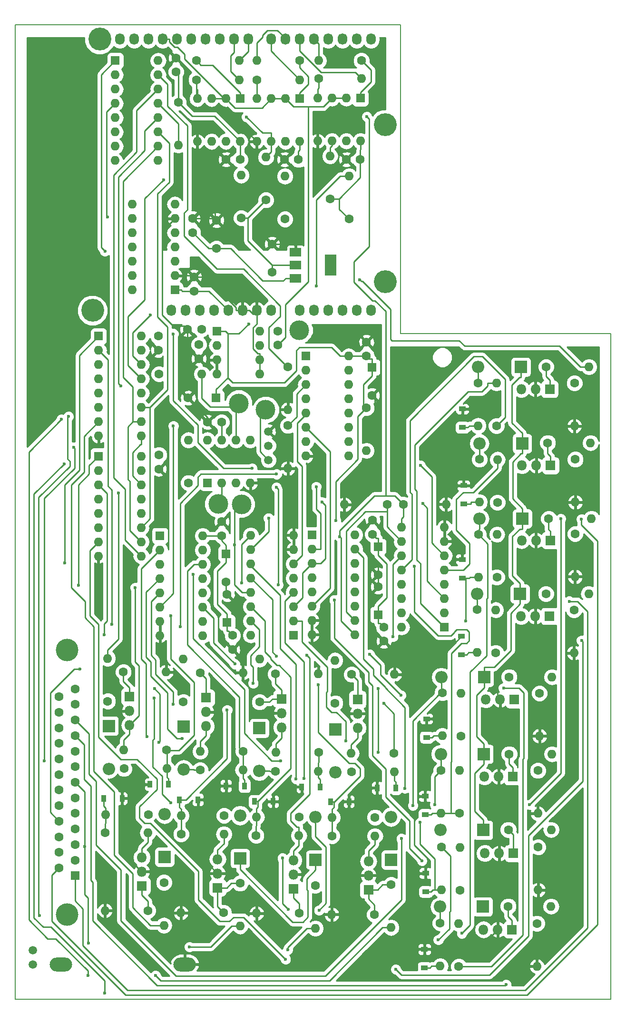
<source format=gtl>
G04 This is an RS-274x file exported by *
G04 gerbv version 2.6.0 *
G04 More information is available about gerbv at *
G04 http://gerbv.gpleda.org/ *
G04 --End of header info--*
%MOIN*%
%FSLAX34Y34*%
%IPPOS*%
G04 --Define apertures--*
%ADD10C,0.0059*%
%ADD11O,0.0680X0.0800*%
%ADD12R,0.0630X0.0630*%
%ADD13O,0.0630X0.0630*%
%ADD14C,0.0630*%
%ADD15C,0.1378*%
%ADD16C,0.1600*%
%ADD17O,0.1575X0.0984*%
%ADD18R,0.0787X0.0591*%
%ADD19R,0.0787X0.1496*%
%ADD20C,0.1575*%
%ADD21O,0.0866X0.0866*%
%ADD22R,0.0866X0.0866*%
%ADD23R,0.0709X0.0709*%
%ADD24O,0.0709X0.0709*%
%ADD25R,0.0354X0.0472*%
%ADD26R,0.0472X0.0354*%
%ADD27C,0.0591*%
%ADD28C,0.0236*%
%ADD29C,0.0098*%
%ADD30C,0.0100*%
G04 --Start main section--*
G54D10*
G01X0059055Y-028268D02*
G01X0059055Y-074882D01*
G01X0044331Y-028268D02*
G01X0059055Y-028268D01*
G01X0017323Y-074882D02*
G01X0017323Y-006614D01*
G01X0044331Y-028268D02*
G01X0044331Y-006614D01*
G01X0044331Y-006614D02*
G01X0017323Y-006614D01*
G01X0017323Y-074882D02*
G01X0059055Y-074882D01*
G54D11*
G01X0035243Y-007624D03*
G01X0036243Y-007624D03*
G01X0037243Y-007624D03*
G01X0038243Y-007624D03*
G01X0039243Y-007624D03*
G01X0040243Y-007624D03*
G01X0041243Y-007624D03*
G01X0042243Y-007624D03*
G54D12*
G01X0024331Y-009134D03*
G54D13*
G01X0027331Y-016134D03*
G01X0024331Y-010134D03*
G01X0027331Y-015134D03*
G01X0024331Y-011134D03*
G01X0027331Y-014134D03*
G01X0024331Y-012134D03*
G01X0027331Y-013134D03*
G01X0024331Y-013134D03*
G01X0027331Y-012134D03*
G01X0024331Y-014134D03*
G01X0027331Y-011134D03*
G01X0024331Y-015134D03*
G01X0027331Y-010134D03*
G01X0024331Y-016134D03*
G01X0027331Y-009134D03*
G54D12*
G01X0042756Y-043179D03*
G54D14*
G01X0042756Y-045148D03*
G54D12*
G01X0047390Y-048813D03*
G54D13*
G01X0044390Y-041813D03*
G01X0047390Y-047813D03*
G01X0044390Y-042813D03*
G01X0047390Y-046813D03*
G01X0044390Y-043813D03*
G01X0047390Y-045813D03*
G01X0044390Y-044813D03*
G01X0047390Y-044813D03*
G01X0044390Y-045813D03*
G01X0047390Y-043813D03*
G01X0044390Y-046813D03*
G01X0047390Y-042813D03*
G01X0044390Y-047813D03*
G01X0047390Y-041813D03*
G01X0044390Y-048813D03*
G54D15*
G01X0034862Y-033593D03*
G54D14*
G01X0032096Y-045640D03*
G54D12*
G01X0032096Y-043671D03*
G01X0037243Y-011797D03*
G54D13*
G01X0034243Y-014797D03*
G01X0036243Y-011797D03*
G01X0035243Y-014797D03*
G01X0035243Y-011797D03*
G01X0036243Y-014797D03*
G01X0034243Y-011797D03*
G01X0037243Y-014797D03*
G54D14*
G01X0036181Y-016063D03*
G01X0037165Y-016063D03*
G54D11*
G01X0028243Y-026624D03*
G01X0029243Y-026624D03*
G01X0030243Y-026624D03*
G01X0031243Y-026624D03*
G01X0032243Y-026624D03*
G01X0033243Y-026624D03*
G01X0034243Y-026624D03*
G01X0035243Y-026624D03*
G01X0037243Y-026624D03*
G01X0038243Y-026624D03*
G01X0039243Y-026624D03*
G01X0040243Y-026624D03*
G01X0041243Y-026624D03*
G01X0042243Y-026624D03*
G01X0024643Y-007624D03*
G01X0025643Y-007624D03*
G01X0026643Y-007624D03*
G01X0027643Y-007624D03*
G01X0028643Y-007624D03*
G01X0029643Y-007624D03*
G01X0030643Y-007624D03*
G01X0031643Y-007624D03*
G01X0032643Y-007624D03*
G01X0033643Y-007624D03*
G54D16*
G01X0022743Y-026624D03*
G01X0043243Y-024624D03*
G01X0023243Y-007624D03*
G01X0043243Y-013624D03*
G54D17*
G01X0029193Y-072441D03*
G01X0020531Y-072441D03*
G54D14*
G01X0031417Y-022283D03*
G01X0031417Y-020315D03*
G01X0029843Y-024291D03*
G01X0029843Y-025276D03*
G01X0029764Y-021181D03*
G01X0029764Y-020197D03*
G01X0035318Y-021974D03*
G01X0035318Y-023943D03*
G54D13*
G01X0025504Y-025197D03*
G01X0028504Y-019197D03*
G01X0025504Y-024197D03*
G01X0028504Y-020197D03*
G01X0025504Y-023197D03*
G01X0028504Y-021197D03*
G01X0025504Y-022197D03*
G01X0028504Y-022197D03*
G01X0025504Y-021197D03*
G01X0028504Y-023197D03*
G01X0025504Y-020197D03*
G01X0028504Y-024197D03*
G01X0025504Y-019197D03*
G54D12*
G01X0028504Y-025197D03*
G54D18*
G01X0036949Y-022559D03*
G01X0036949Y-024370D03*
G01X0036949Y-023465D03*
G54D19*
G01X0039429Y-023465D03*
G54D14*
G01X0041496Y-016063D03*
G01X0040512Y-016063D03*
G01X0032087Y-016063D03*
G01X0033071Y-016063D03*
G54D13*
G01X0026159Y-028429D03*
G01X0023159Y-035429D03*
G01X0026159Y-029429D03*
G01X0023159Y-034429D03*
G01X0026159Y-030429D03*
G01X0023159Y-033429D03*
G01X0026159Y-031429D03*
G01X0023159Y-032429D03*
G01X0026159Y-032429D03*
G01X0023159Y-031429D03*
G01X0026159Y-033429D03*
G01X0023159Y-030429D03*
G01X0026159Y-034429D03*
G01X0023159Y-029429D03*
G01X0026159Y-035429D03*
G54D12*
G01X0023159Y-028429D03*
G01X0023141Y-036837D03*
G54D13*
G01X0026141Y-043837D03*
G01X0023141Y-037837D03*
G01X0026141Y-042837D03*
G01X0023141Y-038837D03*
G01X0026141Y-041837D03*
G01X0023141Y-039837D03*
G01X0026141Y-040837D03*
G01X0023141Y-040837D03*
G01X0026141Y-039837D03*
G01X0023141Y-041837D03*
G01X0026141Y-038837D03*
G01X0023141Y-042837D03*
G01X0026141Y-037837D03*
G01X0023141Y-043837D03*
G01X0026141Y-036837D03*
G54D12*
G01X0041504Y-011768D03*
G54D13*
G01X0038504Y-014768D03*
G01X0040504Y-011768D03*
G01X0039504Y-014768D03*
G01X0039504Y-011768D03*
G01X0040504Y-014768D03*
G01X0038504Y-011768D03*
G01X0041504Y-014768D03*
G54D12*
G01X0033070Y-011797D03*
G54D13*
G01X0030070Y-014797D03*
G01X0032070Y-011797D03*
G01X0031070Y-014797D03*
G01X0031070Y-011797D03*
G01X0032070Y-014797D03*
G01X0030070Y-011797D03*
G01X0033070Y-014797D03*
G54D20*
G01X0020957Y-068959D03*
G01X0020957Y-050415D03*
G54D14*
G01X0020398Y-053689D03*
G01X0020398Y-054780D03*
G01X0020398Y-055870D03*
G01X0020398Y-056961D03*
G01X0020398Y-058051D03*
G01X0020398Y-059142D03*
G01X0020398Y-060232D03*
G01X0020398Y-061323D03*
G01X0020398Y-062413D03*
G01X0020398Y-063504D03*
G01X0020398Y-064594D03*
G01X0020398Y-065685D03*
G01X0021516Y-053144D03*
G01X0021516Y-054234D03*
G01X0021516Y-055325D03*
G01X0021516Y-056415D03*
G01X0021516Y-057506D03*
G01X0021516Y-058596D03*
G01X0021516Y-059687D03*
G01X0021516Y-060778D03*
G01X0021516Y-061868D03*
G01X0021516Y-062959D03*
G01X0021516Y-064049D03*
G01X0021516Y-065140D03*
G54D12*
G01X0021516Y-066230D03*
G54D14*
G01X0041929Y-028848D03*
G01X0041929Y-029833D03*
G01X0042323Y-032589D03*
G54D12*
G01X0042323Y-030620D03*
G54D14*
G01X0043138Y-048813D03*
G01X0043138Y-049797D03*
G01X0032539Y-049400D03*
G01X0032539Y-050384D03*
G01X0042362Y-041329D03*
G01X0042362Y-042313D03*
G01X0031781Y-041427D03*
G01X0031781Y-042411D03*
G54D12*
G01X0042746Y-047953D03*
G54D14*
G01X0042746Y-045984D03*
G01X0032163Y-046528D03*
G54D12*
G01X0032163Y-048497D03*
G54D14*
G01X0030787Y-034459D03*
G01X0031772Y-034459D03*
G54D12*
G01X0031398Y-032766D03*
G54D14*
G01X0029429Y-032766D03*
G01X0030177Y-030010D03*
G01X0030177Y-029026D03*
G01X0030374Y-027953D03*
G01X0029390Y-027953D03*
G01X0035709Y-029055D03*
G01X0035709Y-028071D03*
G01X0027332Y-028429D03*
G01X0027332Y-029414D03*
G01X0027393Y-037742D03*
G01X0027393Y-036758D03*
G01X0028583Y-009921D03*
G01X0028583Y-008937D03*
G54D21*
G01X0029111Y-058803D03*
G54D22*
G01X0029111Y-055803D03*
G01X0039740Y-055982D03*
G54D21*
G01X0039740Y-058982D03*
G01X0038365Y-062109D03*
G54D22*
G01X0038365Y-065109D03*
G54D21*
G01X0027774Y-061913D03*
G54D22*
G01X0027774Y-064913D03*
G54D21*
G01X0047140Y-057706D03*
G54D22*
G01X0050140Y-057706D03*
G01X0052690Y-046480D03*
G54D21*
G01X0049690Y-046480D03*
G01X0034420Y-058898D03*
G54D22*
G01X0034420Y-055898D03*
G54D21*
G01X0043654Y-062114D03*
G54D22*
G01X0043654Y-065114D03*
G01X0033069Y-065010D03*
G54D21*
G01X0033069Y-062010D03*
G54D22*
G01X0050167Y-052326D03*
G54D21*
G01X0047167Y-052326D03*
G54D22*
G01X0050104Y-063035D03*
G54D21*
G01X0047104Y-063035D03*
G01X0049743Y-030599D03*
G54D22*
G01X0052743Y-030599D03*
G01X0052844Y-041222D03*
G54D21*
G01X0049844Y-041222D03*
G54D22*
G01X0023871Y-055737D03*
G54D21*
G01X0023871Y-058737D03*
G54D22*
G01X0052837Y-035946D03*
G54D21*
G01X0049837Y-035946D03*
G54D22*
G01X0050088Y-068402D03*
G54D21*
G01X0047088Y-068402D03*
G54D23*
G01X0030687Y-053765D03*
G54D24*
G01X0030687Y-054765D03*
G01X0030687Y-055765D03*
G01X0041307Y-055880D03*
G01X0041307Y-054880D03*
G54D23*
G01X0041307Y-053880D03*
G01X0036813Y-067139D03*
G54D24*
G01X0036813Y-066139D03*
G01X0036813Y-065139D03*
G01X0026187Y-064946D03*
G01X0026187Y-065946D03*
G54D23*
G01X0026187Y-066946D03*
G54D24*
G01X0050189Y-059286D03*
G01X0051189Y-059286D03*
G54D23*
G01X0052189Y-059286D03*
G54D24*
G01X0052755Y-048055D03*
G01X0053755Y-048055D03*
G54D23*
G01X0054755Y-048055D03*
G01X0035984Y-053844D03*
G54D24*
G01X0035984Y-054844D03*
G01X0035984Y-055844D03*
G01X0042070Y-065218D03*
G01X0042070Y-066218D03*
G54D23*
G01X0042070Y-067218D03*
G01X0031493Y-067071D03*
G54D24*
G01X0031493Y-066071D03*
G01X0031493Y-065071D03*
G54D23*
G01X0052289Y-053893D03*
G54D24*
G01X0051289Y-053893D03*
G01X0050289Y-053893D03*
G54D23*
G01X0052226Y-064661D03*
G54D24*
G01X0051226Y-064661D03*
G01X0050226Y-064661D03*
G01X0052766Y-032146D03*
G01X0053766Y-032146D03*
G54D23*
G01X0054766Y-032146D03*
G54D24*
G01X0052799Y-042739D03*
G01X0053799Y-042739D03*
G54D23*
G01X0054799Y-042739D03*
G01X0025328Y-053689D03*
G54D24*
G01X0025328Y-054689D03*
G01X0025328Y-055689D03*
G01X0052828Y-037494D03*
G01X0053828Y-037494D03*
G54D23*
G01X0054828Y-037494D03*
G54D24*
G01X0050131Y-070008D03*
G01X0051131Y-070008D03*
G54D23*
G01X0052131Y-070008D03*
G54D14*
G01X0036417Y-034695D03*
G54D13*
G01X0036417Y-037695D03*
G01X0041929Y-036455D03*
G54D14*
G01X0041929Y-033455D03*
G01X0036417Y-030581D03*
G54D13*
G01X0036417Y-033581D03*
G54D14*
G01X0044508Y-040217D03*
G54D13*
G01X0047508Y-040217D03*
G01X0040376Y-040226D03*
G54D14*
G01X0043376Y-040226D03*
G01X0029449Y-038711D03*
G54D13*
G01X0029449Y-035711D03*
G54D14*
G01X0027392Y-031093D03*
G54D13*
G01X0030392Y-031093D03*
G54D14*
G01X0029091Y-054051D03*
G54D13*
G01X0029091Y-051051D03*
G01X0033273Y-052004D03*
G54D14*
G01X0030273Y-052004D03*
G01X0030273Y-058815D03*
G54D13*
G01X0033273Y-058815D03*
G01X0030284Y-057515D03*
G54D14*
G01X0033284Y-057515D03*
G54D13*
G01X0039728Y-051141D03*
G54D14*
G01X0039728Y-054141D03*
G54D13*
G01X0043889Y-052133D03*
G54D14*
G01X0040889Y-052133D03*
G54D13*
G01X0043869Y-058964D03*
G54D14*
G01X0040869Y-058964D03*
G01X0043861Y-057645D03*
G54D13*
G01X0040861Y-057645D03*
G54D14*
G01X0038345Y-066920D03*
G54D13*
G01X0038345Y-069920D03*
G01X0034223Y-068869D03*
G54D14*
G01X0037223Y-068869D03*
G01X0037223Y-062117D03*
G54D13*
G01X0034223Y-062117D03*
G01X0037192Y-063417D03*
G54D14*
G01X0034192Y-063417D03*
G54D13*
G01X0027735Y-069704D03*
G54D14*
G01X0027735Y-066704D03*
G01X0026613Y-068672D03*
G54D13*
G01X0023613Y-068672D03*
G54D14*
G01X0026633Y-061940D03*
G54D13*
G01X0023633Y-061940D03*
G01X0026601Y-063220D03*
G54D14*
G01X0023601Y-063220D03*
G01X0051931Y-057706D03*
G54D13*
G01X0054931Y-057706D03*
G01X0053939Y-061868D03*
G54D14*
G01X0053939Y-058868D03*
G01X0047148Y-058848D03*
G54D13*
G01X0047148Y-061848D03*
G54D14*
G01X0048447Y-061860D03*
G54D13*
G01X0048447Y-058860D03*
G01X0057501Y-046480D03*
G54D14*
G01X0054501Y-046480D03*
G01X0056470Y-047621D03*
G54D13*
G01X0056470Y-050621D03*
G54D14*
G01X0049698Y-047602D03*
G54D13*
G01X0049698Y-050602D03*
G01X0050997Y-047613D03*
G54D14*
G01X0050997Y-050613D03*
G54D13*
G01X0034440Y-051067D03*
G54D14*
G01X0034440Y-054067D03*
G01X0035562Y-052098D03*
G54D13*
G01X0038562Y-052098D03*
G54D14*
G01X0035562Y-058909D03*
G54D13*
G01X0038562Y-058909D03*
G01X0035574Y-057591D03*
G54D14*
G01X0038574Y-057591D03*
G54D13*
G01X0043654Y-069866D03*
G54D14*
G01X0043654Y-066866D03*
G01X0042492Y-068952D03*
G54D13*
G01X0039492Y-068952D03*
G54D14*
G01X0042531Y-062141D03*
G54D13*
G01X0039531Y-062141D03*
G54D14*
G01X0039520Y-063441D03*
G54D13*
G01X0042520Y-063441D03*
G01X0033069Y-069762D03*
G54D14*
G01X0033069Y-066762D03*
G01X0031927Y-068829D03*
G54D13*
G01X0028927Y-068829D03*
G01X0028947Y-062018D03*
G54D14*
G01X0031947Y-062018D03*
G01X0028935Y-063317D03*
G54D13*
G01X0031935Y-063317D03*
G01X0054925Y-052309D03*
G54D14*
G01X0051925Y-052309D03*
G01X0054051Y-053451D03*
G54D13*
G01X0054051Y-056451D03*
G01X0047240Y-056431D03*
G54D14*
G01X0047240Y-053431D03*
G54D13*
G01X0048539Y-053463D03*
G54D14*
G01X0048539Y-056463D03*
G01X0051866Y-063006D03*
G54D13*
G01X0054866Y-063006D03*
G54D14*
G01X0053952Y-064227D03*
G54D13*
G01X0053952Y-067227D03*
G54D14*
G01X0047181Y-064227D03*
G54D13*
G01X0047181Y-067227D03*
G01X0048480Y-064239D03*
G54D14*
G01X0048480Y-067239D03*
G54D13*
G01X0057516Y-030582D03*
G54D14*
G01X0054516Y-030582D03*
G01X0056504Y-031724D03*
G54D13*
G01X0056504Y-034724D03*
G54D14*
G01X0049752Y-031704D03*
G54D13*
G01X0049752Y-034704D03*
G01X0051032Y-031716D03*
G54D14*
G01X0051032Y-034716D03*
G01X0054695Y-041222D03*
G54D13*
G01X0057695Y-041222D03*
G01X0056545Y-045285D03*
G54D14*
G01X0056545Y-042285D03*
G54D13*
G01X0049774Y-045325D03*
G54D14*
G01X0049774Y-042325D03*
G01X0051073Y-045317D03*
G54D13*
G01X0051073Y-042317D03*
G54D14*
G01X0023792Y-054004D03*
G54D13*
G01X0023792Y-051004D03*
G01X0027895Y-051957D03*
G54D14*
G01X0024895Y-051957D03*
G01X0024934Y-058729D03*
G54D13*
G01X0027934Y-058729D03*
G01X0024926Y-057430D03*
G54D14*
G01X0027926Y-057430D03*
G54D13*
G01X0057629Y-035907D03*
G54D14*
G01X0054629Y-035907D03*
G01X0056558Y-037068D03*
G54D13*
G01X0056558Y-040068D03*
G54D14*
G01X0049845Y-037068D03*
G54D13*
G01X0049845Y-040068D03*
G01X0051105Y-037080D03*
G54D14*
G01X0051105Y-040080D03*
G01X0051862Y-068374D03*
G54D13*
G01X0054862Y-068374D03*
G01X0053870Y-072574D03*
G54D14*
G01X0053870Y-069574D03*
G54D13*
G01X0047098Y-072555D03*
G54D14*
G01X0047098Y-069555D03*
G01X0048397Y-072586D03*
G54D13*
G01X0048397Y-069586D03*
G01X0038575Y-009134D03*
G54D14*
G01X0041575Y-009134D03*
G01X0038583Y-010394D03*
G54D13*
G01X0041583Y-010394D03*
G54D14*
G01X0040709Y-020236D03*
G54D13*
G01X0040709Y-017236D03*
G01X0039370Y-015819D03*
G54D14*
G01X0039370Y-018819D03*
G54D13*
G01X0034244Y-009134D03*
G54D14*
G01X0037244Y-009134D03*
G01X0034252Y-010472D03*
G54D13*
G01X0037252Y-010472D03*
G54D14*
G01X0036220Y-020236D03*
G54D13*
G01X0036220Y-017236D03*
G01X0034882Y-015898D03*
G54D14*
G01X0034882Y-018898D03*
G54D13*
G01X0033000Y-009134D03*
G54D14*
G01X0030000Y-009134D03*
G01X0030000Y-010472D03*
G54D13*
G01X0033000Y-010472D03*
G54D14*
G01X0033150Y-020157D03*
G54D13*
G01X0033150Y-017157D03*
G01X0028740Y-015047D03*
G54D14*
G01X0028740Y-012047D03*
G54D13*
G01X0040677Y-029833D03*
G01X0037677Y-036833D03*
G01X0040677Y-030833D03*
G01X0037677Y-035833D03*
G01X0040677Y-031833D03*
G01X0037677Y-034833D03*
G01X0040677Y-032833D03*
G01X0037677Y-033833D03*
G01X0040677Y-033833D03*
G01X0037677Y-032833D03*
G01X0040677Y-034833D03*
G01X0037677Y-031833D03*
G01X0040677Y-035833D03*
G01X0037677Y-030833D03*
G01X0040677Y-036833D03*
G54D12*
G01X0037677Y-029833D03*
G54D13*
G01X0030451Y-042411D03*
G01X0027451Y-049411D03*
G01X0030451Y-043411D03*
G01X0027451Y-048411D03*
G01X0030451Y-044411D03*
G01X0027451Y-047411D03*
G01X0030451Y-045411D03*
G01X0027451Y-046411D03*
G01X0030451Y-046411D03*
G01X0027451Y-045411D03*
G01X0030451Y-047411D03*
G01X0027451Y-044411D03*
G01X0030451Y-048411D03*
G01X0027451Y-043411D03*
G01X0030451Y-049411D03*
G54D12*
G01X0027451Y-042411D03*
G54D13*
G01X0033821Y-049380D03*
G01X0036821Y-042380D03*
G01X0033821Y-048380D03*
G01X0036821Y-043380D03*
G01X0033821Y-047380D03*
G01X0036821Y-044380D03*
G01X0033821Y-046380D03*
G01X0036821Y-045380D03*
G01X0033821Y-045380D03*
G01X0036821Y-046380D03*
G01X0033821Y-044380D03*
G01X0036821Y-047380D03*
G01X0033821Y-043380D03*
G01X0036821Y-048380D03*
G01X0033821Y-042380D03*
G54D12*
G01X0036821Y-049380D03*
G01X0038110Y-042347D03*
G54D13*
G01X0041110Y-049347D03*
G01X0038110Y-043347D03*
G01X0041110Y-048347D03*
G01X0038110Y-044347D03*
G01X0041110Y-047347D03*
G01X0038110Y-045347D03*
G01X0041110Y-046347D03*
G01X0038110Y-046347D03*
G01X0041110Y-045347D03*
G01X0038110Y-047347D03*
G01X0041110Y-044347D03*
G01X0038110Y-048347D03*
G01X0041110Y-043347D03*
G01X0038110Y-049347D03*
G01X0041110Y-042347D03*
G54D12*
G01X0030787Y-038711D03*
G54D13*
G01X0033787Y-035711D03*
G01X0031787Y-038711D03*
G01X0032787Y-035711D03*
G01X0032787Y-038711D03*
G01X0031787Y-035711D03*
G01X0033787Y-038711D03*
G01X0030787Y-035711D03*
G01X0034437Y-028091D03*
G01X0031437Y-031091D03*
G01X0034437Y-029091D03*
G01X0031437Y-030091D03*
G01X0034437Y-030091D03*
G01X0031437Y-029091D03*
G01X0034437Y-031091D03*
G54D12*
G01X0031437Y-028091D03*
G54D25*
G01X0033383Y-059937D03*
G01X0032084Y-059937D03*
G01X0042680Y-060086D03*
G01X0043980Y-060086D03*
G01X0035392Y-061035D03*
G01X0034093Y-061035D03*
G01X0023503Y-060818D03*
G01X0024802Y-060818D03*
G54D26*
G01X0046045Y-060659D03*
G01X0046045Y-061958D03*
G01X0048596Y-049452D03*
G01X0048596Y-050751D03*
G54D25*
G01X0037393Y-060012D03*
G01X0038692Y-060012D03*
G01X0040701Y-061039D03*
G01X0039402Y-061039D03*
G01X0028817Y-060915D03*
G01X0030116Y-060915D03*
G54D26*
G01X0046137Y-056541D03*
G01X0046137Y-055242D03*
G01X0046078Y-067357D03*
G01X0046078Y-066057D03*
G01X0048650Y-034834D03*
G01X0048650Y-033535D03*
G01X0048632Y-045376D03*
G01X0048632Y-044077D03*
G54D25*
G01X0026765Y-059831D03*
G01X0028064Y-059831D03*
G54D26*
G01X0048743Y-040198D03*
G01X0048743Y-038899D03*
G01X0045996Y-071385D03*
G01X0045996Y-072685D03*
G54D15*
G01X0031535Y-040187D03*
G01X0033169Y-040207D03*
G01X0032972Y-033140D03*
G01X0037224Y-028012D03*
G54D27*
G01X0035059Y-037112D03*
G01X0035059Y-036112D03*
G01X0035059Y-035112D03*
G01X0018553Y-071459D03*
G01X0018553Y-072459D03*
G54D28*
G01X0021739Y-045870D03*
G01X0041449Y-024474D03*
G01X0045820Y-065188D03*
G01X0039672Y-046909D03*
G01X0025722Y-046050D03*
G01X0053348Y-061257D03*
G01X0055540Y-041218D03*
G01X0038407Y-038980D03*
G01X0040475Y-056782D03*
G01X0042748Y-057575D03*
G01X0042751Y-053117D03*
G01X0026565Y-056478D03*
G01X0037543Y-059407D03*
G01X0037745Y-050785D03*
G01X0028999Y-056626D03*
G01X0028391Y-054227D03*
G01X0051534Y-053081D03*
G01X0028229Y-048032D03*
G01X0048885Y-048379D03*
G01X0045695Y-062502D03*
G01X0044615Y-060118D03*
G01X0044342Y-053595D03*
G01X0042160Y-050734D03*
G01X0032163Y-054615D03*
G01X0033990Y-052743D03*
G01X0038542Y-052857D03*
G01X0035620Y-050837D03*
G01X0029781Y-045122D03*
G01X0035928Y-058191D03*
G01X0043790Y-049485D03*
G01X0045287Y-044556D03*
G01X0036977Y-059456D03*
G01X0043139Y-054164D03*
G01X0032702Y-051402D03*
G01X0024150Y-066237D03*
G01X0039794Y-041366D03*
G01X0033673Y-027583D03*
G01X0027369Y-056886D03*
G01X0027068Y-053125D03*
G01X0021841Y-051743D03*
G01X0022189Y-064177D03*
G01X0022456Y-070950D03*
G01X0038605Y-068647D03*
G01X0046715Y-061253D03*
G01X0036038Y-065001D03*
G01X0036436Y-068598D03*
G01X0056989Y-041251D03*
G01X0056135Y-047007D03*
G01X0028217Y-061130D03*
G01X0027043Y-053794D03*
G01X0044372Y-063635D03*
G01X0045179Y-061311D03*
G01X0046962Y-070722D03*
G01X0051705Y-073849D03*
G01X0048604Y-070269D03*
G01X0023771Y-020073D03*
G01X0024716Y-031909D03*
G01X0033520Y-013074D03*
G01X0027707Y-017470D03*
G01X0023601Y-022481D03*
G01X0033186Y-045704D03*
G01X0041952Y-013054D03*
G01X0040058Y-042476D03*
G01X0035068Y-041177D03*
G01X0038426Y-024919D03*
G01X0026788Y-026944D03*
G01X0020791Y-044325D03*
G01X0035746Y-045850D03*
G01X0035617Y-039019D03*
G01X0033913Y-037696D03*
G01X0028398Y-028272D03*
G01X0036411Y-071421D03*
G01X0021054Y-034063D03*
G01X0019023Y-069010D03*
G01X0023549Y-049351D03*
G01X0056999Y-049749D03*
G01X0043978Y-072784D03*
G01X0036261Y-072084D03*
G01X0024545Y-039418D03*
G01X0024097Y-048610D03*
G01X0027140Y-073213D03*
G01X0022405Y-073213D03*
G01X0020548Y-034266D03*
G01X0029525Y-071214D03*
G01X0019358Y-058197D03*
G01X0021410Y-036220D03*
G01X0023575Y-074458D03*
G01X0020743Y-037370D03*
G01X0035629Y-038099D03*
G01X0028887Y-048790D03*
G01X0028397Y-034719D03*
G01X0045719Y-037488D03*
G01X0038810Y-040051D03*
G01X0045866Y-040158D03*
G01X0032697Y-043049D03*
G54D29*
G01X0032717Y-012441D02*
G01X0034600Y-012441D01*
G01X0034600Y-012441D02*
G01X0035243Y-011797D01*
G01X0032388Y-012112D02*
G01X0032717Y-012441D01*
G01X0032070Y-011797D02*
G01X0032385Y-012112D01*
G01X0032385Y-012112D02*
G01X0032388Y-012112D01*
G01X0032643Y-008548D02*
G01X0032402Y-008789D01*
G01X0032643Y-007624D02*
G01X0032643Y-008548D01*
G01X0032608Y-010081D02*
G01X0033000Y-010472D01*
G01X0032557Y-010030D02*
G01X0032608Y-010081D01*
G01X0032402Y-008789D02*
G01X0032402Y-009874D01*
G01X0032402Y-009874D02*
G01X0032608Y-010081D01*
G01X0034656Y-007343D02*
G01X0034980Y-007018D01*
G01X0034244Y-007901D02*
G01X0034656Y-007490D01*
G01X0034656Y-007490D02*
G01X0034656Y-007343D01*
G01X0034244Y-009134D02*
G01X0034244Y-007901D01*
G01X0034980Y-007018D02*
G01X0035697Y-007018D01*
G01X0035697Y-007018D02*
G01X0036243Y-007564D01*
G01X0036243Y-007564D02*
G01X0036243Y-007624D01*
G01X0022201Y-048166D02*
G01X0022201Y-047005D01*
G01X0022201Y-047005D02*
G01X0021260Y-046063D01*
G01X0022810Y-048774D02*
G01X0022201Y-048166D01*
G01X0022810Y-058916D02*
G01X0022810Y-048774D01*
G01X0024255Y-060361D02*
G01X0022810Y-058916D01*
G01X0021260Y-038844D02*
G01X0021330Y-038774D01*
G01X0024255Y-064797D02*
G01X0024255Y-060361D01*
G01X0027735Y-069704D02*
G01X0026791Y-069704D01*
G01X0025547Y-068460D02*
G01X0025547Y-066089D01*
G01X0026791Y-069704D02*
G01X0025547Y-068460D01*
G01X0025547Y-066089D02*
G01X0024255Y-064797D01*
G01X0021260Y-046063D02*
G01X0021260Y-038844D01*
G01X0021330Y-038774D02*
G01X0021330Y-038774D01*
G01X0021330Y-038774D02*
G01X0022151Y-037954D01*
G01X0022151Y-037954D02*
G01X0022151Y-035437D01*
G01X0022151Y-035437D02*
G01X0023159Y-034429D01*
G01X0021739Y-045870D02*
G01X0021739Y-038839D01*
G01X0022485Y-037492D02*
G01X0023141Y-036837D01*
G01X0022485Y-038092D02*
G01X0022485Y-037492D01*
G01X0021739Y-038839D02*
G01X0022485Y-038092D01*
G01X0043605Y-026557D02*
G01X0043605Y-028644D01*
G01X0041640Y-024592D02*
G01X0043605Y-026557D01*
G01X0043605Y-028644D02*
G01X0043701Y-028740D01*
G01X0041567Y-024592D02*
G01X0041640Y-024592D01*
G01X0048425Y-028740D02*
G01X0048812Y-029127D01*
G01X0041449Y-024474D02*
G01X0041567Y-024592D01*
G01X0043701Y-028740D02*
G01X0048425Y-028740D01*
G01X0048812Y-029127D02*
G01X0055460Y-029127D01*
G01X0056916Y-030582D02*
G01X0057516Y-030582D01*
G01X0055460Y-029127D02*
G01X0056916Y-030582D01*
G01X0041522Y-024474D02*
G01X0041449Y-024474D01*
G01X0039672Y-049583D02*
G01X0039672Y-046909D01*
G01X0042076Y-051987D02*
G01X0039672Y-049583D01*
G01X0042076Y-052663D02*
G01X0042076Y-051987D01*
G01X0042342Y-052929D02*
G01X0042076Y-052663D01*
G01X0042342Y-057810D02*
G01X0042342Y-052929D01*
G01X0043269Y-058737D02*
G01X0042342Y-057810D01*
G01X0043269Y-060708D02*
G01X0043269Y-058737D01*
G01X0044957Y-062396D02*
G01X0043269Y-060708D01*
G01X0044957Y-064326D02*
G01X0044957Y-062396D01*
G01X0045820Y-065188D02*
G01X0044957Y-064326D01*
G01X0048716Y-044813D02*
G01X0047390Y-044813D01*
G01X0049154Y-044375D02*
G01X0048716Y-044813D01*
G01X0049154Y-042966D02*
G01X0049154Y-044375D01*
G01X0048221Y-042033D02*
G01X0049154Y-042966D01*
G01X0048221Y-039861D02*
G01X0048221Y-042033D01*
G01X0048706Y-039376D02*
G01X0048221Y-039861D01*
G01X0049409Y-039376D02*
G01X0048706Y-039376D01*
G01X0051105Y-037680D02*
G01X0049409Y-039376D01*
G01X0051105Y-037080D02*
G01X0051105Y-037680D01*
G01X0025722Y-051263D02*
G01X0025722Y-046050D01*
G01X0025982Y-051524D02*
G01X0025722Y-051263D01*
G01X0025982Y-055035D02*
G01X0025982Y-051524D01*
G01X0025328Y-055689D02*
G01X0025982Y-055035D01*
G01X0024926Y-056731D02*
G01X0025328Y-056329D01*
G01X0024926Y-057430D02*
G01X0024926Y-056731D01*
G01X0025328Y-055689D02*
G01X0025328Y-056329D01*
G01X0045714Y-047137D02*
G01X0047390Y-048813D01*
G01X0045714Y-044357D02*
G01X0045714Y-047137D01*
G01X0045462Y-044105D02*
G01X0045714Y-044357D01*
G01X0045462Y-039303D02*
G01X0045462Y-044105D01*
G01X0045316Y-039156D02*
G01X0045462Y-039303D01*
G01X0045316Y-036047D02*
G01X0045316Y-039156D01*
G01X0049046Y-032317D02*
G01X0045316Y-036047D01*
G01X0050019Y-032317D02*
G01X0049046Y-032317D01*
G01X0050431Y-031904D02*
G01X0050019Y-032317D01*
G01X0050431Y-031716D02*
G01X0050431Y-031904D01*
G01X0051032Y-031716D02*
G01X0050431Y-031716D01*
G01X0038110Y-043347D02*
G01X0038711Y-043347D01*
G01X0055540Y-059065D02*
G01X0055540Y-041218D01*
G01X0053348Y-061257D02*
G01X0055540Y-059065D01*
G01X0038711Y-040851D02*
G01X0038711Y-043347D01*
G01X0038407Y-040547D02*
G01X0038711Y-040851D01*
G01X0038407Y-038980D02*
G01X0038407Y-040547D01*
G01X0031935Y-063317D02*
G01X0031935Y-063617D01*
G01X0031493Y-065071D02*
G01X0031493Y-064431D01*
G01X0031935Y-063989D02*
G01X0031493Y-064431D01*
G01X0031935Y-063617D02*
G01X0031935Y-063989D01*
G01X0036821Y-048380D02*
G01X0037421Y-048380D01*
G01X0040475Y-055435D02*
G01X0040475Y-056782D01*
G01X0039823Y-054783D02*
G01X0040475Y-055435D01*
G01X0039480Y-054783D02*
G01X0039823Y-054783D01*
G01X0039107Y-054410D02*
G01X0039480Y-054783D01*
G01X0039107Y-053380D02*
G01X0039107Y-054410D01*
G01X0039175Y-053311D02*
G01X0039107Y-053380D01*
G01X0039175Y-051621D02*
G01X0039175Y-053311D01*
G01X0037421Y-049867D02*
G01X0039175Y-051621D01*
G01X0037421Y-048380D02*
G01X0037421Y-049867D01*
G01X0042070Y-064491D02*
G01X0042070Y-065218D01*
G01X0042520Y-064041D02*
G01X0042070Y-064491D01*
G01X0042520Y-063441D02*
G01X0042520Y-064041D01*
G01X0042735Y-053133D02*
G01X0042751Y-053117D01*
G01X0042735Y-057563D02*
G01X0042735Y-053133D01*
G01X0042748Y-057575D02*
G01X0042735Y-057563D01*
G01X0026149Y-044713D02*
G01X0027451Y-043411D01*
G01X0026149Y-051050D02*
G01X0026149Y-044713D01*
G01X0026484Y-051385D02*
G01X0026149Y-051050D01*
G01X0026484Y-056398D02*
G01X0026484Y-051385D01*
G01X0026565Y-056478D02*
G01X0026484Y-056398D01*
G01X0035984Y-056580D02*
G01X0035984Y-055844D01*
G01X0035574Y-056990D02*
G01X0035984Y-056580D01*
G01X0035574Y-057591D02*
G01X0035574Y-056990D01*
G01X0026601Y-063892D02*
G01X0026187Y-064306D01*
G01X0026601Y-063220D02*
G01X0026601Y-063892D01*
G01X0026187Y-064946D02*
G01X0026187Y-064306D01*
G01X0036213Y-046987D02*
G01X0036821Y-046380D01*
G01X0036213Y-049912D02*
G01X0036213Y-046987D01*
G01X0037543Y-051241D02*
G01X0036213Y-049912D01*
G01X0037543Y-059407D02*
G01X0037543Y-051241D01*
G01X0037192Y-063637D02*
G01X0037192Y-063930D01*
G01X0037192Y-063930D02*
G01X0037192Y-064010D01*
G01X0037192Y-064010D02*
G01X0037192Y-064017D01*
G01X0037192Y-064120D02*
G01X0036813Y-064499D01*
G01X0037192Y-064017D02*
G01X0037192Y-064120D01*
G01X0037192Y-063637D02*
G01X0037192Y-063417D01*
G01X0037192Y-063417D02*
G01X0037192Y-062816D01*
G01X0037957Y-050997D02*
G01X0037745Y-050785D01*
G01X0037957Y-060508D02*
G01X0037957Y-050997D01*
G01X0036615Y-061851D02*
G01X0037957Y-060508D01*
G01X0036615Y-062377D02*
G01X0036615Y-061851D01*
G01X0037053Y-062816D02*
G01X0036615Y-062377D01*
G01X0037192Y-062816D02*
G01X0037053Y-062816D01*
G01X0036813Y-065139D02*
G01X0036813Y-064499D01*
G01X0041307Y-055880D02*
G01X0041307Y-056519D01*
G01X0041307Y-056599D02*
G01X0041307Y-056519D01*
G01X0040861Y-057045D02*
G01X0041307Y-056599D01*
G01X0040861Y-057645D02*
G01X0040861Y-057045D01*
G01X0026498Y-046364D02*
G01X0027451Y-045411D01*
G01X0026498Y-050926D02*
G01X0026498Y-046364D01*
G01X0026819Y-051246D02*
G01X0026498Y-050926D01*
G01X0026819Y-052269D02*
G01X0026819Y-051246D01*
G01X0027977Y-053427D02*
G01X0026819Y-052269D01*
G01X0027977Y-055963D02*
G01X0027977Y-053427D01*
G01X0028640Y-056626D02*
G01X0027977Y-055963D01*
G01X0028999Y-056626D02*
G01X0028640Y-056626D01*
G01X0030284Y-057515D02*
G01X0030284Y-056994D01*
G01X0030687Y-056085D02*
G01X0030687Y-056405D01*
G01X0030284Y-056808D02*
G01X0030687Y-056405D01*
G01X0030284Y-056994D02*
G01X0030284Y-056808D01*
G01X0030687Y-056085D02*
G01X0030687Y-055765D01*
G01X0026833Y-047029D02*
G01X0027451Y-046411D01*
G01X0026833Y-050787D02*
G01X0026833Y-047029D01*
G01X0027154Y-051108D02*
G01X0026833Y-050787D01*
G01X0027154Y-052120D02*
G01X0027154Y-051108D01*
G01X0028391Y-053357D02*
G01X0027154Y-052120D01*
G01X0028391Y-054227D02*
G01X0028391Y-053357D01*
G01X0046368Y-072685D02*
G01X0046498Y-072555D01*
G01X0045996Y-072685D02*
G01X0046368Y-072685D01*
G01X0047098Y-072555D02*
G01X0046498Y-072555D01*
G01X0052607Y-053081D02*
G01X0051534Y-053081D01*
G01X0052943Y-053418D02*
G01X0052607Y-053081D01*
G01X0052943Y-057992D02*
G01X0052943Y-053418D01*
G01X0052866Y-058070D02*
G01X0052943Y-057992D01*
G01X0052866Y-070387D02*
G01X0052866Y-058070D01*
G01X0050666Y-072586D02*
G01X0052866Y-070387D01*
G01X0048397Y-072586D02*
G01X0050666Y-072586D01*
G01X0049265Y-040068D02*
G01X0049265Y-040068D01*
G01X0049265Y-040198D02*
G01X0049265Y-040068D01*
G01X0048851Y-040198D02*
G01X0049265Y-040198D01*
G01X0048851Y-040198D02*
G01X0048791Y-040198D01*
G01X0049713Y-040068D02*
G01X0049265Y-040068D01*
G01X0049713Y-040068D02*
G01X0049748Y-040068D01*
G01X0048743Y-040198D02*
G01X0048791Y-040198D01*
G01X0049845Y-040068D02*
G01X0049748Y-040068D01*
G01X0027934Y-058729D02*
G01X0027934Y-058128D01*
G01X0028064Y-059459D02*
G01X0027934Y-059329D01*
G01X0028064Y-059831D02*
G01X0028064Y-059459D01*
G01X0027934Y-058729D02*
G01X0027934Y-059329D01*
G01X0027934Y-058128D02*
G01X0027934Y-057437D01*
G01X0027934Y-057437D02*
G01X0027926Y-057430D01*
G01X0028229Y-051064D02*
G01X0028229Y-048032D01*
G01X0029852Y-052687D02*
G01X0028229Y-051064D01*
G01X0029852Y-056372D02*
G01X0029852Y-052687D01*
G01X0028787Y-057437D02*
G01X0029852Y-056372D01*
G01X0027934Y-057437D02*
G01X0028787Y-057437D01*
G01X0049774Y-045325D02*
G01X0049173Y-045325D01*
G01X0049154Y-045344D02*
G01X0049173Y-045325D01*
G01X0049154Y-045376D02*
G01X0049154Y-045344D01*
G01X0048632Y-045376D02*
G01X0048885Y-045376D01*
G01X0048885Y-045376D02*
G01X0049154Y-045376D01*
G01X0048885Y-045376D02*
G01X0048885Y-048379D01*
G01X0049022Y-034834D02*
G01X0048650Y-034834D01*
G01X0049152Y-034704D02*
G01X0049022Y-034834D01*
G01X0049752Y-034704D02*
G01X0049152Y-034704D01*
G01X0045127Y-044075D02*
G01X0044390Y-044813D01*
G01X0045127Y-039510D02*
G01X0045127Y-044075D01*
G01X0044974Y-039357D02*
G01X0045127Y-039510D01*
G01X0044974Y-034351D02*
G01X0044974Y-039357D01*
G01X0049461Y-029864D02*
G01X0044974Y-034351D01*
G01X0050048Y-029864D02*
G01X0049461Y-029864D01*
G01X0051638Y-031455D02*
G01X0050048Y-029864D01*
G01X0051638Y-034110D02*
G01X0051638Y-031455D01*
G01X0051032Y-034716D02*
G01X0051638Y-034110D01*
G01X0046450Y-067357D02*
G01X0046580Y-067227D01*
G01X0046078Y-067357D02*
G01X0046450Y-067357D01*
G01X0047181Y-067227D02*
G01X0046730Y-067227D01*
G01X0046730Y-067227D02*
G01X0046580Y-067227D01*
G01X0045695Y-064020D02*
G01X0045695Y-062502D01*
G01X0046730Y-065055D02*
G01X0045695Y-064020D01*
G01X0046730Y-067227D02*
G01X0046730Y-065055D01*
G01X0041717Y-043954D02*
G01X0041110Y-043347D01*
G01X0041717Y-051043D02*
G01X0041717Y-043954D01*
G01X0042411Y-051737D02*
G01X0041717Y-051043D01*
G01X0042411Y-052193D02*
G01X0042411Y-051737D01*
G01X0043238Y-053020D02*
G01X0042411Y-052193D01*
G01X0043238Y-053062D02*
G01X0043238Y-053020D01*
G01X0044615Y-054439D02*
G01X0043238Y-053062D01*
G01X0044615Y-060118D02*
G01X0044615Y-054439D01*
G01X0046529Y-056541D02*
G01X0046639Y-056431D01*
G01X0046137Y-056541D02*
G01X0046529Y-056541D01*
G01X0047240Y-056431D02*
G01X0046639Y-056431D01*
G01X0042913Y-051486D02*
G01X0042160Y-050734D01*
G01X0042913Y-052166D02*
G01X0042913Y-051486D01*
G01X0044342Y-053595D02*
G01X0042913Y-052166D01*
G01X0028947Y-061567D02*
G01X0028947Y-062018D01*
G01X0028817Y-061437D02*
G01X0028947Y-061567D01*
G01X0028935Y-062630D02*
G01X0028935Y-063317D01*
G01X0028947Y-062618D02*
G01X0028935Y-062630D01*
G01X0028947Y-062018D02*
G01X0028947Y-062618D01*
G01X0028817Y-061176D02*
G01X0028817Y-061437D01*
G01X0028817Y-061176D02*
G01X0028817Y-060915D01*
G01X0028817Y-060915D02*
G01X0029280Y-060915D01*
G01X0033990Y-051623D02*
G01X0033990Y-052743D01*
G01X0033822Y-051455D02*
G01X0033990Y-051623D01*
G01X0033822Y-050811D02*
G01X0033822Y-051455D01*
G01X0034431Y-050202D02*
G01X0033822Y-050811D01*
G01X0034431Y-048990D02*
G01X0034431Y-050202D01*
G01X0033821Y-048380D02*
G01X0034431Y-048990D01*
G01X0032163Y-058033D02*
G01X0032163Y-054615D01*
G01X0029280Y-060915D02*
G01X0032163Y-058033D01*
G01X0039531Y-062596D02*
G01X0039531Y-062609D01*
G01X0039531Y-062609D02*
G01X0039531Y-062742D01*
G01X0039531Y-062400D02*
G01X0039531Y-062596D01*
G01X0039531Y-062141D02*
G01X0039531Y-062400D01*
G01X0039520Y-062754D02*
G01X0039520Y-063441D01*
G01X0039531Y-062742D02*
G01X0039520Y-062754D01*
G01X0039402Y-061039D02*
G01X0039633Y-061039D01*
G01X0039531Y-062141D02*
G01X0039531Y-061541D01*
G01X0039633Y-061439D02*
G01X0039633Y-061039D01*
G01X0039531Y-061541D02*
G01X0039633Y-061439D01*
G01X0038542Y-056180D02*
G01X0038542Y-052857D01*
G01X0040720Y-058358D02*
G01X0038542Y-056180D01*
G01X0041114Y-058358D02*
G01X0040720Y-058358D01*
G01X0041471Y-058715D02*
G01X0041114Y-058358D01*
G01X0041471Y-059251D02*
G01X0041471Y-058715D01*
G01X0039683Y-061039D02*
G01X0041471Y-059251D01*
G01X0039633Y-061039D02*
G01X0039683Y-061039D01*
G01X0035332Y-050549D02*
G01X0035620Y-050837D01*
G01X0035332Y-050549D02*
G01X0035332Y-050549D01*
G01X0035332Y-046891D02*
G01X0035332Y-050549D01*
G01X0033821Y-045380D02*
G01X0035332Y-046891D01*
G01X0038562Y-058909D02*
G01X0038562Y-058309D01*
G01X0038574Y-058297D02*
G01X0038574Y-057591D01*
G01X0038562Y-058309D02*
G01X0038574Y-058297D01*
G01X0038562Y-059360D02*
G01X0038562Y-058909D01*
G01X0038692Y-059490D02*
G01X0038562Y-059360D01*
G01X0038692Y-060012D02*
G01X0038692Y-059490D01*
G01X0029781Y-049604D02*
G01X0029781Y-045122D01*
G01X0033371Y-053194D02*
G01X0029781Y-049604D01*
G01X0033371Y-056265D02*
G01X0033371Y-053194D01*
G01X0035296Y-058191D02*
G01X0033371Y-056265D01*
G01X0035928Y-058191D02*
G01X0035296Y-058191D01*
G01X0048948Y-050751D02*
G01X0049098Y-050602D01*
G01X0048596Y-050751D02*
G01X0048948Y-050751D01*
G01X0049698Y-050602D02*
G01X0049098Y-050602D01*
G01X0043790Y-044413D02*
G01X0043790Y-049485D01*
G01X0044390Y-043813D02*
G01X0043790Y-044413D01*
G01X0046437Y-061958D02*
G01X0046547Y-061848D01*
G01X0046045Y-061958D02*
G01X0046437Y-061958D01*
G01X0047148Y-061848D02*
G01X0046547Y-061848D01*
G01X0047148Y-061848D02*
G01X0047748Y-061848D01*
G01X0048435Y-061848D02*
G01X0047846Y-061848D01*
G01X0048447Y-061860D02*
G01X0048435Y-061848D01*
G01X0047846Y-061848D02*
G01X0047748Y-061848D01*
G01X0045287Y-047758D02*
G01X0045287Y-044556D01*
G01X0046942Y-049413D02*
G01X0045287Y-047758D01*
G01X0047843Y-049413D02*
G01X0046942Y-049413D01*
G01X0048074Y-049182D02*
G01X0047843Y-049413D01*
G01X0048074Y-049149D02*
G01X0048074Y-049182D01*
G01X0048234Y-048989D02*
G01X0048074Y-049149D01*
G01X0048951Y-048989D02*
G01X0048234Y-048989D01*
G01X0049128Y-049166D02*
G01X0048951Y-048989D01*
G01X0049128Y-049752D02*
G01X0049128Y-049166D01*
G01X0048943Y-049937D02*
G01X0049128Y-049752D01*
G01X0048593Y-049937D02*
G01X0048943Y-049937D01*
G01X0047886Y-050644D02*
G01X0048593Y-049937D01*
G01X0047886Y-058232D02*
G01X0047886Y-050644D01*
G01X0047846Y-058271D02*
G01X0047886Y-058232D01*
G01X0047846Y-061848D02*
G01X0047846Y-058271D01*
G01X0023601Y-062572D02*
G01X0023601Y-063220D01*
G01X0023633Y-062541D02*
G01X0023601Y-062572D01*
G01X0023633Y-061940D02*
G01X0023633Y-062541D01*
G01X0033821Y-044531D02*
G01X0033821Y-044380D01*
G01X0035879Y-046588D02*
G01X0033821Y-044531D01*
G01X0035879Y-050332D02*
G01X0035879Y-046588D01*
G01X0036977Y-051431D02*
G01X0035879Y-050332D01*
G01X0036977Y-059456D02*
G01X0036977Y-051431D01*
G01X0023633Y-061470D02*
G01X0023633Y-061940D01*
G01X0023503Y-061340D02*
G01X0023633Y-061470D01*
G01X0023503Y-060818D02*
G01X0023503Y-061340D01*
G01X0034223Y-062117D02*
G01X0034223Y-062718D01*
G01X0034192Y-062749D02*
G01X0034192Y-063417D01*
G01X0034223Y-062718D02*
G01X0034192Y-062749D01*
G01X0034093Y-061035D02*
G01X0034325Y-061035D01*
G01X0034223Y-062117D02*
G01X0034223Y-061517D01*
G01X0034325Y-061415D02*
G01X0034325Y-061035D01*
G01X0034223Y-061517D02*
G01X0034325Y-061415D01*
G01X0036624Y-058735D02*
G01X0034325Y-061035D01*
G01X0036624Y-052304D02*
G01X0036624Y-058735D01*
G01X0035808Y-051488D02*
G01X0036624Y-052304D01*
G01X0035656Y-051488D02*
G01X0035808Y-051488D01*
G01X0035217Y-051048D02*
G01X0035656Y-051488D01*
G01X0035217Y-050950D02*
G01X0035217Y-051048D01*
G01X0034812Y-050546D02*
G01X0035217Y-050950D01*
G01X0034812Y-048371D02*
G01X0034812Y-050546D01*
G01X0033821Y-047380D02*
G01X0034812Y-048371D01*
G01X0043980Y-059675D02*
G01X0043869Y-059565D01*
G01X0043980Y-060086D02*
G01X0043980Y-059675D01*
G01X0043869Y-058964D02*
G01X0043869Y-059565D01*
G01X0043861Y-054886D02*
G01X0043139Y-054164D01*
G01X0043861Y-057645D02*
G01X0043861Y-054886D01*
G01X0031213Y-048174D02*
G01X0030451Y-047411D01*
G01X0031213Y-049914D02*
G01X0031213Y-048174D01*
G01X0032702Y-051402D02*
G01X0031213Y-049914D01*
G01X0033284Y-057515D02*
G01X0033273Y-057515D01*
G01X0033273Y-057515D02*
G01X0033273Y-058815D01*
G01X0033383Y-059525D02*
G01X0033273Y-059415D01*
G01X0033383Y-059937D02*
G01X0033383Y-059525D01*
G01X0033273Y-058815D02*
G01X0033273Y-059415D01*
G01X0030451Y-044411D02*
G01X0029850Y-044411D01*
G01X0029368Y-044894D02*
G01X0029850Y-044411D01*
G01X0029368Y-050051D02*
G01X0029368Y-044894D01*
G01X0033028Y-053711D02*
G01X0029368Y-050051D01*
G01X0033028Y-057270D02*
G01X0033028Y-053711D01*
G01X0033273Y-057515D02*
G01X0033028Y-057270D01*
G01X0029026Y-025276D02*
G01X0028947Y-025197D01*
G01X0029843Y-025276D02*
G01X0029026Y-025276D01*
G01X0028504Y-025197D02*
G01X0028947Y-025197D01*
G01X0030895Y-025276D02*
G01X0029843Y-025276D01*
G01X0032243Y-026624D02*
G01X0030895Y-025276D01*
G01X0031948Y-011797D02*
G01X0032070Y-011797D01*
G01X0028111Y-007829D02*
G01X0028111Y-007624D01*
G01X0028470Y-008188D02*
G01X0028111Y-007829D01*
G01X0028683Y-008188D02*
G01X0028470Y-008188D01*
G01X0029183Y-008688D02*
G01X0028683Y-008188D01*
G01X0029183Y-009019D02*
G01X0029183Y-008688D01*
G01X0031948Y-011783D02*
G01X0029183Y-009019D01*
G01X0031948Y-011797D02*
G01X0031948Y-011783D01*
G01X0027643Y-007624D02*
G01X0028111Y-007624D01*
G01X0039504Y-011768D02*
G01X0040504Y-011768D01*
G01X0035243Y-011797D02*
G01X0036243Y-011797D01*
G01X0031070Y-011797D02*
G01X0031948Y-011797D01*
G01X0028504Y-024197D02*
G01X0028947Y-024197D01*
G01X0033243Y-026624D02*
G01X0032775Y-026624D01*
G01X0029748Y-024197D02*
G01X0029843Y-024291D01*
G01X0028947Y-024197D02*
G01X0029748Y-024197D01*
G01X0034437Y-031091D02*
G01X0034437Y-030091D01*
G01X0034437Y-030091D02*
G01X0034437Y-029648D01*
G01X0032775Y-026419D02*
G01X0032775Y-026624D01*
G01X0030647Y-024291D02*
G01X0032775Y-026419D01*
G01X0029843Y-024291D02*
G01X0030647Y-024291D01*
G01X0036808Y-012362D02*
G01X0037844Y-012362D01*
G01X0036243Y-011797D02*
G01X0036808Y-012362D01*
G01X0039189Y-012083D02*
G01X0039504Y-011768D01*
G01X0038910Y-012362D02*
G01X0039189Y-012083D01*
G01X0037844Y-012362D02*
G01X0038910Y-012362D01*
G01X0036232Y-028532D02*
G01X0035709Y-029055D01*
G01X0036232Y-026222D02*
G01X0036232Y-028532D01*
G01X0037844Y-024610D02*
G01X0036232Y-026222D01*
G01X0037844Y-012362D02*
G01X0037844Y-024610D01*
G01X0034243Y-027584D02*
G01X0034243Y-027152D01*
G01X0033994Y-027833D02*
G01X0034243Y-027584D01*
G01X0033994Y-029315D02*
G01X0033994Y-027833D01*
G01X0034326Y-029648D02*
G01X0033994Y-029315D01*
G01X0034437Y-029648D02*
G01X0034326Y-029648D01*
G01X0034243Y-026624D02*
G01X0034243Y-026888D01*
G01X0034243Y-026888D02*
G01X0034243Y-027152D01*
G01X0033975Y-026888D02*
G01X0033711Y-026624D01*
G01X0034243Y-026888D02*
G01X0033975Y-026888D01*
G01X0033243Y-026624D02*
G01X0033711Y-026624D01*
G01X0033643Y-008491D02*
G01X0033000Y-009134D01*
G01X0033643Y-007624D02*
G01X0033643Y-008491D01*
G01X0035243Y-008464D02*
G01X0037252Y-010472D01*
G01X0035243Y-007624D02*
G01X0035243Y-008464D01*
G01X0041140Y-009951D02*
G01X0041583Y-010394D01*
G01X0038736Y-009951D02*
G01X0041140Y-009951D01*
G01X0037243Y-008458D02*
G01X0038736Y-009951D01*
G01X0037243Y-007624D02*
G01X0037243Y-008458D01*
G01X0038575Y-007956D02*
G01X0038243Y-007624D01*
G01X0038575Y-009134D02*
G01X0038575Y-007956D01*
G01X0030866Y-022283D02*
G01X0029764Y-021181D01*
G01X0031417Y-022283D02*
G01X0030866Y-022283D01*
G01X0032401Y-022283D02*
G01X0031417Y-022283D01*
G01X0034664Y-024546D02*
G01X0032401Y-022283D01*
G01X0036093Y-024546D02*
G01X0034664Y-024546D01*
G01X0036270Y-024370D02*
G01X0036093Y-024546D01*
G01X0036949Y-024370D02*
G01X0036270Y-024370D01*
G01X0048632Y-044077D02*
G01X0048632Y-043614D01*
G01X0047390Y-042813D02*
G01X0047991Y-042813D01*
G01X0036949Y-022559D02*
G01X0036949Y-021978D01*
G01X0053766Y-032146D02*
G01X0053766Y-032786D01*
G01X0053828Y-037494D02*
G01X0053828Y-036854D01*
G01X0027451Y-049111D02*
G01X0027451Y-048811D01*
G01X0027451Y-048811D02*
G01X0027451Y-048411D01*
G01X0047390Y-041813D02*
G01X0047390Y-042813D01*
G01X0053870Y-072574D02*
G01X0053870Y-071974D01*
G01X0031437Y-030091D02*
G01X0031437Y-031091D01*
G01X0047991Y-042973D02*
G01X0048632Y-043614D01*
G01X0047991Y-042813D02*
G01X0047991Y-042973D01*
G01X0053952Y-067227D02*
G01X0053952Y-067827D01*
G01X0053799Y-042739D02*
G01X0053799Y-042099D01*
G01X0053828Y-037494D02*
G01X0053828Y-038134D01*
G01X0027451Y-049411D02*
G01X0027451Y-050012D01*
G01X0047390Y-041813D02*
G01X0047390Y-041212D01*
G01X0036945Y-021974D02*
G01X0036949Y-021978D01*
G01X0035318Y-021974D02*
G01X0036945Y-021974D01*
G01X0042756Y-045974D02*
G01X0042756Y-045148D01*
G01X0042746Y-045984D02*
G01X0042756Y-045974D01*
G01X0027451Y-049111D02*
G01X0027451Y-049411D01*
G01X0027895Y-051657D02*
G01X0027895Y-051357D01*
G01X0054471Y-071373D02*
G01X0053870Y-071974D01*
G01X0054471Y-069305D02*
G01X0054471Y-071373D01*
G01X0053952Y-068787D02*
G01X0054471Y-069305D01*
G01X0053952Y-067827D02*
G01X0053952Y-068787D01*
G01X0027895Y-050456D02*
G01X0027451Y-050012D01*
G01X0027895Y-051357D02*
G01X0027895Y-050456D01*
G01X0024802Y-060818D02*
G01X0025265Y-060818D01*
G01X0026765Y-059831D02*
G01X0026302Y-059831D01*
G01X0030116Y-060915D02*
G01X0030579Y-060915D01*
G01X0042923Y-031988D02*
G01X0042323Y-032589D01*
G01X0042923Y-029843D02*
G01X0042923Y-031988D01*
G01X0041929Y-028848D02*
G01X0042923Y-029843D01*
G01X0046045Y-060659D02*
G01X0046045Y-060196D01*
G01X0045616Y-059767D02*
G01X0046045Y-060196D01*
G01X0045616Y-056227D02*
G01X0045616Y-059767D01*
G01X0046137Y-055705D02*
G01X0045616Y-056227D01*
G01X0046137Y-055242D02*
G01X0046137Y-055705D01*
G01X0047508Y-041094D02*
G01X0047508Y-040217D01*
G01X0047390Y-041212D02*
G01X0047508Y-041094D01*
G01X0048221Y-038903D02*
G01X0048221Y-038899D01*
G01X0047508Y-039616D02*
G01X0048221Y-038903D01*
G01X0047508Y-040217D02*
G01X0047508Y-039616D01*
G01X0048743Y-038899D02*
G01X0048258Y-038899D01*
G01X0048258Y-038899D02*
G01X0048221Y-038899D01*
G01X0048128Y-034520D02*
G01X0048650Y-033998D01*
G01X0048128Y-038806D02*
G01X0048128Y-034520D01*
G01X0048221Y-038899D02*
G01X0048128Y-038806D01*
G01X0048650Y-033535D02*
G01X0048650Y-033998D01*
G01X0053828Y-034724D02*
G01X0053828Y-036854D01*
G01X0053828Y-034724D02*
G01X0056504Y-034724D01*
G01X0038110Y-048347D02*
G01X0038110Y-049347D01*
G01X0046078Y-066057D02*
G01X0046078Y-065595D01*
G01X0046045Y-060659D02*
G01X0046045Y-061122D01*
G01X0025265Y-065024D02*
G01X0026187Y-065946D01*
G01X0025265Y-060818D02*
G01X0025265Y-065024D01*
G01X0042756Y-044408D02*
G01X0042756Y-045148D01*
G01X0041753Y-043406D02*
G01X0042756Y-044408D01*
G01X0041753Y-041938D02*
G01X0041753Y-043406D01*
G01X0042362Y-041329D02*
G01X0041753Y-041938D01*
G01X0046078Y-066057D02*
G01X0046078Y-066520D01*
G01X0045549Y-067050D02*
G01X0046078Y-066520D01*
G01X0045549Y-070476D02*
G01X0045549Y-067050D01*
G01X0045996Y-070923D02*
G01X0045549Y-070476D01*
G01X0045996Y-071385D02*
G01X0045996Y-070923D01*
G01X0027895Y-051957D02*
G01X0027895Y-051657D01*
G01X0024150Y-067535D02*
G01X0023613Y-068072D01*
G01X0024150Y-066237D02*
G01X0024150Y-067535D01*
G01X0023613Y-068672D02*
G01X0023613Y-068072D01*
G01X0053766Y-034663D02*
G01X0053828Y-034724D01*
G01X0053766Y-032786D02*
G01X0053766Y-034663D01*
G01X0045996Y-071385D02*
G01X0046517Y-071385D01*
G01X0033273Y-052004D02*
G01X0033273Y-052604D01*
G01X0037393Y-060012D02*
G01X0036930Y-060012D01*
G01X0049754Y-071385D02*
G01X0051131Y-070008D01*
G01X0046517Y-071385D02*
G01X0049754Y-071385D01*
G01X0028927Y-071398D02*
G01X0029193Y-071663D01*
G01X0028927Y-069429D02*
G01X0028927Y-071398D01*
G01X0028927Y-068829D02*
G01X0028927Y-069429D01*
G01X0029193Y-072441D02*
G01X0029193Y-071663D01*
G01X0026252Y-059831D02*
G01X0026302Y-059831D01*
G01X0025265Y-060818D02*
G01X0026252Y-059831D01*
G01X0030642Y-060915D02*
G01X0031621Y-059937D01*
G01X0030579Y-060915D02*
G01X0030642Y-060915D01*
G01X0032084Y-059937D02*
G01X0031621Y-059937D01*
G01X0056558Y-040068D02*
G01X0055957Y-040068D01*
G01X0055933Y-040043D02*
G01X0053828Y-040043D01*
G01X0055957Y-040068D02*
G01X0055933Y-040043D01*
G01X0053799Y-040071D02*
G01X0053828Y-040043D01*
G01X0053799Y-042099D02*
G01X0053799Y-040071D01*
G01X0053828Y-040043D02*
G01X0053828Y-038134D01*
G01X0033712Y-053043D02*
G01X0033273Y-052604D01*
G01X0033712Y-054192D02*
G01X0033712Y-053043D01*
G01X0034364Y-054844D02*
G01X0033712Y-054192D01*
G01X0035984Y-054844D02*
G01X0034364Y-054844D01*
G01X0033273Y-052004D02*
G01X0033273Y-051403D01*
G01X0042680Y-060086D02*
G01X0042218Y-060086D01*
G01X0038110Y-049347D02*
G01X0038711Y-049347D01*
G01X0041307Y-054880D02*
G01X0041947Y-054880D01*
G01X0045292Y-061875D02*
G01X0046045Y-061122D01*
G01X0045292Y-064089D02*
G01X0045292Y-061875D01*
G01X0046223Y-065021D02*
G01X0045292Y-064089D01*
G01X0046223Y-065450D02*
G01X0046223Y-065021D01*
G01X0046078Y-065595D02*
G01X0046223Y-065450D01*
G01X0041947Y-053007D02*
G01X0041947Y-054880D01*
G01X0041741Y-052802D02*
G01X0041947Y-053007D01*
G01X0041741Y-052126D02*
G01X0041741Y-052802D01*
G01X0038963Y-049347D02*
G01X0041741Y-052126D01*
G01X0038711Y-049347D02*
G01X0038963Y-049347D01*
G01X0040701Y-061039D02*
G01X0041164Y-061039D01*
G01X0041947Y-059816D02*
G01X0041947Y-054880D01*
G01X0042218Y-060086D02*
G01X0041947Y-059816D01*
G01X0041430Y-066414D02*
G01X0039492Y-068352D01*
G01X0041430Y-066218D02*
G01X0041430Y-066414D01*
G01X0042070Y-066218D02*
G01X0041430Y-066218D01*
G01X0039492Y-068952D02*
G01X0039492Y-068352D01*
G01X0041430Y-061039D02*
G01X0041164Y-061039D01*
G01X0041430Y-066218D02*
G01X0041430Y-066218D01*
G01X0041430Y-061039D02*
G01X0041430Y-066218D01*
G01X0041430Y-060874D02*
G01X0041430Y-061039D01*
G01X0042218Y-060086D02*
G01X0041430Y-060874D01*
G01X0030787Y-034124D02*
G01X0029429Y-032766D01*
G01X0030787Y-034459D02*
G01X0030787Y-034124D01*
G01X0043889Y-052133D02*
G01X0043889Y-050548D01*
G01X0043889Y-050548D02*
G01X0043138Y-049797D01*
G01X0051128Y-053732D02*
G01X0051289Y-053893D01*
G01X0051128Y-051838D02*
G01X0051128Y-053732D01*
G01X0053755Y-049211D02*
G01X0051128Y-051838D01*
G01X0053755Y-048055D02*
G01X0053755Y-049211D01*
G01X0047500Y-050548D02*
G01X0048596Y-049452D01*
G01X0043889Y-050548D02*
G01X0047500Y-050548D01*
G01X0033273Y-051117D02*
G01X0032539Y-050384D01*
G01X0033273Y-051403D02*
G01X0033273Y-051117D01*
G01X0042530Y-032795D02*
G01X0042323Y-032589D01*
G01X0042530Y-037472D02*
G01X0042530Y-032795D01*
G01X0040376Y-039626D02*
G01X0042530Y-037472D01*
G01X0040376Y-040226D02*
G01X0040376Y-039626D01*
G01X0042146Y-046585D02*
G01X0042746Y-045984D01*
G01X0042146Y-048804D02*
G01X0042146Y-046585D01*
G01X0043138Y-049797D02*
G01X0042146Y-048804D01*
G01X0029390Y-029222D02*
G01X0029390Y-027953D01*
G01X0030177Y-030010D02*
G01X0029390Y-029222D01*
G01X0027616Y-021085D02*
G01X0028504Y-020197D01*
G01X0027616Y-026941D02*
G01X0027616Y-021085D01*
G01X0028381Y-027707D02*
G01X0027616Y-026941D01*
G01X0029144Y-027707D02*
G01X0028381Y-027707D01*
G01X0029390Y-027953D02*
G01X0029144Y-027707D01*
G01X0033143Y-047508D02*
G01X0032163Y-046528D01*
G01X0033143Y-049780D02*
G01X0033143Y-047508D01*
G01X0032539Y-050384D02*
G01X0033143Y-049780D01*
G01X0032096Y-046462D02*
G01X0032163Y-046528D01*
G01X0032096Y-045640D02*
G01X0032096Y-046462D01*
G01X0034243Y-016109D02*
G01X0034243Y-014797D01*
G01X0034637Y-016503D02*
G01X0034243Y-016109D01*
G01X0035742Y-016503D02*
G01X0034637Y-016503D01*
G01X0036181Y-016063D02*
G01X0035742Y-016503D01*
G01X0029399Y-009754D02*
G01X0028583Y-008937D01*
G01X0029399Y-012005D02*
G01X0029399Y-009754D01*
G01X0029903Y-012509D02*
G01X0029399Y-012005D01*
G01X0031955Y-012509D02*
G01X0029903Y-012509D01*
G01X0034243Y-014797D02*
G01X0031955Y-012509D01*
G01X0030836Y-065414D02*
G01X0030836Y-062710D01*
G01X0031493Y-066071D02*
G01X0030836Y-065414D01*
G01X0030579Y-062452D02*
G01X0030836Y-062710D01*
G01X0030579Y-060915D02*
G01X0030579Y-062452D01*
G01X0035392Y-063077D02*
G01X0035392Y-061035D01*
G01X0034451Y-064019D02*
G01X0035392Y-063077D01*
G01X0033789Y-064019D02*
G01X0034451Y-064019D01*
G01X0032480Y-062710D02*
G01X0033789Y-064019D01*
G01X0030836Y-062710D02*
G01X0032480Y-062710D01*
G01X0029764Y-020197D02*
G01X0031299Y-020197D01*
G01X0031299Y-020197D02*
G01X0031417Y-020315D01*
G01X0030070Y-014797D02*
G01X0030070Y-015398D01*
G01X0031411Y-016739D02*
G01X0030070Y-015398D01*
G01X0031299Y-016850D02*
G01X0031411Y-016739D01*
G01X0031299Y-020197D02*
G01X0031299Y-016850D01*
G01X0031411Y-016739D02*
G01X0032087Y-016063D01*
G01X0036417Y-037695D02*
G01X0036417Y-038295D01*
G01X0033787Y-038711D02*
G01X0034388Y-038711D01*
G01X0036821Y-043380D02*
G01X0036821Y-042380D01*
G01X0036821Y-039227D02*
G01X0036153Y-038559D01*
G01X0036821Y-042380D02*
G01X0036821Y-039227D01*
G01X0036417Y-038295D02*
G01X0036153Y-038559D01*
G01X0034539Y-038559D02*
G01X0034388Y-038711D01*
G01X0036153Y-038559D02*
G01X0034539Y-038559D01*
G01X0035907Y-061035D02*
G01X0036930Y-060012D01*
G01X0035392Y-061035D02*
G01X0035907Y-061035D01*
G01X0031787Y-035517D02*
G01X0031787Y-035110D01*
G01X0041496Y-015376D02*
G01X0041504Y-015368D01*
G01X0041496Y-016063D02*
G01X0041496Y-015376D01*
G01X0041504Y-014768D02*
G01X0041504Y-015368D01*
G01X0031772Y-035094D02*
G01X0031787Y-035110D01*
G01X0031772Y-034459D02*
G01X0031772Y-035094D01*
G01X0031787Y-035517D02*
G01X0031787Y-035711D01*
G01X0036692Y-023465D02*
G01X0036270Y-023465D01*
G01X0036692Y-023465D02*
G01X0036949Y-023465D01*
G01X0032237Y-049097D02*
G01X0032163Y-049097D01*
G01X0032539Y-049400D02*
G01X0032237Y-049097D01*
G01X0037165Y-015476D02*
G01X0037165Y-016063D01*
G01X0037243Y-015398D02*
G01X0037165Y-015476D01*
G01X0037243Y-014797D02*
G01X0037243Y-015398D01*
G01X0042323Y-030620D02*
G01X0042323Y-031221D01*
G01X0042879Y-048553D02*
G01X0043138Y-048813D01*
G01X0042746Y-048553D02*
G01X0042879Y-048553D01*
G01X0042746Y-047953D02*
G01X0042746Y-048553D01*
G01X0042756Y-043179D02*
G01X0042756Y-043780D01*
G01X0042746Y-047953D02*
G01X0042746Y-047352D01*
G01X0042628Y-042579D02*
G01X0042756Y-042579D01*
G01X0042362Y-042313D02*
G01X0042628Y-042579D01*
G01X0042756Y-043179D02*
G01X0042756Y-042579D01*
G01X0028740Y-010079D02*
G01X0028583Y-009921D01*
G01X0028740Y-012047D02*
G01X0028740Y-010079D01*
G01X0036270Y-023465D02*
G01X0035318Y-023465D01*
G01X0033622Y-021769D02*
G01X0035318Y-023465D01*
G01X0033622Y-020157D02*
G01X0033622Y-021769D01*
G01X0033150Y-020157D02*
G01X0033622Y-020157D01*
G01X0033622Y-020157D02*
G01X0034882Y-018898D01*
G01X0043358Y-046740D02*
G01X0042746Y-047352D01*
G01X0043358Y-044382D02*
G01X0043358Y-046740D01*
G01X0042756Y-043780D02*
G01X0043358Y-044382D01*
G01X0031398Y-032766D02*
G01X0031398Y-032165D01*
G01X0040677Y-029833D02*
G01X0040077Y-029833D01*
G01X0032163Y-048797D02*
G01X0032163Y-049097D01*
G01X0032163Y-048797D02*
G01X0032163Y-048497D01*
G01X0040677Y-029833D02*
G01X0041929Y-029833D01*
G01X0042116Y-030020D02*
G01X0042323Y-030020D01*
G01X0041929Y-029833D02*
G01X0042116Y-030020D01*
G01X0042323Y-030620D02*
G01X0042323Y-030020D01*
G01X0031437Y-028091D02*
G01X0032038Y-028091D01*
G01X0041722Y-031821D02*
G01X0042323Y-031221D01*
G01X0041722Y-033248D02*
G01X0041722Y-031821D01*
G01X0041929Y-033455D02*
G01X0041722Y-033248D01*
G01X0030451Y-042411D02*
G01X0031051Y-042411D01*
G01X0032096Y-043371D02*
G01X0032096Y-043071D01*
G01X0032096Y-043371D02*
G01X0032096Y-043671D01*
G01X0031486Y-047219D02*
G01X0032163Y-047896D01*
G01X0031486Y-044882D02*
G01X0031486Y-047219D01*
G01X0032096Y-044272D02*
G01X0031486Y-044882D01*
G01X0032096Y-043671D02*
G01X0032096Y-044272D01*
G01X0031781Y-042411D02*
G01X0031051Y-042411D01*
G01X0031781Y-042756D02*
G01X0032096Y-043071D01*
G01X0031781Y-042411D02*
G01X0031781Y-042756D01*
G01X0032163Y-048497D02*
G01X0032163Y-047896D01*
G01X0032210Y-031353D02*
G01X0031398Y-032165D01*
G01X0040013Y-019541D02*
G01X0040709Y-020236D01*
G01X0040013Y-018819D02*
G01X0040013Y-019541D01*
G01X0039370Y-018819D02*
G01X0040013Y-018819D01*
G01X0041496Y-017336D02*
G01X0041496Y-016063D01*
G01X0040013Y-018819D02*
G01X0041496Y-017336D01*
G01X0039775Y-041348D02*
G01X0039794Y-041366D01*
G01X0039775Y-038607D02*
G01X0039775Y-041348D01*
G01X0041316Y-037066D02*
G01X0039775Y-038607D01*
G01X0041316Y-034068D02*
G01X0041316Y-037066D01*
G01X0041929Y-033455D02*
G01X0041316Y-034068D01*
G01X0035318Y-023465D02*
G01X0035318Y-023943D01*
G01X0032555Y-031699D02*
G01X0032210Y-031353D01*
G01X0036166Y-031699D02*
G01X0032555Y-031699D01*
G01X0037020Y-030845D02*
G01X0036166Y-031699D01*
G01X0037020Y-029440D02*
G01X0037020Y-030845D01*
G01X0037227Y-029232D02*
G01X0037020Y-029440D01*
G01X0039476Y-029232D02*
G01X0037227Y-029232D01*
G01X0040077Y-029833D02*
G01X0039476Y-029232D01*
G01X0032994Y-028263D02*
G01X0033673Y-027583D01*
G01X0032210Y-028263D02*
G01X0032994Y-028263D01*
G01X0032210Y-031353D02*
G01X0032210Y-028263D01*
G01X0032210Y-028263D02*
G01X0032038Y-028091D01*
G01X0031284Y-013011D02*
G01X0033070Y-014797D01*
G01X0029704Y-013011D02*
G01X0031284Y-013011D01*
G01X0028740Y-012047D02*
G01X0029704Y-013011D01*
G01X0033071Y-015399D02*
G01X0033070Y-015398D01*
G01X0033071Y-016063D02*
G01X0033071Y-015399D01*
G01X0033070Y-014797D02*
G01X0033070Y-015398D01*
G01X0029842Y-058815D02*
G01X0029830Y-058803D01*
G01X0030273Y-058815D02*
G01X0029842Y-058815D01*
G01X0029111Y-058803D02*
G01X0029830Y-058803D01*
G01X0027447Y-053504D02*
G01X0027068Y-053125D01*
G01X0027447Y-056808D02*
G01X0027447Y-053504D01*
G01X0027369Y-056886D02*
G01X0027447Y-056808D01*
G01X0019774Y-061790D02*
G01X0020398Y-062413D01*
G01X0019774Y-053430D02*
G01X0019774Y-061790D01*
G01X0021461Y-051743D02*
G01X0019774Y-053430D01*
G01X0021841Y-051743D02*
G01X0021461Y-051743D01*
G01X0052743Y-030599D02*
G01X0052743Y-031318D01*
G01X0033069Y-065010D02*
G01X0033069Y-065728D01*
G01X0038365Y-065109D02*
G01X0038365Y-065828D01*
G01X0052837Y-035587D02*
G01X0052837Y-035227D01*
G01X0052837Y-035587D02*
G01X0052837Y-035946D01*
G01X0052170Y-039829D02*
G01X0052844Y-040504D01*
G01X0052170Y-037238D02*
G01X0052170Y-039829D01*
G01X0052743Y-036665D02*
G01X0052170Y-037238D01*
G01X0052837Y-036665D02*
G01X0052743Y-036665D01*
G01X0052837Y-035946D02*
G01X0052837Y-036665D01*
G01X0052844Y-041222D02*
G01X0052844Y-040504D01*
G01X0049638Y-053573D02*
G01X0050167Y-053045D01*
G01X0049638Y-056486D02*
G01X0049638Y-053573D01*
G01X0050140Y-056988D02*
G01X0049638Y-056486D01*
G01X0050140Y-057706D02*
G01X0050140Y-056988D01*
G01X0050167Y-052326D02*
G01X0050167Y-053045D01*
G01X0050167Y-052326D02*
G01X0050167Y-051607D01*
G01X0052690Y-046839D02*
G01X0052690Y-047198D01*
G01X0033069Y-065802D02*
G01X0033069Y-065728D01*
G01X0036739Y-069472D02*
G01X0033069Y-065802D01*
G01X0037476Y-069472D02*
G01X0036739Y-069472D01*
G01X0037828Y-069120D02*
G01X0037476Y-069472D01*
G01X0037828Y-067284D02*
G01X0037828Y-069120D01*
G01X0037743Y-067199D02*
G01X0037828Y-067284D01*
G01X0037743Y-066450D02*
G01X0037743Y-067199D01*
G01X0038365Y-065828D02*
G01X0037743Y-066450D01*
G01X0022189Y-067558D02*
G01X0022189Y-064177D01*
G01X0022421Y-067790D02*
G01X0022189Y-067558D01*
G01X0022421Y-070914D02*
G01X0022421Y-067790D01*
G01X0022456Y-070950D02*
G01X0022421Y-070914D01*
G01X0049523Y-059042D02*
G01X0050140Y-058425D01*
G01X0049523Y-061735D02*
G01X0049523Y-059042D01*
G01X0050104Y-062316D02*
G01X0049523Y-061735D01*
G01X0050104Y-063035D02*
G01X0050104Y-062316D01*
G01X0050140Y-057706D02*
G01X0050140Y-058425D01*
G01X0022189Y-060360D02*
G01X0022189Y-064177D01*
G01X0021516Y-059687D02*
G01X0022189Y-060360D01*
G01X0052690Y-046839D02*
G01X0052690Y-046480D01*
G01X0052670Y-041941D02*
G01X0052844Y-041941D01*
G01X0052148Y-042463D02*
G01X0052670Y-041941D01*
G01X0052148Y-045219D02*
G01X0052148Y-042463D01*
G01X0052690Y-045761D02*
G01X0052148Y-045219D01*
G01X0052690Y-046480D02*
G01X0052690Y-045761D01*
G01X0052844Y-041222D02*
G01X0052844Y-041941D01*
G01X0052040Y-047848D02*
G01X0052690Y-047198D01*
G01X0052040Y-050452D02*
G01X0052040Y-047848D01*
G01X0050886Y-051607D02*
G01X0052040Y-050452D01*
G01X0050167Y-051607D02*
G01X0050886Y-051607D01*
G01X0052664Y-031318D02*
G01X0052743Y-031318D01*
G01X0052120Y-031862D02*
G01X0052664Y-031318D01*
G01X0052120Y-034510D02*
G01X0052120Y-031862D01*
G01X0052837Y-035227D02*
G01X0052120Y-034510D01*
G01X0039094Y-068158D02*
G01X0038605Y-068647D01*
G01X0039094Y-064222D02*
G01X0039094Y-068158D01*
G01X0038365Y-063492D02*
G01X0039094Y-064222D01*
G01X0038365Y-062109D02*
G01X0038365Y-063492D01*
G01X0047140Y-057706D02*
G01X0047140Y-058425D01*
G01X0047140Y-058848D02*
G01X0047140Y-058425D01*
G01X0047148Y-058848D02*
G01X0047140Y-058848D01*
G01X0046715Y-059273D02*
G01X0046715Y-061253D01*
G01X0047140Y-058848D02*
G01X0046715Y-059273D01*
G01X0036038Y-068201D02*
G01X0036038Y-065001D01*
G01X0036436Y-068598D02*
G01X0036038Y-068201D01*
G01X0047098Y-069130D02*
G01X0047088Y-069121D01*
G01X0047098Y-069555D02*
G01X0047098Y-069130D01*
G01X0047088Y-068402D02*
G01X0047088Y-069121D01*
G01X0049837Y-035982D02*
G01X0049837Y-036018D01*
G01X0049837Y-036655D02*
G01X0049837Y-036665D01*
G01X0049837Y-036018D02*
G01X0049837Y-036655D01*
G01X0049837Y-035946D02*
G01X0049837Y-035982D01*
G01X0049837Y-037060D02*
G01X0049845Y-037068D01*
G01X0049837Y-036665D02*
G01X0049837Y-037060D01*
G01X0019883Y-066199D02*
G01X0020398Y-065685D01*
G01X0019883Y-069428D02*
G01X0019883Y-066199D01*
G01X0025043Y-074587D02*
G01X0019883Y-069428D01*
G01X0053185Y-074587D02*
G01X0025043Y-074587D01*
G01X0058102Y-069669D02*
G01X0053185Y-074587D01*
G01X0058102Y-042780D02*
G01X0058102Y-069669D01*
G01X0056989Y-041666D02*
G01X0058102Y-042780D01*
G01X0056989Y-041251D02*
G01X0056989Y-041666D01*
G01X0049698Y-047206D02*
G01X0049690Y-047198D01*
G01X0049698Y-047602D02*
G01X0049698Y-047206D01*
G01X0049690Y-046480D02*
G01X0049690Y-047198D01*
G01X0021516Y-066230D02*
G01X0021516Y-066831D01*
G01X0056708Y-047007D02*
G01X0056135Y-047007D01*
G01X0057407Y-047706D02*
G01X0056708Y-047007D01*
G01X0057407Y-069891D02*
G01X0057407Y-047706D01*
G01X0053046Y-074252D02*
G01X0057407Y-069891D01*
G01X0025188Y-074252D02*
G01X0053046Y-074252D01*
G01X0022053Y-071117D02*
G01X0025188Y-074252D01*
G01X0022053Y-068537D02*
G01X0022053Y-071117D01*
G01X0021516Y-068000D02*
G01X0022053Y-068537D01*
G01X0021516Y-066831D02*
G01X0021516Y-068000D01*
G01X0035151Y-058909D02*
G01X0035139Y-058898D01*
G01X0035562Y-058909D02*
G01X0035151Y-058909D01*
G01X0034420Y-058898D02*
G01X0035139Y-058898D01*
G01X0027599Y-060512D02*
G01X0028217Y-061130D01*
G01X0027599Y-059257D02*
G01X0027599Y-060512D01*
G01X0026965Y-058623D02*
G01X0027599Y-059257D01*
G01X0026965Y-056719D02*
G01X0026965Y-058623D01*
G01X0027043Y-056641D02*
G01X0026965Y-056719D01*
G01X0027043Y-053794D02*
G01X0027043Y-056641D01*
G01X0047167Y-053431D02*
G01X0047167Y-052326D01*
G01X0047128Y-053431D02*
G01X0047167Y-053431D01*
G01X0045179Y-055380D02*
G01X0047128Y-053431D01*
G01X0045179Y-061311D02*
G01X0045179Y-055380D01*
G01X0047167Y-053431D02*
G01X0047240Y-053431D01*
G01X0022475Y-056284D02*
G01X0021516Y-055325D01*
G01X0022475Y-059106D02*
G01X0022475Y-056284D01*
G01X0022998Y-059629D02*
G01X0022475Y-059106D01*
G01X0022998Y-064096D02*
G01X0022998Y-059629D01*
G01X0024730Y-065828D02*
G01X0022998Y-064096D01*
G01X0024730Y-069376D02*
G01X0024730Y-065828D01*
G01X0028592Y-073237D02*
G01X0024730Y-069376D01*
G01X0039057Y-073237D02*
G01X0028592Y-073237D01*
G01X0044372Y-067922D02*
G01X0039057Y-073237D01*
G01X0044372Y-063635D02*
G01X0044372Y-067922D01*
G01X0047732Y-069953D02*
G01X0046962Y-070722D01*
G01X0047732Y-068775D02*
G01X0047732Y-069953D01*
G01X0047817Y-068690D02*
G01X0047732Y-068775D01*
G01X0047817Y-064863D02*
G01X0047817Y-068690D01*
G01X0047181Y-064227D02*
G01X0047817Y-064863D01*
G01X0049752Y-031328D02*
G01X0049752Y-031704D01*
G01X0049743Y-031318D02*
G01X0049752Y-031328D01*
G01X0049743Y-030599D02*
G01X0049743Y-031318D01*
G01X0051647Y-073907D02*
G01X0051705Y-073849D01*
G01X0027263Y-073907D02*
G01X0051647Y-073907D01*
G01X0022756Y-069400D02*
G01X0027263Y-073907D01*
G01X0022756Y-066674D02*
G01X0022756Y-069400D01*
G01X0022622Y-066540D02*
G01X0022756Y-066674D01*
G01X0022622Y-059963D02*
G01X0022622Y-066540D01*
G01X0022140Y-059481D02*
G01X0022622Y-059963D01*
G01X0022140Y-057040D02*
G01X0022140Y-059481D01*
G01X0021516Y-056415D02*
G01X0022140Y-057040D01*
G01X0049844Y-041222D02*
G01X0049844Y-041941D01*
G01X0049774Y-042012D02*
G01X0049774Y-042325D01*
G01X0049844Y-041941D02*
G01X0049774Y-042012D01*
G01X0049188Y-069685D02*
G01X0048604Y-070269D01*
G01X0049188Y-051963D02*
G01X0049188Y-069685D01*
G01X0050342Y-050809D02*
G01X0049188Y-051963D01*
G01X0050342Y-046844D02*
G01X0050342Y-050809D01*
G01X0050427Y-046759D02*
G01X0050342Y-046844D01*
G01X0050427Y-042978D02*
G01X0050427Y-046759D01*
G01X0049774Y-042325D02*
G01X0050427Y-042978D01*
G01X0023730Y-020033D02*
G01X0023771Y-020073D01*
G01X0023730Y-012734D02*
G01X0023730Y-020033D01*
G01X0024331Y-012134D02*
G01X0023730Y-012734D01*
G01X0026159Y-034429D02*
G01X0025558Y-034429D01*
G01X0025353Y-042048D02*
G01X0026141Y-042837D01*
G01X0025353Y-038605D02*
G01X0025353Y-042048D01*
G01X0025205Y-038457D02*
G01X0025353Y-038605D01*
G01X0025205Y-034783D02*
G01X0025205Y-038457D01*
G01X0025558Y-034429D02*
G01X0025205Y-034783D01*
G01X0025558Y-031980D02*
G01X0025558Y-034429D01*
G01X0024888Y-031309D02*
G01X0025558Y-031980D01*
G01X0024888Y-017577D02*
G01X0024888Y-031309D01*
G01X0027331Y-015134D02*
G01X0024888Y-017577D01*
G01X0035243Y-015536D02*
G01X0035243Y-014797D01*
G01X0034882Y-015898D02*
G01X0035243Y-015536D01*
G01X0035243Y-014797D02*
G01X0035243Y-014197D01*
G01X0034643Y-014197D02*
G01X0033520Y-013074D01*
G01X0035243Y-014197D02*
G01X0034643Y-014197D01*
G01X0026395Y-014069D02*
G01X0027331Y-013134D01*
G01X0026395Y-015432D02*
G01X0026395Y-014069D01*
G01X0024545Y-017282D02*
G01X0026395Y-015432D01*
G01X0024545Y-031738D02*
G01X0024545Y-017282D01*
G01X0024716Y-031909D02*
G01X0024545Y-031738D01*
G01X0039504Y-015085D02*
G01X0039504Y-014768D01*
G01X0039370Y-015218D02*
G01X0039504Y-015085D01*
G01X0039370Y-015819D02*
G01X0039370Y-015218D01*
G01X0026159Y-033429D02*
G01X0026759Y-033429D01*
G01X0026759Y-041218D02*
G01X0026141Y-041837D01*
G01X0026759Y-033429D02*
G01X0026759Y-041218D01*
G01X0028111Y-014914D02*
G01X0027331Y-014134D01*
G01X0028111Y-017637D02*
G01X0028111Y-014914D01*
G01X0027281Y-018467D02*
G01X0028111Y-017637D01*
G01X0027281Y-027080D02*
G01X0027281Y-018467D01*
G01X0027992Y-027792D02*
G01X0027281Y-027080D01*
G01X0027992Y-032196D02*
G01X0027992Y-027792D01*
G01X0026759Y-033429D02*
G01X0027992Y-032196D01*
G01X0026374Y-018803D02*
G01X0027707Y-017470D01*
G01X0026374Y-025895D02*
G01X0026374Y-018803D01*
G01X0025222Y-027047D02*
G01X0026374Y-025895D01*
G01X0025222Y-030493D02*
G01X0025222Y-027047D01*
G01X0026159Y-031429D02*
G01X0025222Y-030493D01*
G01X0028740Y-013543D02*
G01X0028740Y-015047D01*
G01X0027331Y-012134D02*
G01X0028740Y-013543D01*
G01X0030687Y-052418D02*
G01X0030273Y-052004D01*
G01X0030687Y-053125D02*
G01X0030687Y-052418D01*
G01X0030687Y-053765D02*
G01X0030687Y-053125D01*
G01X0041307Y-053880D02*
G01X0041307Y-053240D01*
G01X0041307Y-052552D02*
G01X0040889Y-052133D01*
G01X0041307Y-053240D02*
G01X0041307Y-052552D01*
G01X0037223Y-068189D02*
G01X0036813Y-067779D01*
G01X0037223Y-068869D02*
G01X0037223Y-068189D01*
G01X0036813Y-067139D02*
G01X0036813Y-067779D01*
G01X0026187Y-066946D02*
G01X0026187Y-067586D01*
G01X0026613Y-068012D02*
G01X0026187Y-067586D01*
G01X0026613Y-068672D02*
G01X0026613Y-068012D01*
G01X0051931Y-058388D02*
G01X0052189Y-058646D01*
G01X0051931Y-057706D02*
G01X0051931Y-058388D01*
G01X0052189Y-059286D02*
G01X0052189Y-058646D01*
G01X0035984Y-053844D02*
G01X0035984Y-053205D01*
G01X0035562Y-052782D02*
G01X0035562Y-052098D01*
G01X0035984Y-053205D02*
G01X0035562Y-052782D01*
G01X0035122Y-054067D02*
G01X0035344Y-053844D01*
G01X0034440Y-054067D02*
G01X0035122Y-054067D01*
G01X0035984Y-053844D02*
G01X0035344Y-053844D01*
G01X0042492Y-068280D02*
G01X0042492Y-068952D01*
G01X0042070Y-067858D02*
G01X0042492Y-068280D01*
G01X0042070Y-067218D02*
G01X0042070Y-067858D01*
G01X0043062Y-066866D02*
G01X0042710Y-067218D01*
G01X0043654Y-066866D02*
G01X0043062Y-066866D01*
G01X0042070Y-067218D02*
G01X0042710Y-067218D01*
G01X0031493Y-067071D02*
G01X0031493Y-067711D01*
G01X0031493Y-068395D02*
G01X0031927Y-068829D01*
G01X0031493Y-067711D02*
G01X0031493Y-068395D01*
G01X0032442Y-066762D02*
G01X0032133Y-067071D01*
G01X0033069Y-066762D02*
G01X0032442Y-066762D01*
G01X0031493Y-067071D02*
G01X0032133Y-067071D01*
G01X0052226Y-063367D02*
G01X0051866Y-063006D01*
G01X0052226Y-064661D02*
G01X0052226Y-063367D01*
G01X0054516Y-031256D02*
G01X0054766Y-031506D01*
G01X0054516Y-030582D02*
G01X0054516Y-031256D01*
G01X0054766Y-032146D02*
G01X0054766Y-031506D01*
G01X0054695Y-041995D02*
G01X0054695Y-041222D01*
G01X0054799Y-042099D02*
G01X0054695Y-041995D01*
G01X0054799Y-042739D02*
G01X0054799Y-042099D01*
G01X0025328Y-053689D02*
G01X0025328Y-053049D01*
G01X0024895Y-052616D02*
G01X0024895Y-051957D01*
G01X0025328Y-053049D02*
G01X0024895Y-052616D01*
G01X0054629Y-036655D02*
G01X0054828Y-036854D01*
G01X0054629Y-035907D02*
G01X0054629Y-036655D01*
G01X0054828Y-037494D02*
G01X0054828Y-036854D01*
G01X0051862Y-069099D02*
G01X0052131Y-069368D01*
G01X0051862Y-068374D02*
G01X0051862Y-069099D01*
G01X0052131Y-070008D02*
G01X0052131Y-069368D01*
G01X0037038Y-032472D02*
G01X0037677Y-031833D01*
G01X0037038Y-034075D02*
G01X0037038Y-032472D01*
G01X0036417Y-034695D02*
G01X0037038Y-034075D01*
G01X0023349Y-010115D02*
G01X0024331Y-009134D01*
G01X0023349Y-022230D02*
G01X0023349Y-010115D01*
G01X0023601Y-022481D02*
G01X0023349Y-022230D01*
G01X0036385Y-030581D02*
G01X0036417Y-030581D01*
G01X0035098Y-029294D02*
G01X0036385Y-030581D01*
G01X0035098Y-027821D02*
G01X0035098Y-029294D01*
G01X0035876Y-027043D02*
G01X0035098Y-027821D01*
G01X0035876Y-026306D02*
G01X0035876Y-027043D01*
G01X0033305Y-023734D02*
G01X0035876Y-026306D01*
G01X0031459Y-023734D02*
G01X0033305Y-023734D01*
G01X0029160Y-021435D02*
G01X0031459Y-023734D01*
G01X0029160Y-019777D02*
G01X0029160Y-021435D01*
G01X0029366Y-019571D02*
G01X0029160Y-019777D01*
G01X0029366Y-013696D02*
G01X0029366Y-019571D01*
G01X0027982Y-012312D02*
G01X0029366Y-013696D01*
G01X0027982Y-010785D02*
G01X0027982Y-012312D01*
G01X0027331Y-010134D02*
G01X0027982Y-010785D01*
G01X0044390Y-041813D02*
G01X0044390Y-041212D01*
G01X0044508Y-041094D02*
G01X0044508Y-040217D01*
G01X0044390Y-041212D02*
G01X0044508Y-041094D01*
G01X0042104Y-013206D02*
G01X0041952Y-013054D01*
G01X0042104Y-022163D02*
G01X0042104Y-013206D01*
G01X0041038Y-023230D02*
G01X0042104Y-022163D01*
G01X0041038Y-024642D02*
G01X0041038Y-023230D01*
G01X0042335Y-025938D02*
G01X0041038Y-024642D01*
G01X0042513Y-025938D02*
G01X0042335Y-025938D01*
G01X0043270Y-026696D02*
G01X0042513Y-025938D01*
G01X0043270Y-039620D02*
G01X0043270Y-026696D01*
G01X0043912Y-039620D02*
G01X0043270Y-039620D01*
G01X0044508Y-040217D02*
G01X0043912Y-039620D01*
G01X0033186Y-043015D02*
G01X0033186Y-045704D01*
G01X0033821Y-042380D02*
G01X0033186Y-043015D01*
G01X0040058Y-042045D02*
G01X0040058Y-042476D01*
G01X0042483Y-039620D02*
G01X0040058Y-042045D01*
G01X0043270Y-039620D02*
G01X0042483Y-039620D01*
G01X0040146Y-048383D02*
G01X0041110Y-049347D01*
G01X0040146Y-042564D02*
G01X0040146Y-048383D01*
G01X0040058Y-042476D02*
G01X0040146Y-042564D01*
G01X0043376Y-041798D02*
G01X0043376Y-040728D01*
G01X0044390Y-042813D02*
G01X0043376Y-041798D01*
G01X0043376Y-040728D02*
G01X0043376Y-040226D01*
G01X0041850Y-040728D02*
G01X0043376Y-040728D01*
G01X0040503Y-042075D02*
G01X0041850Y-040728D01*
G01X0040503Y-047740D02*
G01X0040503Y-042075D01*
G01X0041110Y-048347D02*
G01X0040503Y-047740D01*
G01X0035068Y-042133D02*
G01X0033821Y-043380D01*
G01X0035068Y-041177D02*
G01X0035068Y-042133D01*
G01X0038426Y-018895D02*
G01X0038426Y-024919D01*
G01X0040086Y-017236D02*
G01X0038426Y-018895D01*
G01X0040709Y-017236D02*
G01X0040086Y-017236D01*
G01X0025557Y-029828D02*
G01X0026159Y-030429D01*
G01X0025557Y-028175D02*
G01X0025557Y-029828D01*
G01X0026788Y-026944D02*
G01X0025557Y-028175D01*
G01X0021816Y-029772D02*
G01X0023159Y-028429D01*
G01X0021816Y-037815D02*
G01X0021816Y-029772D01*
G01X0020791Y-038840D02*
G01X0021816Y-037815D01*
G01X0020791Y-044325D02*
G01X0020791Y-038840D01*
G01X0028398Y-032947D02*
G01X0028398Y-028272D01*
G01X0030118Y-034667D02*
G01X0028398Y-032947D01*
G01X0030118Y-035903D02*
G01X0030118Y-034667D01*
G01X0031911Y-037696D02*
G01X0030118Y-035903D01*
G01X0033913Y-037696D02*
G01X0031911Y-037696D01*
G01X0035746Y-039148D02*
G01X0035617Y-039019D01*
G01X0035746Y-045850D02*
G01X0035746Y-039148D01*
G01X0038345Y-069920D02*
G01X0037745Y-069920D01*
G01X0036411Y-071254D02*
G01X0036411Y-071421D01*
G01X0037745Y-069920D02*
G01X0036411Y-071254D01*
G01X0020992Y-034125D02*
G01X0021054Y-034063D01*
G01X0020992Y-037049D02*
G01X0020992Y-034125D01*
G01X0021146Y-037203D02*
G01X0020992Y-037049D01*
G01X0021146Y-037538D02*
G01X0021146Y-037203D01*
G01X0018954Y-039730D02*
G01X0021146Y-037538D01*
G01X0018954Y-068941D02*
G01X0018954Y-039730D01*
G01X0019023Y-069010D02*
G01X0018954Y-068941D01*
G01X0023549Y-048587D02*
G01X0023549Y-049351D01*
G01X0023762Y-048374D02*
G01X0023549Y-048587D01*
G01X0023762Y-039457D02*
G01X0023762Y-048374D01*
G01X0023141Y-038837D02*
G01X0023762Y-039457D01*
G01X0057073Y-049822D02*
G01X0056999Y-049749D01*
G01X0057073Y-059607D02*
G01X0057073Y-049822D01*
G01X0053269Y-063411D02*
G01X0057073Y-059607D01*
G01X0053269Y-070465D02*
G01X0053269Y-063411D01*
G01X0050543Y-073191D02*
G01X0053269Y-070465D01*
G01X0044384Y-073191D02*
G01X0050543Y-073191D01*
G01X0043978Y-072784D02*
G01X0044384Y-073191D01*
G01X0022536Y-043441D02*
G01X0023141Y-042837D01*
G01X0022536Y-048027D02*
G01X0022536Y-043441D01*
G01X0023145Y-048636D02*
G01X0022536Y-048027D01*
G01X0023145Y-056508D02*
G01X0023145Y-048636D01*
G01X0024719Y-058083D02*
G01X0023145Y-056508D01*
G01X0025863Y-058083D02*
G01X0024719Y-058083D01*
G01X0027237Y-059456D02*
G01X0025863Y-058083D01*
G01X0027237Y-060178D02*
G01X0027237Y-059456D01*
G01X0026030Y-061385D02*
G01X0027237Y-060178D01*
G01X0026030Y-062196D02*
G01X0026030Y-061385D01*
G01X0026398Y-062564D02*
G01X0026030Y-062196D01*
G01X0026796Y-062564D02*
G01X0026398Y-062564D01*
G01X0030146Y-065914D02*
G01X0026796Y-062564D01*
G01X0030146Y-067916D02*
G01X0030146Y-065914D01*
G01X0031663Y-069433D02*
G01X0030146Y-067916D01*
G01X0032324Y-069433D02*
G01X0031663Y-069433D01*
G01X0032616Y-069141D02*
G01X0032324Y-069433D01*
G01X0033318Y-069141D02*
G01X0032616Y-069141D01*
G01X0036261Y-072084D02*
G01X0033318Y-069141D01*
G01X0023792Y-051004D02*
G01X0023792Y-050404D01*
G01X0024545Y-049651D02*
G01X0024545Y-039418D01*
G01X0023792Y-050404D02*
G01X0024545Y-049651D01*
G01X0024097Y-039223D02*
G01X0024097Y-048610D01*
G01X0023804Y-038930D02*
G01X0024097Y-039223D01*
G01X0023804Y-030075D02*
G01X0023804Y-038930D01*
G01X0023159Y-029429D02*
G01X0023804Y-030075D01*
G01X0027499Y-073572D02*
G01X0027140Y-073213D01*
G01X0039347Y-073572D02*
G01X0027499Y-073572D01*
G01X0043053Y-069866D02*
G01X0039347Y-073572D01*
G01X0022405Y-073213D02*
G01X0022405Y-073213D01*
G01X0022405Y-072896D02*
G01X0022405Y-073213D01*
G01X0020148Y-070639D02*
G01X0022405Y-072896D01*
G01X0019591Y-070639D02*
G01X0020148Y-070639D01*
G01X0018268Y-069316D02*
G01X0019591Y-070639D01*
G01X0018268Y-036546D02*
G01X0018268Y-069316D01*
G01X0020548Y-034266D02*
G01X0018268Y-036546D01*
G01X0043654Y-069866D02*
G01X0043053Y-069866D01*
G01X0033069Y-069762D02*
G01X0032469Y-069762D01*
G01X0031016Y-071214D02*
G01X0029525Y-071214D01*
G01X0032469Y-069762D02*
G01X0031016Y-071214D01*
G01X0021481Y-036291D02*
G01X0021410Y-036220D01*
G01X0021481Y-037676D02*
G01X0021481Y-036291D01*
G01X0019358Y-039799D02*
G01X0021481Y-037676D01*
G01X0019358Y-058197D02*
G01X0019358Y-039799D01*
G01X0018618Y-039495D02*
G01X0020743Y-037370D01*
G01X0018618Y-069176D02*
G01X0018618Y-039495D01*
G01X0019271Y-069829D02*
G01X0018618Y-069176D01*
G01X0019812Y-069829D02*
G01X0019271Y-069829D01*
G01X0023575Y-073593D02*
G01X0019812Y-069829D01*
G01X0023575Y-074458D02*
G01X0023575Y-073593D01*
G01X0035629Y-038100D02*
G01X0035629Y-038099D01*
G01X0030331Y-038100D02*
G01X0035629Y-038100D01*
G01X0030124Y-038307D02*
G01X0030331Y-038100D01*
G01X0030124Y-038902D02*
G01X0030124Y-038307D01*
G01X0028887Y-040139D02*
G01X0030124Y-038902D01*
G01X0028887Y-048790D02*
G01X0028887Y-040139D01*
G01X0028397Y-046465D02*
G01X0028397Y-034719D01*
G01X0027451Y-047411D02*
G01X0028397Y-046465D01*
G01X0037677Y-033927D02*
G01X0037677Y-033833D01*
G01X0037075Y-034529D02*
G01X0037677Y-033927D01*
G01X0037075Y-037218D02*
G01X0037075Y-034529D01*
G01X0037424Y-037567D02*
G01X0037075Y-037218D01*
G01X0037424Y-043777D02*
G01X0037424Y-037567D01*
G01X0036821Y-044380D02*
G01X0037424Y-043777D01*
G01X0039380Y-046077D02*
G01X0038110Y-047347D01*
G01X0039380Y-036536D02*
G01X0039380Y-046077D01*
G01X0037677Y-034833D02*
G01X0039380Y-036536D01*
G01X0046514Y-038282D02*
G01X0045719Y-037488D01*
G01X0046514Y-042936D02*
G01X0046514Y-038282D01*
G01X0047390Y-043813D02*
G01X0046514Y-042936D01*
G01X0025540Y-038235D02*
G01X0026141Y-038837D01*
G01X0025540Y-036574D02*
G01X0025540Y-038235D01*
G01X0026084Y-036030D02*
G01X0025540Y-036574D01*
G01X0026159Y-036030D02*
G01X0026084Y-036030D01*
G01X0026159Y-035429D02*
G01X0026159Y-036030D01*
G01X0031787Y-038904D02*
G01X0031787Y-039186D01*
G01X0031787Y-038904D02*
G01X0031787Y-038711D01*
G01X0031787Y-039935D02*
G01X0031535Y-040187D01*
G01X0031787Y-039186D02*
G01X0031787Y-039935D01*
G01X0037449Y-045008D02*
G01X0038110Y-044347D01*
G01X0037449Y-046752D02*
G01X0037449Y-045008D01*
G01X0036821Y-047380D02*
G01X0037449Y-046752D01*
G01X0039046Y-040286D02*
G01X0038810Y-040051D01*
G01X0039046Y-044012D02*
G01X0039046Y-040286D01*
G01X0038711Y-044347D02*
G01X0039046Y-044012D01*
G01X0038110Y-044347D02*
G01X0038711Y-044347D01*
G01X0046179Y-040471D02*
G01X0045866Y-040158D01*
G01X0046179Y-045601D02*
G01X0046179Y-040471D01*
G01X0047390Y-046813D02*
G01X0046179Y-045601D01*
G01X0025831Y-012634D02*
G01X0027331Y-011134D01*
G01X0025831Y-015523D02*
G01X0025831Y-012634D01*
G01X0024211Y-017143D02*
G01X0025831Y-015523D01*
G01X0024211Y-038354D02*
G01X0024211Y-017143D01*
G01X0025018Y-039162D02*
G01X0024211Y-038354D01*
G01X0025018Y-042714D02*
G01X0025018Y-039162D01*
G01X0026141Y-043837D02*
G01X0025018Y-042714D01*
G01X0042234Y-009793D02*
G01X0042234Y-010624D01*
G01X0041504Y-011354D02*
G01X0041504Y-011768D01*
G01X0042234Y-010624D02*
G01X0041504Y-011354D01*
G01X0041575Y-009134D02*
G01X0042234Y-009793D01*
G01X0038583Y-010394D02*
G01X0038583Y-011041D01*
G01X0038504Y-011120D02*
G01X0038504Y-011768D01*
G01X0038583Y-011041D02*
G01X0038504Y-011120D01*
G01X0037854Y-010773D02*
G01X0037243Y-011384D01*
G01X0037244Y-009636D02*
G01X0037854Y-010246D01*
G01X0037854Y-010246D02*
G01X0037854Y-010773D01*
G01X0037244Y-009134D02*
G01X0037244Y-009636D01*
G01X0037243Y-011384D02*
G01X0037243Y-011797D01*
G01X0034252Y-010472D02*
G01X0034252Y-011131D01*
G01X0034252Y-011131D02*
G01X0034252Y-011789D01*
G01X0034243Y-011139D02*
G01X0034243Y-011797D01*
G01X0034252Y-011131D02*
G01X0034243Y-011139D01*
G01X0033070Y-011384D02*
G01X0033070Y-011797D01*
G01X0031135Y-009449D02*
G01X0033070Y-011384D01*
G01X0030315Y-009449D02*
G01X0031135Y-009449D01*
G01X0030000Y-009134D02*
G01X0030315Y-009449D01*
G01X0030000Y-010472D02*
G01X0030000Y-011100D01*
G01X0030000Y-011100D02*
G01X0030000Y-011727D01*
G01X0030070Y-011170D02*
G01X0030070Y-011797D01*
G01X0030000Y-011100D02*
G01X0030070Y-011170D01*
G01X0034478Y-033977D02*
G01X0034862Y-033593D01*
G01X0034478Y-036531D02*
G01X0034478Y-033977D01*
G01X0035059Y-037112D02*
G01X0034478Y-036531D01*
G01X0032787Y-033325D02*
G01X0032787Y-033389D01*
G01X0032972Y-033140D02*
G01X0032787Y-033325D01*
G01X0032787Y-035711D02*
G01X0032787Y-035110D01*
G01X0030392Y-031093D02*
G01X0030392Y-031693D01*
G01X0030392Y-032803D02*
G01X0030392Y-031693D01*
G01X0030978Y-033389D02*
G01X0030392Y-032803D01*
G01X0032787Y-033389D02*
G01X0030978Y-033389D01*
G01X0032787Y-033389D02*
G01X0032787Y-035110D01*
G01X0033821Y-046380D02*
G01X0033220Y-046380D01*
G01X0032697Y-040679D02*
G01X0032697Y-043049D01*
G01X0033169Y-040207D02*
G01X0032697Y-040679D01*
G01X0032697Y-045857D02*
G01X0033220Y-046380D01*
G01X0032697Y-043049D02*
G01X0032697Y-045857D01*
G54D30*
G36*
G01X0031222Y-023972D02*
G01X0031331Y-024044D01*
G01X0031459Y-024070D01*
G01X0033166Y-024070D01*
G01X0034989Y-025893D01*
G01X0034989Y-025982D01*
G01X0034801Y-026108D01*
G01X0034720Y-026228D01*
G01X0034598Y-026092D01*
G01X0034391Y-025992D01*
G01X0034385Y-025991D01*
G01X0034293Y-026039D01*
G01X0034293Y-026328D01*
G01X0034193Y-026328D01*
G01X0034193Y-026039D01*
G01X0034102Y-025991D01*
G01X0034096Y-025992D01*
G01X0033888Y-026092D01*
G01X0033743Y-026254D01*
G01X0033598Y-026092D01*
G01X0033391Y-025992D01*
G01X0033385Y-025991D01*
G01X0033293Y-026039D01*
G01X0033293Y-026328D01*
G01X0033193Y-026328D01*
G01X0033193Y-026039D01*
G01X0033102Y-025991D01*
G01X0033096Y-025992D01*
G01X0032888Y-026092D01*
G01X0032767Y-026228D01*
G01X0032686Y-026108D01*
G01X0032483Y-025972D01*
G01X0032243Y-025924D01*
G01X0032055Y-025962D01*
G01X0031132Y-025038D01*
G01X0031023Y-024966D01*
G01X0030895Y-024940D01*
G01X0030354Y-024940D01*
G01X0030352Y-024935D01*
G01X0030184Y-024766D01*
G01X0030149Y-024752D01*
G01X0030169Y-024688D01*
G01X0029843Y-024362D01*
G01X0029516Y-024688D01*
G01X0029536Y-024752D01*
G01X0029502Y-024766D01*
G01X0029333Y-024935D01*
G01X0029331Y-024940D01*
G01X0029155Y-024940D01*
G01X0029111Y-024911D01*
G01X0029111Y-024882D01*
G01X0029089Y-024770D01*
G01X0029025Y-024676D01*
G01X0028931Y-024612D01*
G01X0028884Y-024603D01*
G01X0028989Y-024487D01*
G01X0029052Y-024334D01*
G01X0029004Y-024247D01*
G01X0028554Y-024247D01*
G01X0028554Y-024255D01*
G01X0028454Y-024255D01*
G01X0028454Y-024247D01*
G01X0028446Y-024247D01*
G01X0028446Y-024206D01*
G01X0029273Y-024206D01*
G01X0029284Y-024430D01*
G01X0029349Y-024588D01*
G01X0029446Y-024617D01*
G01X0029772Y-024291D01*
G01X0029913Y-024291D01*
G01X0030239Y-024617D01*
G01X0030336Y-024588D01*
G01X0030412Y-024377D01*
G01X0030401Y-024152D01*
G01X0030336Y-023994D01*
G01X0030239Y-023965D01*
G01X0029913Y-024291D01*
G01X0029772Y-024291D01*
G01X0029446Y-023965D01*
G01X0029349Y-023994D01*
G01X0029273Y-024206D01*
G01X0028446Y-024206D01*
G01X0028446Y-024147D01*
G01X0028454Y-024147D01*
G01X0028454Y-024139D01*
G01X0028554Y-024139D01*
G01X0028554Y-024147D01*
G01X0029004Y-024147D01*
G01X0029052Y-024059D01*
G01X0028989Y-023907D01*
G01X0028978Y-023895D01*
G01X0029516Y-023895D01*
G01X0029843Y-024221D01*
G01X0030169Y-023895D01*
G01X0030139Y-023798D01*
G01X0029928Y-023722D01*
G01X0029703Y-023732D01*
G01X0029546Y-023798D01*
G01X0029516Y-023895D01*
G01X0028978Y-023895D01*
G01X0028841Y-023743D01*
G01X0028793Y-023721D01*
G01X0028866Y-023672D01*
G01X0029528Y-023672D01*
G01X0029547Y-023668D01*
G01X0029563Y-023657D01*
G01X0029574Y-023641D01*
G01X0029578Y-023622D01*
G01X0029578Y-022885D01*
G01X0030135Y-022885D01*
G01X0031222Y-023972D01*
G01X0031222Y-023972D01*
G37*
G01X0031222Y-023972D02*
G01X0031331Y-024044D01*
G01X0031331Y-024044D02*
G01X0031459Y-024070D01*
G01X0031459Y-024070D02*
G01X0033166Y-024070D01*
G01X0033166Y-024070D02*
G01X0034989Y-025893D01*
G01X0034989Y-025893D02*
G01X0034989Y-025982D01*
G01X0034989Y-025982D02*
G01X0034801Y-026108D01*
G01X0034801Y-026108D02*
G01X0034720Y-026228D01*
G01X0034720Y-026228D02*
G01X0034598Y-026092D01*
G01X0034598Y-026092D02*
G01X0034391Y-025992D01*
G01X0034391Y-025992D02*
G01X0034385Y-025991D01*
G01X0034385Y-025991D02*
G01X0034293Y-026039D01*
G01X0034293Y-026039D02*
G01X0034293Y-026328D01*
G01X0034293Y-026328D02*
G01X0034193Y-026328D01*
G01X0034193Y-026328D02*
G01X0034193Y-026039D01*
G01X0034193Y-026039D02*
G01X0034102Y-025991D01*
G01X0034102Y-025991D02*
G01X0034096Y-025992D01*
G01X0034096Y-025992D02*
G01X0033888Y-026092D01*
G01X0033888Y-026092D02*
G01X0033743Y-026254D01*
G01X0033743Y-026254D02*
G01X0033598Y-026092D01*
G01X0033598Y-026092D02*
G01X0033391Y-025992D01*
G01X0033391Y-025992D02*
G01X0033385Y-025991D01*
G01X0033385Y-025991D02*
G01X0033293Y-026039D01*
G01X0033293Y-026039D02*
G01X0033293Y-026328D01*
G01X0033293Y-026328D02*
G01X0033193Y-026328D01*
G01X0033193Y-026328D02*
G01X0033193Y-026039D01*
G01X0033193Y-026039D02*
G01X0033102Y-025991D01*
G01X0033102Y-025991D02*
G01X0033096Y-025992D01*
G01X0033096Y-025992D02*
G01X0032888Y-026092D01*
G01X0032888Y-026092D02*
G01X0032767Y-026228D01*
G01X0032767Y-026228D02*
G01X0032686Y-026108D01*
G01X0032686Y-026108D02*
G01X0032483Y-025972D01*
G01X0032483Y-025972D02*
G01X0032243Y-025924D01*
G01X0032243Y-025924D02*
G01X0032055Y-025962D01*
G01X0032055Y-025962D02*
G01X0031132Y-025038D01*
G01X0031132Y-025038D02*
G01X0031023Y-024966D01*
G01X0031023Y-024966D02*
G01X0030895Y-024940D01*
G01X0030895Y-024940D02*
G01X0030354Y-024940D01*
G01X0030354Y-024940D02*
G01X0030352Y-024935D01*
G01X0030352Y-024935D02*
G01X0030184Y-024766D01*
G01X0030184Y-024766D02*
G01X0030149Y-024752D01*
G01X0030149Y-024752D02*
G01X0030169Y-024688D01*
G01X0030169Y-024688D02*
G01X0029843Y-024362D01*
G01X0029843Y-024362D02*
G01X0029516Y-024688D01*
G01X0029516Y-024688D02*
G01X0029536Y-024752D01*
G01X0029536Y-024752D02*
G01X0029502Y-024766D01*
G01X0029502Y-024766D02*
G01X0029333Y-024935D01*
G01X0029333Y-024935D02*
G01X0029331Y-024940D01*
G01X0029331Y-024940D02*
G01X0029155Y-024940D01*
G01X0029155Y-024940D02*
G01X0029111Y-024911D01*
G01X0029111Y-024911D02*
G01X0029111Y-024882D01*
G01X0029111Y-024882D02*
G01X0029089Y-024770D01*
G01X0029089Y-024770D02*
G01X0029025Y-024676D01*
G01X0029025Y-024676D02*
G01X0028931Y-024612D01*
G01X0028931Y-024612D02*
G01X0028884Y-024603D01*
G01X0028884Y-024603D02*
G01X0028989Y-024487D01*
G01X0028989Y-024487D02*
G01X0029052Y-024334D01*
G01X0029052Y-024334D02*
G01X0029004Y-024247D01*
G01X0029004Y-024247D02*
G01X0028554Y-024247D01*
G01X0028554Y-024247D02*
G01X0028554Y-024255D01*
G01X0028554Y-024255D02*
G01X0028454Y-024255D01*
G01X0028454Y-024255D02*
G01X0028454Y-024247D01*
G01X0028454Y-024247D02*
G01X0028446Y-024247D01*
G01X0028446Y-024247D02*
G01X0028446Y-024206D01*
G01X0028446Y-024206D02*
G01X0029273Y-024206D01*
G01X0029273Y-024206D02*
G01X0029284Y-024430D01*
G01X0029284Y-024430D02*
G01X0029349Y-024588D01*
G01X0029349Y-024588D02*
G01X0029446Y-024617D01*
G01X0029446Y-024617D02*
G01X0029772Y-024291D01*
G01X0029772Y-024291D02*
G01X0029913Y-024291D01*
G01X0029913Y-024291D02*
G01X0030239Y-024617D01*
G01X0030239Y-024617D02*
G01X0030336Y-024588D01*
G01X0030336Y-024588D02*
G01X0030412Y-024377D01*
G01X0030412Y-024377D02*
G01X0030401Y-024152D01*
G01X0030401Y-024152D02*
G01X0030336Y-023994D01*
G01X0030336Y-023994D02*
G01X0030239Y-023965D01*
G01X0030239Y-023965D02*
G01X0029913Y-024291D01*
G01X0029913Y-024291D02*
G01X0029772Y-024291D01*
G01X0029772Y-024291D02*
G01X0029446Y-023965D01*
G01X0029446Y-023965D02*
G01X0029349Y-023994D01*
G01X0029349Y-023994D02*
G01X0029273Y-024206D01*
G01X0029273Y-024206D02*
G01X0028446Y-024206D01*
G01X0028446Y-024206D02*
G01X0028446Y-024147D01*
G01X0028446Y-024147D02*
G01X0028454Y-024147D01*
G01X0028454Y-024147D02*
G01X0028454Y-024139D01*
G01X0028454Y-024139D02*
G01X0028554Y-024139D01*
G01X0028554Y-024139D02*
G01X0028554Y-024147D01*
G01X0028554Y-024147D02*
G01X0029004Y-024147D01*
G01X0029004Y-024147D02*
G01X0029052Y-024059D01*
G01X0029052Y-024059D02*
G01X0028989Y-023907D01*
G01X0028989Y-023907D02*
G01X0028978Y-023895D01*
G01X0028978Y-023895D02*
G01X0029516Y-023895D01*
G01X0029516Y-023895D02*
G01X0029843Y-024221D01*
G01X0029843Y-024221D02*
G01X0030169Y-023895D01*
G01X0030169Y-023895D02*
G01X0030139Y-023798D01*
G01X0030139Y-023798D02*
G01X0029928Y-023722D01*
G01X0029928Y-023722D02*
G01X0029703Y-023732D01*
G01X0029703Y-023732D02*
G01X0029546Y-023798D01*
G01X0029546Y-023798D02*
G01X0029516Y-023895D01*
G01X0029516Y-023895D02*
G01X0028978Y-023895D01*
G01X0028978Y-023895D02*
G01X0028841Y-023743D01*
G01X0028841Y-023743D02*
G01X0028793Y-023721D01*
G01X0028793Y-023721D02*
G01X0028866Y-023672D01*
G01X0028866Y-023672D02*
G01X0029528Y-023672D01*
G01X0029528Y-023672D02*
G01X0029547Y-023668D01*
G01X0029547Y-023668D02*
G01X0029563Y-023657D01*
G01X0029563Y-023657D02*
G01X0029574Y-023641D01*
G01X0029574Y-023641D02*
G01X0029578Y-023622D01*
G01X0029578Y-023622D02*
G01X0029578Y-022885D01*
G01X0029578Y-022885D02*
G01X0030135Y-022885D01*
G01X0030135Y-022885D02*
G01X0031222Y-023972D01*
G36*
G01X0051339Y-053843D02*
G01X0051347Y-053843D01*
G01X0051347Y-053943D01*
G01X0051339Y-053943D01*
G01X0051339Y-054433D01*
G01X0051433Y-054480D01*
G01X0051646Y-054380D01*
G01X0051665Y-054359D01*
G01X0051728Y-054454D01*
G01X0051823Y-054517D01*
G01X0051935Y-054539D01*
G01X0052608Y-054539D01*
G01X0052608Y-057864D01*
G01X0052556Y-057941D01*
G01X0052531Y-058070D01*
G01X0052531Y-058640D01*
G01X0052523Y-058640D01*
G01X0052499Y-058518D01*
G01X0052426Y-058409D01*
G01X0052267Y-058249D01*
G01X0052267Y-058218D01*
G01X0052271Y-058216D01*
G01X0052440Y-058047D01*
G01X0052532Y-057826D01*
G01X0052532Y-057587D01*
G01X0052441Y-057366D01*
G01X0052272Y-057197D01*
G01X0052051Y-057105D01*
G01X0051812Y-057105D01*
G01X0051591Y-057196D01*
G01X0051422Y-057365D01*
G01X0051330Y-057586D01*
G01X0051330Y-057825D01*
G01X0051421Y-058046D01*
G01X0051590Y-058216D01*
G01X0051596Y-058218D01*
G01X0051596Y-058388D01*
G01X0051621Y-058516D01*
G01X0051694Y-058625D01*
G01X0051729Y-058661D01*
G01X0051723Y-058662D01*
G01X0051628Y-058725D01*
G01X0051565Y-058819D01*
G01X0051546Y-058798D01*
G01X0051333Y-058699D01*
G01X0051239Y-058746D01*
G01X0051239Y-059236D01*
G01X0051247Y-059236D01*
G01X0051247Y-059336D01*
G01X0051239Y-059336D01*
G01X0051239Y-059826D01*
G01X0051333Y-059873D01*
G01X0051546Y-059773D01*
G01X0051565Y-059752D01*
G01X0051628Y-059847D01*
G01X0051723Y-059910D01*
G01X0051835Y-059932D01*
G01X0052531Y-059932D01*
G01X0052531Y-063230D01*
G01X0052465Y-063132D01*
G01X0052467Y-063126D01*
G01X0052467Y-062887D01*
G01X0052376Y-062666D01*
G01X0052207Y-062497D01*
G01X0051986Y-062405D01*
G01X0051747Y-062405D01*
G01X0051526Y-062496D01*
G01X0051356Y-062665D01*
G01X0051265Y-062886D01*
G01X0051264Y-063125D01*
G01X0051356Y-063346D01*
G01X0051525Y-063516D01*
G01X0051746Y-063607D01*
G01X0051891Y-063608D01*
G01X0051891Y-064015D01*
G01X0051872Y-064015D01*
G01X0051760Y-064037D01*
G01X0051665Y-064100D01*
G01X0051602Y-064194D01*
G01X0051583Y-064174D01*
G01X0051370Y-064074D01*
G01X0051276Y-064121D01*
G01X0051276Y-064611D01*
G01X0051284Y-064611D01*
G01X0051284Y-064711D01*
G01X0051276Y-064711D01*
G01X0051276Y-065201D01*
G01X0051370Y-065248D01*
G01X0051583Y-065148D01*
G01X0051602Y-065128D01*
G01X0051665Y-065222D01*
G01X0051760Y-065285D01*
G01X0051872Y-065307D01*
G01X0052531Y-065307D01*
G01X0052531Y-069371D01*
G01X0052486Y-069362D01*
G01X0052466Y-069362D01*
G01X0052441Y-069240D01*
G01X0052369Y-069131D01*
G01X0052197Y-068960D01*
G01X0052197Y-068886D01*
G01X0052202Y-068884D01*
G01X0052371Y-068715D01*
G01X0052463Y-068494D01*
G01X0052463Y-068255D01*
G01X0052372Y-068034D01*
G01X0052203Y-067864D01*
G01X0051982Y-067773D01*
G01X0051743Y-067772D01*
G01X0051522Y-067864D01*
G01X0051352Y-068033D01*
G01X0051261Y-068254D01*
G01X0051261Y-068493D01*
G01X0051352Y-068714D01*
G01X0051521Y-068883D01*
G01X0051526Y-068885D01*
G01X0051526Y-069099D01*
G01X0051552Y-069227D01*
G01X0051625Y-069336D01*
G01X0051672Y-069383D01*
G01X0051665Y-069384D01*
G01X0051571Y-069448D01*
G01X0051508Y-069542D01*
G01X0051489Y-069521D01*
G01X0051275Y-069421D01*
G01X0051181Y-069469D01*
G01X0051181Y-069958D01*
G01X0051189Y-069958D01*
G01X0051189Y-070058D01*
G01X0051181Y-070058D01*
G01X0051181Y-070548D01*
G01X0051275Y-070595D01*
G01X0051489Y-070496D01*
G01X0051508Y-070475D01*
G01X0051571Y-070569D01*
G01X0051665Y-070632D01*
G01X0051777Y-070654D01*
G01X0052124Y-070654D01*
G01X0050527Y-072251D01*
G01X0048909Y-072251D01*
G01X0048907Y-072246D01*
G01X0048738Y-072077D01*
G01X0048517Y-071985D01*
G01X0048278Y-071985D01*
G01X0048057Y-072076D01*
G01X0047888Y-072245D01*
G01X0047796Y-072466D01*
G01X0047796Y-072705D01*
G01X0047858Y-072855D01*
G01X0047614Y-072855D01*
G01X0047653Y-072797D01*
G01X0047699Y-072567D01*
G01X0047699Y-072543D01*
G01X0047653Y-072313D01*
G01X0047523Y-072118D01*
G01X0047328Y-071988D01*
G01X0047098Y-071942D01*
G01X0046868Y-071988D01*
G01X0046673Y-072118D01*
G01X0046605Y-072219D01*
G01X0046498Y-072219D01*
G01X0046369Y-072245D01*
G01X0046362Y-072250D01*
G01X0046344Y-072238D01*
G01X0046232Y-072216D01*
G01X0045759Y-072216D01*
G01X0045648Y-072238D01*
G01X0045553Y-072301D01*
G01X0045490Y-072396D01*
G01X0045468Y-072507D01*
G01X0045468Y-072855D01*
G01X0044523Y-072855D01*
G01X0044382Y-072714D01*
G01X0044382Y-072704D01*
G01X0044321Y-072556D01*
G01X0044207Y-072442D01*
G01X0044058Y-072380D01*
G01X0043898Y-072380D01*
G01X0043749Y-072441D01*
G01X0043635Y-072555D01*
G01X0043573Y-072704D01*
G01X0043573Y-072865D01*
G01X0043635Y-073013D01*
G01X0043748Y-073127D01*
G01X0043897Y-073189D01*
G01X0043908Y-073189D01*
G01X0044147Y-073428D01*
G01X0044256Y-073501D01*
G01X0044384Y-073526D01*
G01X0050543Y-073526D01*
G01X0050671Y-073501D01*
G01X0050780Y-073428D01*
G01X0051771Y-072437D01*
G01X0053322Y-072437D01*
G01X0053369Y-072524D01*
G01X0053820Y-072524D01*
G01X0053820Y-072074D01*
G01X0053732Y-072026D01*
G01X0053579Y-072090D01*
G01X0053416Y-072238D01*
G01X0053322Y-072437D01*
G01X0051771Y-072437D01*
G01X0053506Y-070702D01*
G01X0053579Y-070593D01*
G01X0053605Y-070465D01*
G01X0053605Y-070115D01*
G01X0053750Y-070175D01*
G01X0053989Y-070176D01*
G01X0054210Y-070084D01*
G01X0054379Y-069915D01*
G01X0054471Y-069695D01*
G01X0054471Y-069455D01*
G01X0054380Y-069234D01*
G01X0054211Y-069065D01*
G01X0053990Y-068973D01*
G01X0053751Y-068973D01*
G01X0053605Y-069033D01*
G01X0053605Y-068374D01*
G01X0054249Y-068374D01*
G01X0054295Y-068604D01*
G01X0054425Y-068799D01*
G01X0054620Y-068929D01*
G01X0054850Y-068975D01*
G01X0054874Y-068975D01*
G01X0055104Y-068929D01*
G01X0055299Y-068799D01*
G01X0055429Y-068604D01*
G01X0055475Y-068374D01*
G01X0055429Y-068144D01*
G01X0055299Y-067949D01*
G01X0055104Y-067818D01*
G01X0054874Y-067772D01*
G01X0054850Y-067772D01*
G01X0054620Y-067818D01*
G01X0054425Y-067949D01*
G01X0054295Y-068144D01*
G01X0054249Y-068374D01*
G01X0053605Y-068374D01*
G01X0053605Y-067659D01*
G01X0053662Y-067711D01*
G01X0053815Y-067775D01*
G01X0053902Y-067727D01*
G01X0053902Y-067277D01*
G01X0054002Y-067277D01*
G01X0054002Y-067727D01*
G01X0054090Y-067775D01*
G01X0054243Y-067711D01*
G01X0054406Y-067563D01*
G01X0054500Y-067364D01*
G01X0054453Y-067277D01*
G01X0054002Y-067277D01*
G01X0053902Y-067277D01*
G01X0053894Y-067277D01*
G01X0053894Y-067177D01*
G01X0053902Y-067177D01*
G01X0053902Y-066727D01*
G01X0054002Y-066727D01*
G01X0054002Y-067177D01*
G01X0054453Y-067177D01*
G01X0054500Y-067089D01*
G01X0054406Y-066890D01*
G01X0054243Y-066742D01*
G01X0054090Y-066679D01*
G01X0054002Y-066727D01*
G01X0053902Y-066727D01*
G01X0053815Y-066679D01*
G01X0053662Y-066742D01*
G01X0053605Y-066794D01*
G01X0053605Y-064729D01*
G01X0053611Y-064736D01*
G01X0053832Y-064828D01*
G01X0054071Y-064828D01*
G01X0054292Y-064737D01*
G01X0054462Y-064568D01*
G01X0054553Y-064347D01*
G01X0054554Y-064108D01*
G01X0054462Y-063887D01*
G01X0054293Y-063717D01*
G01X0054072Y-063626D01*
G01X0053833Y-063625D01*
G01X0053612Y-063717D01*
G01X0053605Y-063725D01*
G01X0053605Y-063550D01*
G01X0054279Y-062875D01*
G01X0054253Y-063006D01*
G01X0054299Y-063236D01*
G01X0054429Y-063431D01*
G01X0054624Y-063562D01*
G01X0054854Y-063607D01*
G01X0054878Y-063607D01*
G01X0055108Y-063562D01*
G01X0055303Y-063431D01*
G01X0055433Y-063236D01*
G01X0055479Y-063006D01*
G01X0055433Y-062776D01*
G01X0055303Y-062581D01*
G01X0055108Y-062451D01*
G01X0054878Y-062405D01*
G01X0054854Y-062405D01*
G01X0054723Y-062431D01*
G01X0057072Y-060082D01*
G01X0057072Y-069752D01*
G01X0054408Y-072416D01*
G01X0054323Y-072238D01*
G01X0054160Y-072090D01*
G01X0054007Y-072026D01*
G01X0053920Y-072074D01*
G01X0053920Y-072524D01*
G01X0053928Y-072524D01*
G01X0053928Y-072624D01*
G01X0053920Y-072624D01*
G01X0053920Y-072632D01*
G01X0053820Y-072632D01*
G01X0053820Y-072624D01*
G01X0053369Y-072624D01*
G01X0053322Y-072712D01*
G01X0053416Y-072911D01*
G01X0053579Y-073059D01*
G01X0053710Y-073113D01*
G01X0052907Y-073917D01*
G01X0052110Y-073917D01*
G01X0052110Y-073769D01*
G01X0052048Y-073620D01*
G01X0051935Y-073506D01*
G01X0051786Y-073444D01*
G01X0051625Y-073444D01*
G01X0051477Y-073506D01*
G01X0051411Y-073572D01*
G01X0039822Y-073572D01*
G01X0041895Y-071498D01*
G01X0045509Y-071498D01*
G01X0045509Y-071612D01*
G01X0045548Y-071704D01*
G01X0045618Y-071775D01*
G01X0045710Y-071813D01*
G01X0045883Y-071813D01*
G01X0045946Y-071750D01*
G01X0045946Y-071435D01*
G01X0046046Y-071435D01*
G01X0046046Y-071750D01*
G01X0046108Y-071813D01*
G01X0046282Y-071813D01*
G01X0046374Y-071775D01*
G01X0046444Y-071704D01*
G01X0046482Y-071612D01*
G01X0046482Y-071498D01*
G01X0046419Y-071435D01*
G01X0046046Y-071435D01*
G01X0045946Y-071435D01*
G01X0045572Y-071435D01*
G01X0045509Y-071498D01*
G01X0041895Y-071498D01*
G01X0042235Y-071159D01*
G01X0045509Y-071159D01*
G01X0045509Y-071273D01*
G01X0045572Y-071335D01*
G01X0045946Y-071335D01*
G01X0045946Y-071021D01*
G01X0046046Y-071021D01*
G01X0046046Y-071335D01*
G01X0046419Y-071335D01*
G01X0046482Y-071273D01*
G01X0046482Y-071159D01*
G01X0046444Y-071067D01*
G01X0046374Y-070996D01*
G01X0046282Y-070958D01*
G01X0046108Y-070958D01*
G01X0046046Y-071021D01*
G01X0045946Y-071021D01*
G01X0045883Y-070958D01*
G01X0045710Y-070958D01*
G01X0045618Y-070996D01*
G01X0045548Y-071067D01*
G01X0045509Y-071159D01*
G01X0042235Y-071159D01*
G01X0043173Y-070220D01*
G01X0043228Y-070303D01*
G01X0043423Y-070433D01*
G01X0043654Y-070479D01*
G01X0043884Y-070433D01*
G01X0044079Y-070303D01*
G01X0044209Y-070108D01*
G01X0044255Y-069878D01*
G01X0044255Y-069854D01*
G01X0044209Y-069624D01*
G01X0044079Y-069429D01*
G01X0043884Y-069299D01*
G01X0043654Y-069253D01*
G01X0043481Y-069287D01*
G01X0044609Y-068159D01*
G01X0044682Y-068050D01*
G01X0044708Y-067922D01*
G01X0044708Y-066170D01*
G01X0045592Y-066170D01*
G01X0045592Y-066284D01*
G01X0045630Y-066376D01*
G01X0045701Y-066447D01*
G01X0045792Y-066485D01*
G01X0045966Y-066485D01*
G01X0046028Y-066422D01*
G01X0046028Y-066107D01*
G01X0045655Y-066107D01*
G01X0045592Y-066170D01*
G01X0044708Y-066170D01*
G01X0044708Y-065831D01*
G01X0045592Y-065831D01*
G01X0045592Y-065945D01*
G01X0045655Y-066007D01*
G01X0046028Y-066007D01*
G01X0046028Y-065693D01*
G01X0045966Y-065630D01*
G01X0045792Y-065630D01*
G01X0045701Y-065668D01*
G01X0045630Y-065739D01*
G01X0045592Y-065831D01*
G01X0044708Y-065831D01*
G01X0044708Y-064545D01*
G01X0044720Y-064563D01*
G01X0045415Y-065258D01*
G01X0045415Y-065269D01*
G01X0045477Y-065417D01*
G01X0045590Y-065531D01*
G01X0045739Y-065593D01*
G01X0045900Y-065593D01*
G01X0046048Y-065531D01*
G01X0046162Y-065418D01*
G01X0046224Y-065269D01*
G01X0046224Y-065108D01*
G01X0046164Y-064963D01*
G01X0046395Y-065194D01*
G01X0046395Y-065643D01*
G01X0046364Y-065630D01*
G01X0046191Y-065630D01*
G01X0046128Y-065693D01*
G01X0046128Y-066007D01*
G01X0046136Y-066007D01*
G01X0046136Y-066107D01*
G01X0046128Y-066107D01*
G01X0046128Y-066422D01*
G01X0046191Y-066485D01*
G01X0046364Y-066485D01*
G01X0046395Y-066472D01*
G01X0046395Y-066904D01*
G01X0046315Y-066888D01*
G01X0045842Y-066888D01*
G01X0045730Y-066910D01*
G01X0045636Y-066973D01*
G01X0045573Y-067068D01*
G01X0045550Y-067180D01*
G01X0045550Y-067534D01*
G01X0045573Y-067646D01*
G01X0045636Y-067740D01*
G01X0045730Y-067803D01*
G01X0045842Y-067826D01*
G01X0046315Y-067826D01*
G01X0046426Y-067803D01*
G01X0046521Y-067740D01*
G01X0046569Y-067669D01*
G01X0046579Y-067667D01*
G01X0046687Y-067594D01*
G01X0046700Y-067581D01*
G01X0046756Y-067664D01*
G01X0046851Y-067727D01*
G01X0046799Y-067737D01*
G01X0046565Y-067893D01*
G01X0046410Y-068127D01*
G01X0046355Y-068402D01*
G01X0046410Y-068677D01*
G01X0046565Y-068911D01*
G01X0046753Y-069036D01*
G01X0046753Y-069050D01*
G01X0046589Y-069214D01*
G01X0046497Y-069435D01*
G01X0046497Y-069674D01*
G01X0046588Y-069895D01*
G01X0046757Y-070064D01*
G01X0046978Y-070156D01*
G01X0047054Y-070156D01*
G01X0046892Y-070318D01*
G01X0046882Y-070318D01*
G01X0046734Y-070379D01*
G01X0046620Y-070493D01*
G01X0046558Y-070641D01*
G01X0046558Y-070802D01*
G01X0046619Y-070951D01*
G01X0046733Y-071065D01*
G01X0046882Y-071126D01*
G01X0047042Y-071127D01*
G01X0047191Y-071065D01*
G01X0047305Y-070951D01*
G01X0047367Y-070803D01*
G01X0047367Y-070792D01*
G01X0047969Y-070190D01*
G01X0048042Y-070081D01*
G01X0048044Y-070071D01*
G01X0048167Y-070153D01*
G01X0048210Y-070162D01*
G01X0048199Y-070188D01*
G01X0048199Y-070349D01*
G01X0048261Y-070498D01*
G01X0048374Y-070612D01*
G01X0048523Y-070673D01*
G01X0048684Y-070673D01*
G01X0048832Y-070612D01*
G01X0048946Y-070498D01*
G01X0049008Y-070350D01*
G01X0049008Y-070339D01*
G01X0049339Y-070008D01*
G01X0049478Y-070008D01*
G01X0049527Y-070253D01*
G01X0049666Y-070461D01*
G01X0049874Y-070600D01*
G01X0050119Y-070649D01*
G01X0050144Y-070649D01*
G01X0050389Y-070600D01*
G01X0050597Y-070461D01*
G01X0050658Y-070369D01*
G01X0050774Y-070496D01*
G01X0050988Y-070595D01*
G01X0051081Y-070548D01*
G01X0051081Y-070058D01*
G01X0051074Y-070058D01*
G01X0051074Y-069958D01*
G01X0051081Y-069958D01*
G01X0051081Y-069469D01*
G01X0050988Y-069421D01*
G01X0050774Y-069521D01*
G01X0050658Y-069647D01*
G01X0050597Y-069555D01*
G01X0050389Y-069416D01*
G01X0050144Y-069368D01*
G01X0050119Y-069368D01*
G01X0049874Y-069416D01*
G01X0049666Y-069555D01*
G01X0049527Y-069763D01*
G01X0049478Y-070008D01*
G01X0049339Y-070008D01*
G01X0049425Y-069922D01*
G01X0049498Y-069813D01*
G01X0049523Y-069685D01*
G01X0049523Y-069091D01*
G01X0049543Y-069105D01*
G01X0049655Y-069127D01*
G01X0050521Y-069127D01*
G01X0050633Y-069105D01*
G01X0050728Y-069041D01*
G01X0050791Y-068947D01*
G01X0050813Y-068835D01*
G01X0050813Y-067969D01*
G01X0050791Y-067857D01*
G01X0050728Y-067763D01*
G01X0050633Y-067699D01*
G01X0050521Y-067677D01*
G01X0049655Y-067677D01*
G01X0049543Y-067699D01*
G01X0049523Y-067713D01*
G01X0049523Y-064661D01*
G01X0049573Y-064661D01*
G01X0049622Y-064906D01*
G01X0049760Y-065114D01*
G01X0049968Y-065253D01*
G01X0050213Y-065302D01*
G01X0050239Y-065302D01*
G01X0050484Y-065253D01*
G01X0050691Y-065114D01*
G01X0050753Y-065022D01*
G01X0050869Y-065148D01*
G01X0051082Y-065248D01*
G01X0051176Y-065201D01*
G01X0051176Y-064711D01*
G01X0051168Y-064711D01*
G01X0051168Y-064611D01*
G01X0051176Y-064611D01*
G01X0051176Y-064121D01*
G01X0051082Y-064074D01*
G01X0050869Y-064174D01*
G01X0050753Y-064300D01*
G01X0050691Y-064208D01*
G01X0050484Y-064069D01*
G01X0050239Y-064020D01*
G01X0050213Y-064020D01*
G01X0049968Y-064069D01*
G01X0049760Y-064208D01*
G01X0049622Y-064416D01*
G01X0049573Y-064661D01*
G01X0049523Y-064661D01*
G01X0049523Y-063714D01*
G01X0049559Y-063738D01*
G01X0049671Y-063760D01*
G01X0050537Y-063760D01*
G01X0050649Y-063738D01*
G01X0050743Y-063674D01*
G01X0050807Y-063580D01*
G01X0050829Y-063468D01*
G01X0050829Y-062602D01*
G01X0050807Y-062490D01*
G01X0050743Y-062396D01*
G01X0050649Y-062332D01*
G01X0050537Y-062310D01*
G01X0050438Y-062310D01*
G01X0050414Y-062188D01*
G01X0050341Y-062079D01*
G01X0049858Y-061596D01*
G01X0049858Y-059829D01*
G01X0049931Y-059878D01*
G01X0050176Y-059926D01*
G01X0050202Y-059926D01*
G01X0050447Y-059878D01*
G01X0050654Y-059739D01*
G01X0050716Y-059647D01*
G01X0050832Y-059773D01*
G01X0051045Y-059873D01*
G01X0051139Y-059826D01*
G01X0051139Y-059336D01*
G01X0051131Y-059336D01*
G01X0051131Y-059236D01*
G01X0051139Y-059236D01*
G01X0051139Y-058746D01*
G01X0051045Y-058699D01*
G01X0050832Y-058798D01*
G01X0050716Y-058925D01*
G01X0050654Y-058833D01*
G01X0050447Y-058694D01*
G01X0050362Y-058677D01*
G01X0050377Y-058662D01*
G01X0050450Y-058553D01*
G01X0050474Y-058431D01*
G01X0050573Y-058431D01*
G01X0050685Y-058409D01*
G01X0050779Y-058346D01*
G01X0050842Y-058251D01*
G01X0050865Y-058139D01*
G01X0050865Y-057273D01*
G01X0050842Y-057162D01*
G01X0050779Y-057067D01*
G01X0050685Y-057004D01*
G01X0050573Y-056981D01*
G01X0050474Y-056981D01*
G01X0050450Y-056859D01*
G01X0050377Y-056750D01*
G01X0049974Y-056347D01*
G01X0049974Y-054446D01*
G01X0050031Y-054485D01*
G01X0050276Y-054533D01*
G01X0050302Y-054533D01*
G01X0050547Y-054485D01*
G01X0050754Y-054346D01*
G01X0050816Y-054254D01*
G01X0050932Y-054380D01*
G01X0051145Y-054480D01*
G01X0051239Y-054433D01*
G01X0051239Y-053943D01*
G01X0051231Y-053943D01*
G01X0051231Y-053843D01*
G01X0051239Y-053843D01*
G01X0051239Y-053835D01*
G01X0051339Y-053835D01*
G01X0051339Y-053843D01*
G01X0051339Y-053843D01*
G37*
G01X0051339Y-053843D02*
G01X0051347Y-053843D01*
G01X0051347Y-053843D02*
G01X0051347Y-053943D01*
G01X0051347Y-053943D02*
G01X0051339Y-053943D01*
G01X0051339Y-053943D02*
G01X0051339Y-054433D01*
G01X0051339Y-054433D02*
G01X0051433Y-054480D01*
G01X0051433Y-054480D02*
G01X0051646Y-054380D01*
G01X0051646Y-054380D02*
G01X0051665Y-054359D01*
G01X0051665Y-054359D02*
G01X0051728Y-054454D01*
G01X0051728Y-054454D02*
G01X0051823Y-054517D01*
G01X0051823Y-054517D02*
G01X0051935Y-054539D01*
G01X0051935Y-054539D02*
G01X0052608Y-054539D01*
G01X0052608Y-054539D02*
G01X0052608Y-057864D01*
G01X0052608Y-057864D02*
G01X0052556Y-057941D01*
G01X0052556Y-057941D02*
G01X0052531Y-058070D01*
G01X0052531Y-058070D02*
G01X0052531Y-058640D01*
G01X0052531Y-058640D02*
G01X0052523Y-058640D01*
G01X0052523Y-058640D02*
G01X0052499Y-058518D01*
G01X0052499Y-058518D02*
G01X0052426Y-058409D01*
G01X0052426Y-058409D02*
G01X0052267Y-058249D01*
G01X0052267Y-058249D02*
G01X0052267Y-058218D01*
G01X0052267Y-058218D02*
G01X0052271Y-058216D01*
G01X0052271Y-058216D02*
G01X0052440Y-058047D01*
G01X0052440Y-058047D02*
G01X0052532Y-057826D01*
G01X0052532Y-057826D02*
G01X0052532Y-057587D01*
G01X0052532Y-057587D02*
G01X0052441Y-057366D01*
G01X0052441Y-057366D02*
G01X0052272Y-057197D01*
G01X0052272Y-057197D02*
G01X0052051Y-057105D01*
G01X0052051Y-057105D02*
G01X0051812Y-057105D01*
G01X0051812Y-057105D02*
G01X0051591Y-057196D01*
G01X0051591Y-057196D02*
G01X0051422Y-057365D01*
G01X0051422Y-057365D02*
G01X0051330Y-057586D01*
G01X0051330Y-057586D02*
G01X0051330Y-057825D01*
G01X0051330Y-057825D02*
G01X0051421Y-058046D01*
G01X0051421Y-058046D02*
G01X0051590Y-058216D01*
G01X0051590Y-058216D02*
G01X0051596Y-058218D01*
G01X0051596Y-058218D02*
G01X0051596Y-058388D01*
G01X0051596Y-058388D02*
G01X0051621Y-058516D01*
G01X0051621Y-058516D02*
G01X0051694Y-058625D01*
G01X0051694Y-058625D02*
G01X0051729Y-058661D01*
G01X0051729Y-058661D02*
G01X0051723Y-058662D01*
G01X0051723Y-058662D02*
G01X0051628Y-058725D01*
G01X0051628Y-058725D02*
G01X0051565Y-058819D01*
G01X0051565Y-058819D02*
G01X0051546Y-058798D01*
G01X0051546Y-058798D02*
G01X0051333Y-058699D01*
G01X0051333Y-058699D02*
G01X0051239Y-058746D01*
G01X0051239Y-058746D02*
G01X0051239Y-059236D01*
G01X0051239Y-059236D02*
G01X0051247Y-059236D01*
G01X0051247Y-059236D02*
G01X0051247Y-059336D01*
G01X0051247Y-059336D02*
G01X0051239Y-059336D01*
G01X0051239Y-059336D02*
G01X0051239Y-059826D01*
G01X0051239Y-059826D02*
G01X0051333Y-059873D01*
G01X0051333Y-059873D02*
G01X0051546Y-059773D01*
G01X0051546Y-059773D02*
G01X0051565Y-059752D01*
G01X0051565Y-059752D02*
G01X0051628Y-059847D01*
G01X0051628Y-059847D02*
G01X0051723Y-059910D01*
G01X0051723Y-059910D02*
G01X0051835Y-059932D01*
G01X0051835Y-059932D02*
G01X0052531Y-059932D01*
G01X0052531Y-059932D02*
G01X0052531Y-063230D01*
G01X0052531Y-063230D02*
G01X0052465Y-063132D01*
G01X0052465Y-063132D02*
G01X0052467Y-063126D01*
G01X0052467Y-063126D02*
G01X0052467Y-062887D01*
G01X0052467Y-062887D02*
G01X0052376Y-062666D01*
G01X0052376Y-062666D02*
G01X0052207Y-062497D01*
G01X0052207Y-062497D02*
G01X0051986Y-062405D01*
G01X0051986Y-062405D02*
G01X0051747Y-062405D01*
G01X0051747Y-062405D02*
G01X0051526Y-062496D01*
G01X0051526Y-062496D02*
G01X0051356Y-062665D01*
G01X0051356Y-062665D02*
G01X0051265Y-062886D01*
G01X0051265Y-062886D02*
G01X0051264Y-063125D01*
G01X0051264Y-063125D02*
G01X0051356Y-063346D01*
G01X0051356Y-063346D02*
G01X0051525Y-063516D01*
G01X0051525Y-063516D02*
G01X0051746Y-063607D01*
G01X0051746Y-063607D02*
G01X0051891Y-063608D01*
G01X0051891Y-063608D02*
G01X0051891Y-064015D01*
G01X0051891Y-064015D02*
G01X0051872Y-064015D01*
G01X0051872Y-064015D02*
G01X0051760Y-064037D01*
G01X0051760Y-064037D02*
G01X0051665Y-064100D01*
G01X0051665Y-064100D02*
G01X0051602Y-064194D01*
G01X0051602Y-064194D02*
G01X0051583Y-064174D01*
G01X0051583Y-064174D02*
G01X0051370Y-064074D01*
G01X0051370Y-064074D02*
G01X0051276Y-064121D01*
G01X0051276Y-064121D02*
G01X0051276Y-064611D01*
G01X0051276Y-064611D02*
G01X0051284Y-064611D01*
G01X0051284Y-064611D02*
G01X0051284Y-064711D01*
G01X0051284Y-064711D02*
G01X0051276Y-064711D01*
G01X0051276Y-064711D02*
G01X0051276Y-065201D01*
G01X0051276Y-065201D02*
G01X0051370Y-065248D01*
G01X0051370Y-065248D02*
G01X0051583Y-065148D01*
G01X0051583Y-065148D02*
G01X0051602Y-065128D01*
G01X0051602Y-065128D02*
G01X0051665Y-065222D01*
G01X0051665Y-065222D02*
G01X0051760Y-065285D01*
G01X0051760Y-065285D02*
G01X0051872Y-065307D01*
G01X0051872Y-065307D02*
G01X0052531Y-065307D01*
G01X0052531Y-065307D02*
G01X0052531Y-069371D01*
G01X0052531Y-069371D02*
G01X0052486Y-069362D01*
G01X0052486Y-069362D02*
G01X0052466Y-069362D01*
G01X0052466Y-069362D02*
G01X0052441Y-069240D01*
G01X0052441Y-069240D02*
G01X0052369Y-069131D01*
G01X0052369Y-069131D02*
G01X0052197Y-068960D01*
G01X0052197Y-068960D02*
G01X0052197Y-068886D01*
G01X0052197Y-068886D02*
G01X0052202Y-068884D01*
G01X0052202Y-068884D02*
G01X0052371Y-068715D01*
G01X0052371Y-068715D02*
G01X0052463Y-068494D01*
G01X0052463Y-068494D02*
G01X0052463Y-068255D01*
G01X0052463Y-068255D02*
G01X0052372Y-068034D01*
G01X0052372Y-068034D02*
G01X0052203Y-067864D01*
G01X0052203Y-067864D02*
G01X0051982Y-067773D01*
G01X0051982Y-067773D02*
G01X0051743Y-067772D01*
G01X0051743Y-067772D02*
G01X0051522Y-067864D01*
G01X0051522Y-067864D02*
G01X0051352Y-068033D01*
G01X0051352Y-068033D02*
G01X0051261Y-068254D01*
G01X0051261Y-068254D02*
G01X0051261Y-068493D01*
G01X0051261Y-068493D02*
G01X0051352Y-068714D01*
G01X0051352Y-068714D02*
G01X0051521Y-068883D01*
G01X0051521Y-068883D02*
G01X0051526Y-068885D01*
G01X0051526Y-068885D02*
G01X0051526Y-069099D01*
G01X0051526Y-069099D02*
G01X0051552Y-069227D01*
G01X0051552Y-069227D02*
G01X0051625Y-069336D01*
G01X0051625Y-069336D02*
G01X0051672Y-069383D01*
G01X0051672Y-069383D02*
G01X0051665Y-069384D01*
G01X0051665Y-069384D02*
G01X0051571Y-069448D01*
G01X0051571Y-069448D02*
G01X0051508Y-069542D01*
G01X0051508Y-069542D02*
G01X0051489Y-069521D01*
G01X0051489Y-069521D02*
G01X0051275Y-069421D01*
G01X0051275Y-069421D02*
G01X0051181Y-069469D01*
G01X0051181Y-069469D02*
G01X0051181Y-069958D01*
G01X0051181Y-069958D02*
G01X0051189Y-069958D01*
G01X0051189Y-069958D02*
G01X0051189Y-070058D01*
G01X0051189Y-070058D02*
G01X0051181Y-070058D01*
G01X0051181Y-070058D02*
G01X0051181Y-070548D01*
G01X0051181Y-070548D02*
G01X0051275Y-070595D01*
G01X0051275Y-070595D02*
G01X0051489Y-070496D01*
G01X0051489Y-070496D02*
G01X0051508Y-070475D01*
G01X0051508Y-070475D02*
G01X0051571Y-070569D01*
G01X0051571Y-070569D02*
G01X0051665Y-070632D01*
G01X0051665Y-070632D02*
G01X0051777Y-070654D01*
G01X0051777Y-070654D02*
G01X0052124Y-070654D01*
G01X0052124Y-070654D02*
G01X0050527Y-072251D01*
G01X0050527Y-072251D02*
G01X0048909Y-072251D01*
G01X0048909Y-072251D02*
G01X0048907Y-072246D01*
G01X0048907Y-072246D02*
G01X0048738Y-072077D01*
G01X0048738Y-072077D02*
G01X0048517Y-071985D01*
G01X0048517Y-071985D02*
G01X0048278Y-071985D01*
G01X0048278Y-071985D02*
G01X0048057Y-072076D01*
G01X0048057Y-072076D02*
G01X0047888Y-072245D01*
G01X0047888Y-072245D02*
G01X0047796Y-072466D01*
G01X0047796Y-072466D02*
G01X0047796Y-072705D01*
G01X0047796Y-072705D02*
G01X0047858Y-072855D01*
G01X0047858Y-072855D02*
G01X0047614Y-072855D01*
G01X0047614Y-072855D02*
G01X0047653Y-072797D01*
G01X0047653Y-072797D02*
G01X0047699Y-072567D01*
G01X0047699Y-072567D02*
G01X0047699Y-072543D01*
G01X0047699Y-072543D02*
G01X0047653Y-072313D01*
G01X0047653Y-072313D02*
G01X0047523Y-072118D01*
G01X0047523Y-072118D02*
G01X0047328Y-071988D01*
G01X0047328Y-071988D02*
G01X0047098Y-071942D01*
G01X0047098Y-071942D02*
G01X0046868Y-071988D01*
G01X0046868Y-071988D02*
G01X0046673Y-072118D01*
G01X0046673Y-072118D02*
G01X0046605Y-072219D01*
G01X0046605Y-072219D02*
G01X0046498Y-072219D01*
G01X0046498Y-072219D02*
G01X0046369Y-072245D01*
G01X0046369Y-072245D02*
G01X0046362Y-072250D01*
G01X0046362Y-072250D02*
G01X0046344Y-072238D01*
G01X0046344Y-072238D02*
G01X0046232Y-072216D01*
G01X0046232Y-072216D02*
G01X0045759Y-072216D01*
G01X0045759Y-072216D02*
G01X0045648Y-072238D01*
G01X0045648Y-072238D02*
G01X0045553Y-072301D01*
G01X0045553Y-072301D02*
G01X0045490Y-072396D01*
G01X0045490Y-072396D02*
G01X0045468Y-072507D01*
G01X0045468Y-072507D02*
G01X0045468Y-072855D01*
G01X0045468Y-072855D02*
G01X0044523Y-072855D01*
G01X0044523Y-072855D02*
G01X0044382Y-072714D01*
G01X0044382Y-072714D02*
G01X0044382Y-072704D01*
G01X0044382Y-072704D02*
G01X0044321Y-072556D01*
G01X0044321Y-072556D02*
G01X0044207Y-072442D01*
G01X0044207Y-072442D02*
G01X0044058Y-072380D01*
G01X0044058Y-072380D02*
G01X0043898Y-072380D01*
G01X0043898Y-072380D02*
G01X0043749Y-072441D01*
G01X0043749Y-072441D02*
G01X0043635Y-072555D01*
G01X0043635Y-072555D02*
G01X0043573Y-072704D01*
G01X0043573Y-072704D02*
G01X0043573Y-072865D01*
G01X0043573Y-072865D02*
G01X0043635Y-073013D01*
G01X0043635Y-073013D02*
G01X0043748Y-073127D01*
G01X0043748Y-073127D02*
G01X0043897Y-073189D01*
G01X0043897Y-073189D02*
G01X0043908Y-073189D01*
G01X0043908Y-073189D02*
G01X0044147Y-073428D01*
G01X0044147Y-073428D02*
G01X0044256Y-073501D01*
G01X0044256Y-073501D02*
G01X0044384Y-073526D01*
G01X0044384Y-073526D02*
G01X0050543Y-073526D01*
G01X0050543Y-073526D02*
G01X0050671Y-073501D01*
G01X0050671Y-073501D02*
G01X0050780Y-073428D01*
G01X0050780Y-073428D02*
G01X0051771Y-072437D01*
G01X0051771Y-072437D02*
G01X0053322Y-072437D01*
G01X0053322Y-072437D02*
G01X0053369Y-072524D01*
G01X0053369Y-072524D02*
G01X0053820Y-072524D01*
G01X0053820Y-072524D02*
G01X0053820Y-072074D01*
G01X0053820Y-072074D02*
G01X0053732Y-072026D01*
G01X0053732Y-072026D02*
G01X0053579Y-072090D01*
G01X0053579Y-072090D02*
G01X0053416Y-072238D01*
G01X0053416Y-072238D02*
G01X0053322Y-072437D01*
G01X0053322Y-072437D02*
G01X0051771Y-072437D01*
G01X0051771Y-072437D02*
G01X0053506Y-070702D01*
G01X0053506Y-070702D02*
G01X0053579Y-070593D01*
G01X0053579Y-070593D02*
G01X0053605Y-070465D01*
G01X0053605Y-070465D02*
G01X0053605Y-070115D01*
G01X0053605Y-070115D02*
G01X0053750Y-070175D01*
G01X0053750Y-070175D02*
G01X0053989Y-070176D01*
G01X0053989Y-070176D02*
G01X0054210Y-070084D01*
G01X0054210Y-070084D02*
G01X0054379Y-069915D01*
G01X0054379Y-069915D02*
G01X0054471Y-069695D01*
G01X0054471Y-069695D02*
G01X0054471Y-069455D01*
G01X0054471Y-069455D02*
G01X0054380Y-069234D01*
G01X0054380Y-069234D02*
G01X0054211Y-069065D01*
G01X0054211Y-069065D02*
G01X0053990Y-068973D01*
G01X0053990Y-068973D02*
G01X0053751Y-068973D01*
G01X0053751Y-068973D02*
G01X0053605Y-069033D01*
G01X0053605Y-069033D02*
G01X0053605Y-068374D01*
G01X0053605Y-068374D02*
G01X0054249Y-068374D01*
G01X0054249Y-068374D02*
G01X0054295Y-068604D01*
G01X0054295Y-068604D02*
G01X0054425Y-068799D01*
G01X0054425Y-068799D02*
G01X0054620Y-068929D01*
G01X0054620Y-068929D02*
G01X0054850Y-068975D01*
G01X0054850Y-068975D02*
G01X0054874Y-068975D01*
G01X0054874Y-068975D02*
G01X0055104Y-068929D01*
G01X0055104Y-068929D02*
G01X0055299Y-068799D01*
G01X0055299Y-068799D02*
G01X0055429Y-068604D01*
G01X0055429Y-068604D02*
G01X0055475Y-068374D01*
G01X0055475Y-068374D02*
G01X0055429Y-068144D01*
G01X0055429Y-068144D02*
G01X0055299Y-067949D01*
G01X0055299Y-067949D02*
G01X0055104Y-067818D01*
G01X0055104Y-067818D02*
G01X0054874Y-067772D01*
G01X0054874Y-067772D02*
G01X0054850Y-067772D01*
G01X0054850Y-067772D02*
G01X0054620Y-067818D01*
G01X0054620Y-067818D02*
G01X0054425Y-067949D01*
G01X0054425Y-067949D02*
G01X0054295Y-068144D01*
G01X0054295Y-068144D02*
G01X0054249Y-068374D01*
G01X0054249Y-068374D02*
G01X0053605Y-068374D01*
G01X0053605Y-068374D02*
G01X0053605Y-067659D01*
G01X0053605Y-067659D02*
G01X0053662Y-067711D01*
G01X0053662Y-067711D02*
G01X0053815Y-067775D01*
G01X0053815Y-067775D02*
G01X0053902Y-067727D01*
G01X0053902Y-067727D02*
G01X0053902Y-067277D01*
G01X0053902Y-067277D02*
G01X0054002Y-067277D01*
G01X0054002Y-067277D02*
G01X0054002Y-067727D01*
G01X0054002Y-067727D02*
G01X0054090Y-067775D01*
G01X0054090Y-067775D02*
G01X0054243Y-067711D01*
G01X0054243Y-067711D02*
G01X0054406Y-067563D01*
G01X0054406Y-067563D02*
G01X0054500Y-067364D01*
G01X0054500Y-067364D02*
G01X0054453Y-067277D01*
G01X0054453Y-067277D02*
G01X0054002Y-067277D01*
G01X0054002Y-067277D02*
G01X0053902Y-067277D01*
G01X0053902Y-067277D02*
G01X0053894Y-067277D01*
G01X0053894Y-067277D02*
G01X0053894Y-067177D01*
G01X0053894Y-067177D02*
G01X0053902Y-067177D01*
G01X0053902Y-067177D02*
G01X0053902Y-066727D01*
G01X0053902Y-066727D02*
G01X0054002Y-066727D01*
G01X0054002Y-066727D02*
G01X0054002Y-067177D01*
G01X0054002Y-067177D02*
G01X0054453Y-067177D01*
G01X0054453Y-067177D02*
G01X0054500Y-067089D01*
G01X0054500Y-067089D02*
G01X0054406Y-066890D01*
G01X0054406Y-066890D02*
G01X0054243Y-066742D01*
G01X0054243Y-066742D02*
G01X0054090Y-066679D01*
G01X0054090Y-066679D02*
G01X0054002Y-066727D01*
G01X0054002Y-066727D02*
G01X0053902Y-066727D01*
G01X0053902Y-066727D02*
G01X0053815Y-066679D01*
G01X0053815Y-066679D02*
G01X0053662Y-066742D01*
G01X0053662Y-066742D02*
G01X0053605Y-066794D01*
G01X0053605Y-066794D02*
G01X0053605Y-064729D01*
G01X0053605Y-064729D02*
G01X0053611Y-064736D01*
G01X0053611Y-064736D02*
G01X0053832Y-064828D01*
G01X0053832Y-064828D02*
G01X0054071Y-064828D01*
G01X0054071Y-064828D02*
G01X0054292Y-064737D01*
G01X0054292Y-064737D02*
G01X0054462Y-064568D01*
G01X0054462Y-064568D02*
G01X0054553Y-064347D01*
G01X0054553Y-064347D02*
G01X0054554Y-064108D01*
G01X0054554Y-064108D02*
G01X0054462Y-063887D01*
G01X0054462Y-063887D02*
G01X0054293Y-063717D01*
G01X0054293Y-063717D02*
G01X0054072Y-063626D01*
G01X0054072Y-063626D02*
G01X0053833Y-063625D01*
G01X0053833Y-063625D02*
G01X0053612Y-063717D01*
G01X0053612Y-063717D02*
G01X0053605Y-063725D01*
G01X0053605Y-063725D02*
G01X0053605Y-063550D01*
G01X0053605Y-063550D02*
G01X0054279Y-062875D01*
G01X0054279Y-062875D02*
G01X0054253Y-063006D01*
G01X0054253Y-063006D02*
G01X0054299Y-063236D01*
G01X0054299Y-063236D02*
G01X0054429Y-063431D01*
G01X0054429Y-063431D02*
G01X0054624Y-063562D01*
G01X0054624Y-063562D02*
G01X0054854Y-063607D01*
G01X0054854Y-063607D02*
G01X0054878Y-063607D01*
G01X0054878Y-063607D02*
G01X0055108Y-063562D01*
G01X0055108Y-063562D02*
G01X0055303Y-063431D01*
G01X0055303Y-063431D02*
G01X0055433Y-063236D01*
G01X0055433Y-063236D02*
G01X0055479Y-063006D01*
G01X0055479Y-063006D02*
G01X0055433Y-062776D01*
G01X0055433Y-062776D02*
G01X0055303Y-062581D01*
G01X0055303Y-062581D02*
G01X0055108Y-062451D01*
G01X0055108Y-062451D02*
G01X0054878Y-062405D01*
G01X0054878Y-062405D02*
G01X0054854Y-062405D01*
G01X0054854Y-062405D02*
G01X0054723Y-062431D01*
G01X0054723Y-062431D02*
G01X0057072Y-060082D01*
G01X0057072Y-060082D02*
G01X0057072Y-069752D01*
G01X0057072Y-069752D02*
G01X0054408Y-072416D01*
G01X0054408Y-072416D02*
G01X0054323Y-072238D01*
G01X0054323Y-072238D02*
G01X0054160Y-072090D01*
G01X0054160Y-072090D02*
G01X0054007Y-072026D01*
G01X0054007Y-072026D02*
G01X0053920Y-072074D01*
G01X0053920Y-072074D02*
G01X0053920Y-072524D01*
G01X0053920Y-072524D02*
G01X0053928Y-072524D01*
G01X0053928Y-072524D02*
G01X0053928Y-072624D01*
G01X0053928Y-072624D02*
G01X0053920Y-072624D01*
G01X0053920Y-072624D02*
G01X0053920Y-072632D01*
G01X0053920Y-072632D02*
G01X0053820Y-072632D01*
G01X0053820Y-072632D02*
G01X0053820Y-072624D01*
G01X0053820Y-072624D02*
G01X0053369Y-072624D01*
G01X0053369Y-072624D02*
G01X0053322Y-072712D01*
G01X0053322Y-072712D02*
G01X0053416Y-072911D01*
G01X0053416Y-072911D02*
G01X0053579Y-073059D01*
G01X0053579Y-073059D02*
G01X0053710Y-073113D01*
G01X0053710Y-073113D02*
G01X0052907Y-073917D01*
G01X0052907Y-073917D02*
G01X0052110Y-073917D01*
G01X0052110Y-073917D02*
G01X0052110Y-073769D01*
G01X0052110Y-073769D02*
G01X0052048Y-073620D01*
G01X0052048Y-073620D02*
G01X0051935Y-073506D01*
G01X0051935Y-073506D02*
G01X0051786Y-073444D01*
G01X0051786Y-073444D02*
G01X0051625Y-073444D01*
G01X0051625Y-073444D02*
G01X0051477Y-073506D01*
G01X0051477Y-073506D02*
G01X0051411Y-073572D01*
G01X0051411Y-073572D02*
G01X0039822Y-073572D01*
G01X0039822Y-073572D02*
G01X0041895Y-071498D01*
G01X0041895Y-071498D02*
G01X0045509Y-071498D01*
G01X0045509Y-071498D02*
G01X0045509Y-071612D01*
G01X0045509Y-071612D02*
G01X0045548Y-071704D01*
G01X0045548Y-071704D02*
G01X0045618Y-071775D01*
G01X0045618Y-071775D02*
G01X0045710Y-071813D01*
G01X0045710Y-071813D02*
G01X0045883Y-071813D01*
G01X0045883Y-071813D02*
G01X0045946Y-071750D01*
G01X0045946Y-071750D02*
G01X0045946Y-071435D01*
G01X0045946Y-071435D02*
G01X0046046Y-071435D01*
G01X0046046Y-071435D02*
G01X0046046Y-071750D01*
G01X0046046Y-071750D02*
G01X0046108Y-071813D01*
G01X0046108Y-071813D02*
G01X0046282Y-071813D01*
G01X0046282Y-071813D02*
G01X0046374Y-071775D01*
G01X0046374Y-071775D02*
G01X0046444Y-071704D01*
G01X0046444Y-071704D02*
G01X0046482Y-071612D01*
G01X0046482Y-071612D02*
G01X0046482Y-071498D01*
G01X0046482Y-071498D02*
G01X0046419Y-071435D01*
G01X0046419Y-071435D02*
G01X0046046Y-071435D01*
G01X0046046Y-071435D02*
G01X0045946Y-071435D01*
G01X0045946Y-071435D02*
G01X0045572Y-071435D01*
G01X0045572Y-071435D02*
G01X0045509Y-071498D01*
G01X0045509Y-071498D02*
G01X0041895Y-071498D01*
G01X0041895Y-071498D02*
G01X0042235Y-071159D01*
G01X0042235Y-071159D02*
G01X0045509Y-071159D01*
G01X0045509Y-071159D02*
G01X0045509Y-071273D01*
G01X0045509Y-071273D02*
G01X0045572Y-071335D01*
G01X0045572Y-071335D02*
G01X0045946Y-071335D01*
G01X0045946Y-071335D02*
G01X0045946Y-071021D01*
G01X0045946Y-071021D02*
G01X0046046Y-071021D01*
G01X0046046Y-071021D02*
G01X0046046Y-071335D01*
G01X0046046Y-071335D02*
G01X0046419Y-071335D01*
G01X0046419Y-071335D02*
G01X0046482Y-071273D01*
G01X0046482Y-071273D02*
G01X0046482Y-071159D01*
G01X0046482Y-071159D02*
G01X0046444Y-071067D01*
G01X0046444Y-071067D02*
G01X0046374Y-070996D01*
G01X0046374Y-070996D02*
G01X0046282Y-070958D01*
G01X0046282Y-070958D02*
G01X0046108Y-070958D01*
G01X0046108Y-070958D02*
G01X0046046Y-071021D01*
G01X0046046Y-071021D02*
G01X0045946Y-071021D01*
G01X0045946Y-071021D02*
G01X0045883Y-070958D01*
G01X0045883Y-070958D02*
G01X0045710Y-070958D01*
G01X0045710Y-070958D02*
G01X0045618Y-070996D01*
G01X0045618Y-070996D02*
G01X0045548Y-071067D01*
G01X0045548Y-071067D02*
G01X0045509Y-071159D01*
G01X0045509Y-071159D02*
G01X0042235Y-071159D01*
G01X0042235Y-071159D02*
G01X0043173Y-070220D01*
G01X0043173Y-070220D02*
G01X0043228Y-070303D01*
G01X0043228Y-070303D02*
G01X0043423Y-070433D01*
G01X0043423Y-070433D02*
G01X0043654Y-070479D01*
G01X0043654Y-070479D02*
G01X0043884Y-070433D01*
G01X0043884Y-070433D02*
G01X0044079Y-070303D01*
G01X0044079Y-070303D02*
G01X0044209Y-070108D01*
G01X0044209Y-070108D02*
G01X0044255Y-069878D01*
G01X0044255Y-069878D02*
G01X0044255Y-069854D01*
G01X0044255Y-069854D02*
G01X0044209Y-069624D01*
G01X0044209Y-069624D02*
G01X0044079Y-069429D01*
G01X0044079Y-069429D02*
G01X0043884Y-069299D01*
G01X0043884Y-069299D02*
G01X0043654Y-069253D01*
G01X0043654Y-069253D02*
G01X0043481Y-069287D01*
G01X0043481Y-069287D02*
G01X0044609Y-068159D01*
G01X0044609Y-068159D02*
G01X0044682Y-068050D01*
G01X0044682Y-068050D02*
G01X0044708Y-067922D01*
G01X0044708Y-067922D02*
G01X0044708Y-066170D01*
G01X0044708Y-066170D02*
G01X0045592Y-066170D01*
G01X0045592Y-066170D02*
G01X0045592Y-066284D01*
G01X0045592Y-066284D02*
G01X0045630Y-066376D01*
G01X0045630Y-066376D02*
G01X0045701Y-066447D01*
G01X0045701Y-066447D02*
G01X0045792Y-066485D01*
G01X0045792Y-066485D02*
G01X0045966Y-066485D01*
G01X0045966Y-066485D02*
G01X0046028Y-066422D01*
G01X0046028Y-066422D02*
G01X0046028Y-066107D01*
G01X0046028Y-066107D02*
G01X0045655Y-066107D01*
G01X0045655Y-066107D02*
G01X0045592Y-066170D01*
G01X0045592Y-066170D02*
G01X0044708Y-066170D01*
G01X0044708Y-066170D02*
G01X0044708Y-065831D01*
G01X0044708Y-065831D02*
G01X0045592Y-065831D01*
G01X0045592Y-065831D02*
G01X0045592Y-065945D01*
G01X0045592Y-065945D02*
G01X0045655Y-066007D01*
G01X0045655Y-066007D02*
G01X0046028Y-066007D01*
G01X0046028Y-066007D02*
G01X0046028Y-065693D01*
G01X0046028Y-065693D02*
G01X0045966Y-065630D01*
G01X0045966Y-065630D02*
G01X0045792Y-065630D01*
G01X0045792Y-065630D02*
G01X0045701Y-065668D01*
G01X0045701Y-065668D02*
G01X0045630Y-065739D01*
G01X0045630Y-065739D02*
G01X0045592Y-065831D01*
G01X0045592Y-065831D02*
G01X0044708Y-065831D01*
G01X0044708Y-065831D02*
G01X0044708Y-064545D01*
G01X0044708Y-064545D02*
G01X0044720Y-064563D01*
G01X0044720Y-064563D02*
G01X0045415Y-065258D01*
G01X0045415Y-065258D02*
G01X0045415Y-065269D01*
G01X0045415Y-065269D02*
G01X0045477Y-065417D01*
G01X0045477Y-065417D02*
G01X0045590Y-065531D01*
G01X0045590Y-065531D02*
G01X0045739Y-065593D01*
G01X0045739Y-065593D02*
G01X0045900Y-065593D01*
G01X0045900Y-065593D02*
G01X0046048Y-065531D01*
G01X0046048Y-065531D02*
G01X0046162Y-065418D01*
G01X0046162Y-065418D02*
G01X0046224Y-065269D01*
G01X0046224Y-065269D02*
G01X0046224Y-065108D01*
G01X0046224Y-065108D02*
G01X0046164Y-064963D01*
G01X0046164Y-064963D02*
G01X0046395Y-065194D01*
G01X0046395Y-065194D02*
G01X0046395Y-065643D01*
G01X0046395Y-065643D02*
G01X0046364Y-065630D01*
G01X0046364Y-065630D02*
G01X0046191Y-065630D01*
G01X0046191Y-065630D02*
G01X0046128Y-065693D01*
G01X0046128Y-065693D02*
G01X0046128Y-066007D01*
G01X0046128Y-066007D02*
G01X0046136Y-066007D01*
G01X0046136Y-066007D02*
G01X0046136Y-066107D01*
G01X0046136Y-066107D02*
G01X0046128Y-066107D01*
G01X0046128Y-066107D02*
G01X0046128Y-066422D01*
G01X0046128Y-066422D02*
G01X0046191Y-066485D01*
G01X0046191Y-066485D02*
G01X0046364Y-066485D01*
G01X0046364Y-066485D02*
G01X0046395Y-066472D01*
G01X0046395Y-066472D02*
G01X0046395Y-066904D01*
G01X0046395Y-066904D02*
G01X0046315Y-066888D01*
G01X0046315Y-066888D02*
G01X0045842Y-066888D01*
G01X0045842Y-066888D02*
G01X0045730Y-066910D01*
G01X0045730Y-066910D02*
G01X0045636Y-066973D01*
G01X0045636Y-066973D02*
G01X0045573Y-067068D01*
G01X0045573Y-067068D02*
G01X0045550Y-067180D01*
G01X0045550Y-067180D02*
G01X0045550Y-067534D01*
G01X0045550Y-067534D02*
G01X0045573Y-067646D01*
G01X0045573Y-067646D02*
G01X0045636Y-067740D01*
G01X0045636Y-067740D02*
G01X0045730Y-067803D01*
G01X0045730Y-067803D02*
G01X0045842Y-067826D01*
G01X0045842Y-067826D02*
G01X0046315Y-067826D01*
G01X0046315Y-067826D02*
G01X0046426Y-067803D01*
G01X0046426Y-067803D02*
G01X0046521Y-067740D01*
G01X0046521Y-067740D02*
G01X0046569Y-067669D01*
G01X0046569Y-067669D02*
G01X0046579Y-067667D01*
G01X0046579Y-067667D02*
G01X0046687Y-067594D01*
G01X0046687Y-067594D02*
G01X0046700Y-067581D01*
G01X0046700Y-067581D02*
G01X0046756Y-067664D01*
G01X0046756Y-067664D02*
G01X0046851Y-067727D01*
G01X0046851Y-067727D02*
G01X0046799Y-067737D01*
G01X0046799Y-067737D02*
G01X0046565Y-067893D01*
G01X0046565Y-067893D02*
G01X0046410Y-068127D01*
G01X0046410Y-068127D02*
G01X0046355Y-068402D01*
G01X0046355Y-068402D02*
G01X0046410Y-068677D01*
G01X0046410Y-068677D02*
G01X0046565Y-068911D01*
G01X0046565Y-068911D02*
G01X0046753Y-069036D01*
G01X0046753Y-069036D02*
G01X0046753Y-069050D01*
G01X0046753Y-069050D02*
G01X0046589Y-069214D01*
G01X0046589Y-069214D02*
G01X0046497Y-069435D01*
G01X0046497Y-069435D02*
G01X0046497Y-069674D01*
G01X0046497Y-069674D02*
G01X0046588Y-069895D01*
G01X0046588Y-069895D02*
G01X0046757Y-070064D01*
G01X0046757Y-070064D02*
G01X0046978Y-070156D01*
G01X0046978Y-070156D02*
G01X0047054Y-070156D01*
G01X0047054Y-070156D02*
G01X0046892Y-070318D01*
G01X0046892Y-070318D02*
G01X0046882Y-070318D01*
G01X0046882Y-070318D02*
G01X0046734Y-070379D01*
G01X0046734Y-070379D02*
G01X0046620Y-070493D01*
G01X0046620Y-070493D02*
G01X0046558Y-070641D01*
G01X0046558Y-070641D02*
G01X0046558Y-070802D01*
G01X0046558Y-070802D02*
G01X0046619Y-070951D01*
G01X0046619Y-070951D02*
G01X0046733Y-071065D01*
G01X0046733Y-071065D02*
G01X0046882Y-071126D01*
G01X0046882Y-071126D02*
G01X0047042Y-071127D01*
G01X0047042Y-071127D02*
G01X0047191Y-071065D01*
G01X0047191Y-071065D02*
G01X0047305Y-070951D01*
G01X0047305Y-070951D02*
G01X0047367Y-070803D01*
G01X0047367Y-070803D02*
G01X0047367Y-070792D01*
G01X0047367Y-070792D02*
G01X0047969Y-070190D01*
G01X0047969Y-070190D02*
G01X0048042Y-070081D01*
G01X0048042Y-070081D02*
G01X0048044Y-070071D01*
G01X0048044Y-070071D02*
G01X0048167Y-070153D01*
G01X0048167Y-070153D02*
G01X0048210Y-070162D01*
G01X0048210Y-070162D02*
G01X0048199Y-070188D01*
G01X0048199Y-070188D02*
G01X0048199Y-070349D01*
G01X0048199Y-070349D02*
G01X0048261Y-070498D01*
G01X0048261Y-070498D02*
G01X0048374Y-070612D01*
G01X0048374Y-070612D02*
G01X0048523Y-070673D01*
G01X0048523Y-070673D02*
G01X0048684Y-070673D01*
G01X0048684Y-070673D02*
G01X0048832Y-070612D01*
G01X0048832Y-070612D02*
G01X0048946Y-070498D01*
G01X0048946Y-070498D02*
G01X0049008Y-070350D01*
G01X0049008Y-070350D02*
G01X0049008Y-070339D01*
G01X0049008Y-070339D02*
G01X0049339Y-070008D01*
G01X0049339Y-070008D02*
G01X0049478Y-070008D01*
G01X0049478Y-070008D02*
G01X0049527Y-070253D01*
G01X0049527Y-070253D02*
G01X0049666Y-070461D01*
G01X0049666Y-070461D02*
G01X0049874Y-070600D01*
G01X0049874Y-070600D02*
G01X0050119Y-070649D01*
G01X0050119Y-070649D02*
G01X0050144Y-070649D01*
G01X0050144Y-070649D02*
G01X0050389Y-070600D01*
G01X0050389Y-070600D02*
G01X0050597Y-070461D01*
G01X0050597Y-070461D02*
G01X0050658Y-070369D01*
G01X0050658Y-070369D02*
G01X0050774Y-070496D01*
G01X0050774Y-070496D02*
G01X0050988Y-070595D01*
G01X0050988Y-070595D02*
G01X0051081Y-070548D01*
G01X0051081Y-070548D02*
G01X0051081Y-070058D01*
G01X0051081Y-070058D02*
G01X0051074Y-070058D01*
G01X0051074Y-070058D02*
G01X0051074Y-069958D01*
G01X0051074Y-069958D02*
G01X0051081Y-069958D01*
G01X0051081Y-069958D02*
G01X0051081Y-069469D01*
G01X0051081Y-069469D02*
G01X0050988Y-069421D01*
G01X0050988Y-069421D02*
G01X0050774Y-069521D01*
G01X0050774Y-069521D02*
G01X0050658Y-069647D01*
G01X0050658Y-069647D02*
G01X0050597Y-069555D01*
G01X0050597Y-069555D02*
G01X0050389Y-069416D01*
G01X0050389Y-069416D02*
G01X0050144Y-069368D01*
G01X0050144Y-069368D02*
G01X0050119Y-069368D01*
G01X0050119Y-069368D02*
G01X0049874Y-069416D01*
G01X0049874Y-069416D02*
G01X0049666Y-069555D01*
G01X0049666Y-069555D02*
G01X0049527Y-069763D01*
G01X0049527Y-069763D02*
G01X0049478Y-070008D01*
G01X0049478Y-070008D02*
G01X0049339Y-070008D01*
G01X0049339Y-070008D02*
G01X0049425Y-069922D01*
G01X0049425Y-069922D02*
G01X0049498Y-069813D01*
G01X0049498Y-069813D02*
G01X0049523Y-069685D01*
G01X0049523Y-069685D02*
G01X0049523Y-069091D01*
G01X0049523Y-069091D02*
G01X0049543Y-069105D01*
G01X0049543Y-069105D02*
G01X0049655Y-069127D01*
G01X0049655Y-069127D02*
G01X0050521Y-069127D01*
G01X0050521Y-069127D02*
G01X0050633Y-069105D01*
G01X0050633Y-069105D02*
G01X0050728Y-069041D01*
G01X0050728Y-069041D02*
G01X0050791Y-068947D01*
G01X0050791Y-068947D02*
G01X0050813Y-068835D01*
G01X0050813Y-068835D02*
G01X0050813Y-067969D01*
G01X0050813Y-067969D02*
G01X0050791Y-067857D01*
G01X0050791Y-067857D02*
G01X0050728Y-067763D01*
G01X0050728Y-067763D02*
G01X0050633Y-067699D01*
G01X0050633Y-067699D02*
G01X0050521Y-067677D01*
G01X0050521Y-067677D02*
G01X0049655Y-067677D01*
G01X0049655Y-067677D02*
G01X0049543Y-067699D01*
G01X0049543Y-067699D02*
G01X0049523Y-067713D01*
G01X0049523Y-067713D02*
G01X0049523Y-064661D01*
G01X0049523Y-064661D02*
G01X0049573Y-064661D01*
G01X0049573Y-064661D02*
G01X0049622Y-064906D01*
G01X0049622Y-064906D02*
G01X0049760Y-065114D01*
G01X0049760Y-065114D02*
G01X0049968Y-065253D01*
G01X0049968Y-065253D02*
G01X0050213Y-065302D01*
G01X0050213Y-065302D02*
G01X0050239Y-065302D01*
G01X0050239Y-065302D02*
G01X0050484Y-065253D01*
G01X0050484Y-065253D02*
G01X0050691Y-065114D01*
G01X0050691Y-065114D02*
G01X0050753Y-065022D01*
G01X0050753Y-065022D02*
G01X0050869Y-065148D01*
G01X0050869Y-065148D02*
G01X0051082Y-065248D01*
G01X0051082Y-065248D02*
G01X0051176Y-065201D01*
G01X0051176Y-065201D02*
G01X0051176Y-064711D01*
G01X0051176Y-064711D02*
G01X0051168Y-064711D01*
G01X0051168Y-064711D02*
G01X0051168Y-064611D01*
G01X0051168Y-064611D02*
G01X0051176Y-064611D01*
G01X0051176Y-064611D02*
G01X0051176Y-064121D01*
G01X0051176Y-064121D02*
G01X0051082Y-064074D01*
G01X0051082Y-064074D02*
G01X0050869Y-064174D01*
G01X0050869Y-064174D02*
G01X0050753Y-064300D01*
G01X0050753Y-064300D02*
G01X0050691Y-064208D01*
G01X0050691Y-064208D02*
G01X0050484Y-064069D01*
G01X0050484Y-064069D02*
G01X0050239Y-064020D01*
G01X0050239Y-064020D02*
G01X0050213Y-064020D01*
G01X0050213Y-064020D02*
G01X0049968Y-064069D01*
G01X0049968Y-064069D02*
G01X0049760Y-064208D01*
G01X0049760Y-064208D02*
G01X0049622Y-064416D01*
G01X0049622Y-064416D02*
G01X0049573Y-064661D01*
G01X0049573Y-064661D02*
G01X0049523Y-064661D01*
G01X0049523Y-064661D02*
G01X0049523Y-063714D01*
G01X0049523Y-063714D02*
G01X0049559Y-063738D01*
G01X0049559Y-063738D02*
G01X0049671Y-063760D01*
G01X0049671Y-063760D02*
G01X0050537Y-063760D01*
G01X0050537Y-063760D02*
G01X0050649Y-063738D01*
G01X0050649Y-063738D02*
G01X0050743Y-063674D01*
G01X0050743Y-063674D02*
G01X0050807Y-063580D01*
G01X0050807Y-063580D02*
G01X0050829Y-063468D01*
G01X0050829Y-063468D02*
G01X0050829Y-062602D01*
G01X0050829Y-062602D02*
G01X0050807Y-062490D01*
G01X0050807Y-062490D02*
G01X0050743Y-062396D01*
G01X0050743Y-062396D02*
G01X0050649Y-062332D01*
G01X0050649Y-062332D02*
G01X0050537Y-062310D01*
G01X0050537Y-062310D02*
G01X0050438Y-062310D01*
G01X0050438Y-062310D02*
G01X0050414Y-062188D01*
G01X0050414Y-062188D02*
G01X0050341Y-062079D01*
G01X0050341Y-062079D02*
G01X0049858Y-061596D01*
G01X0049858Y-061596D02*
G01X0049858Y-059829D01*
G01X0049858Y-059829D02*
G01X0049931Y-059878D01*
G01X0049931Y-059878D02*
G01X0050176Y-059926D01*
G01X0050176Y-059926D02*
G01X0050202Y-059926D01*
G01X0050202Y-059926D02*
G01X0050447Y-059878D01*
G01X0050447Y-059878D02*
G01X0050654Y-059739D01*
G01X0050654Y-059739D02*
G01X0050716Y-059647D01*
G01X0050716Y-059647D02*
G01X0050832Y-059773D01*
G01X0050832Y-059773D02*
G01X0051045Y-059873D01*
G01X0051045Y-059873D02*
G01X0051139Y-059826D01*
G01X0051139Y-059826D02*
G01X0051139Y-059336D01*
G01X0051139Y-059336D02*
G01X0051131Y-059336D01*
G01X0051131Y-059336D02*
G01X0051131Y-059236D01*
G01X0051131Y-059236D02*
G01X0051139Y-059236D01*
G01X0051139Y-059236D02*
G01X0051139Y-058746D01*
G01X0051139Y-058746D02*
G01X0051045Y-058699D01*
G01X0051045Y-058699D02*
G01X0050832Y-058798D01*
G01X0050832Y-058798D02*
G01X0050716Y-058925D01*
G01X0050716Y-058925D02*
G01X0050654Y-058833D01*
G01X0050654Y-058833D02*
G01X0050447Y-058694D01*
G01X0050447Y-058694D02*
G01X0050362Y-058677D01*
G01X0050362Y-058677D02*
G01X0050377Y-058662D01*
G01X0050377Y-058662D02*
G01X0050450Y-058553D01*
G01X0050450Y-058553D02*
G01X0050474Y-058431D01*
G01X0050474Y-058431D02*
G01X0050573Y-058431D01*
G01X0050573Y-058431D02*
G01X0050685Y-058409D01*
G01X0050685Y-058409D02*
G01X0050779Y-058346D01*
G01X0050779Y-058346D02*
G01X0050842Y-058251D01*
G01X0050842Y-058251D02*
G01X0050865Y-058139D01*
G01X0050865Y-058139D02*
G01X0050865Y-057273D01*
G01X0050865Y-057273D02*
G01X0050842Y-057162D01*
G01X0050842Y-057162D02*
G01X0050779Y-057067D01*
G01X0050779Y-057067D02*
G01X0050685Y-057004D01*
G01X0050685Y-057004D02*
G01X0050573Y-056981D01*
G01X0050573Y-056981D02*
G01X0050474Y-056981D01*
G01X0050474Y-056981D02*
G01X0050450Y-056859D01*
G01X0050450Y-056859D02*
G01X0050377Y-056750D01*
G01X0050377Y-056750D02*
G01X0049974Y-056347D01*
G01X0049974Y-056347D02*
G01X0049974Y-054446D01*
G01X0049974Y-054446D02*
G01X0050031Y-054485D01*
G01X0050031Y-054485D02*
G01X0050276Y-054533D01*
G01X0050276Y-054533D02*
G01X0050302Y-054533D01*
G01X0050302Y-054533D02*
G01X0050547Y-054485D01*
G01X0050547Y-054485D02*
G01X0050754Y-054346D01*
G01X0050754Y-054346D02*
G01X0050816Y-054254D01*
G01X0050816Y-054254D02*
G01X0050932Y-054380D01*
G01X0050932Y-054380D02*
G01X0051145Y-054480D01*
G01X0051145Y-054480D02*
G01X0051239Y-054433D01*
G01X0051239Y-054433D02*
G01X0051239Y-053943D01*
G01X0051239Y-053943D02*
G01X0051231Y-053943D01*
G01X0051231Y-053943D02*
G01X0051231Y-053843D01*
G01X0051231Y-053843D02*
G01X0051239Y-053843D01*
G01X0051239Y-053843D02*
G01X0051239Y-053835D01*
G01X0051239Y-053835D02*
G01X0051339Y-053835D01*
G01X0051339Y-053835D02*
G01X0051339Y-053843D01*
G36*
G01X0024395Y-065967D02*
G01X0024395Y-069376D01*
G01X0024420Y-069504D01*
G01X0024493Y-069613D01*
G01X0028117Y-073237D01*
G01X0027638Y-073237D01*
G01X0027544Y-073143D01*
G01X0027544Y-073133D01*
G01X0027483Y-072984D01*
G01X0027369Y-072871D01*
G01X0027220Y-072809D01*
G01X0027060Y-072809D01*
G01X0026911Y-072870D01*
G01X0026805Y-072975D01*
G01X0023091Y-069261D01*
G01X0023091Y-068873D01*
G01X0023128Y-068963D01*
G01X0023276Y-069126D01*
G01X0023476Y-069220D01*
G01X0023563Y-069173D01*
G01X0023563Y-068722D01*
G01X0023663Y-068722D01*
G01X0023663Y-069173D01*
G01X0023750Y-069220D01*
G01X0023950Y-069126D01*
G01X0024098Y-068963D01*
G01X0024161Y-068810D01*
G01X0024113Y-068722D01*
G01X0023663Y-068722D01*
G01X0023563Y-068722D01*
G01X0023555Y-068722D01*
G01X0023555Y-068622D01*
G01X0023563Y-068622D01*
G01X0023563Y-068172D01*
G01X0023663Y-068172D01*
G01X0023663Y-068622D01*
G01X0024113Y-068622D01*
G01X0024161Y-068535D01*
G01X0024098Y-068382D01*
G01X0023950Y-068219D01*
G01X0023750Y-068124D01*
G01X0023663Y-068172D01*
G01X0023563Y-068172D01*
G01X0023476Y-068124D01*
G01X0023276Y-068219D01*
G01X0023128Y-068382D01*
G01X0023091Y-068472D01*
G01X0023091Y-066674D01*
G01X0023065Y-066545D01*
G01X0022993Y-066437D01*
G01X0022958Y-066401D01*
G01X0022958Y-064530D01*
G01X0024395Y-065967D01*
G01X0024395Y-065967D01*
G37*
G01X0024395Y-065967D02*
G01X0024395Y-069376D01*
G01X0024395Y-069376D02*
G01X0024420Y-069504D01*
G01X0024420Y-069504D02*
G01X0024493Y-069613D01*
G01X0024493Y-069613D02*
G01X0028117Y-073237D01*
G01X0028117Y-073237D02*
G01X0027638Y-073237D01*
G01X0027638Y-073237D02*
G01X0027544Y-073143D01*
G01X0027544Y-073143D02*
G01X0027544Y-073133D01*
G01X0027544Y-073133D02*
G01X0027483Y-072984D01*
G01X0027483Y-072984D02*
G01X0027369Y-072871D01*
G01X0027369Y-072871D02*
G01X0027220Y-072809D01*
G01X0027220Y-072809D02*
G01X0027060Y-072809D01*
G01X0027060Y-072809D02*
G01X0026911Y-072870D01*
G01X0026911Y-072870D02*
G01X0026805Y-072975D01*
G01X0026805Y-072975D02*
G01X0023091Y-069261D01*
G01X0023091Y-069261D02*
G01X0023091Y-068873D01*
G01X0023091Y-068873D02*
G01X0023128Y-068963D01*
G01X0023128Y-068963D02*
G01X0023276Y-069126D01*
G01X0023276Y-069126D02*
G01X0023476Y-069220D01*
G01X0023476Y-069220D02*
G01X0023563Y-069173D01*
G01X0023563Y-069173D02*
G01X0023563Y-068722D01*
G01X0023563Y-068722D02*
G01X0023663Y-068722D01*
G01X0023663Y-068722D02*
G01X0023663Y-069173D01*
G01X0023663Y-069173D02*
G01X0023750Y-069220D01*
G01X0023750Y-069220D02*
G01X0023950Y-069126D01*
G01X0023950Y-069126D02*
G01X0024098Y-068963D01*
G01X0024098Y-068963D02*
G01X0024161Y-068810D01*
G01X0024161Y-068810D02*
G01X0024113Y-068722D01*
G01X0024113Y-068722D02*
G01X0023663Y-068722D01*
G01X0023663Y-068722D02*
G01X0023563Y-068722D01*
G01X0023563Y-068722D02*
G01X0023555Y-068722D01*
G01X0023555Y-068722D02*
G01X0023555Y-068622D01*
G01X0023555Y-068622D02*
G01X0023563Y-068622D01*
G01X0023563Y-068622D02*
G01X0023563Y-068172D01*
G01X0023563Y-068172D02*
G01X0023663Y-068172D01*
G01X0023663Y-068172D02*
G01X0023663Y-068622D01*
G01X0023663Y-068622D02*
G01X0024113Y-068622D01*
G01X0024113Y-068622D02*
G01X0024161Y-068535D01*
G01X0024161Y-068535D02*
G01X0024098Y-068382D01*
G01X0024098Y-068382D02*
G01X0023950Y-068219D01*
G01X0023950Y-068219D02*
G01X0023750Y-068124D01*
G01X0023750Y-068124D02*
G01X0023663Y-068172D01*
G01X0023663Y-068172D02*
G01X0023563Y-068172D01*
G01X0023563Y-068172D02*
G01X0023476Y-068124D01*
G01X0023476Y-068124D02*
G01X0023276Y-068219D01*
G01X0023276Y-068219D02*
G01X0023128Y-068382D01*
G01X0023128Y-068382D02*
G01X0023091Y-068472D01*
G01X0023091Y-068472D02*
G01X0023091Y-066674D01*
G01X0023091Y-066674D02*
G01X0023065Y-066545D01*
G01X0023065Y-066545D02*
G01X0022993Y-066437D01*
G01X0022993Y-066437D02*
G01X0022958Y-066401D01*
G01X0022958Y-066401D02*
G01X0022958Y-064530D01*
G01X0022958Y-064530D02*
G01X0024395Y-065967D01*
G36*
G01X0039811Y-042800D02*
G01X0039811Y-046529D01*
G01X0039753Y-046505D01*
G01X0039592Y-046505D01*
G01X0039443Y-046566D01*
G01X0039329Y-046680D01*
G01X0039268Y-046828D01*
G01X0039268Y-046989D01*
G01X0039329Y-047138D01*
G01X0039337Y-047145D01*
G01X0039337Y-049583D01*
G01X0039362Y-049711D01*
G01X0039435Y-049820D01*
G01X0041741Y-052126D01*
G01X0041741Y-052663D01*
G01X0041766Y-052792D01*
G01X0041839Y-052900D01*
G01X0042007Y-053068D01*
G01X0042007Y-057810D01*
G01X0042032Y-057939D01*
G01X0042105Y-058048D01*
G01X0042933Y-058876D01*
G01X0042933Y-059611D01*
G01X0042907Y-059600D01*
G01X0042793Y-059600D01*
G01X0042730Y-059662D01*
G01X0042730Y-060036D01*
G01X0042738Y-060036D01*
G01X0042738Y-060136D01*
G01X0042730Y-060136D01*
G01X0042730Y-060510D01*
G01X0042793Y-060572D01*
G01X0042907Y-060572D01*
G01X0042933Y-060562D01*
G01X0042933Y-060708D01*
G01X0042959Y-060836D01*
G01X0043032Y-060945D01*
G01X0043498Y-061411D01*
G01X0043378Y-061435D01*
G01X0043145Y-061591D01*
G01X0043019Y-061779D01*
G01X0042872Y-061632D01*
G01X0042652Y-061540D01*
G01X0042412Y-061540D01*
G01X0042191Y-061631D01*
G01X0042022Y-061800D01*
G01X0041930Y-062021D01*
G01X0041930Y-062260D01*
G01X0042022Y-062481D01*
G01X0042191Y-062651D01*
G01X0042411Y-062742D01*
G01X0042651Y-062743D01*
G01X0042872Y-062651D01*
G01X0043041Y-062482D01*
G01X0043041Y-062481D01*
G01X0043145Y-062636D01*
G01X0043378Y-062792D01*
G01X0043654Y-062847D01*
G01X0043929Y-062792D01*
G01X0044162Y-062636D01*
G01X0044318Y-062403D01*
G01X0044347Y-062260D01*
G01X0044621Y-062535D01*
G01X0044621Y-063313D01*
G01X0044602Y-063293D01*
G01X0044453Y-063231D01*
G01X0044292Y-063231D01*
G01X0044143Y-063292D01*
G01X0044030Y-063406D01*
G01X0043968Y-063555D01*
G01X0043968Y-063715D01*
G01X0044029Y-063864D01*
G01X0044037Y-063872D01*
G01X0044037Y-064389D01*
G01X0043220Y-064389D01*
G01X0043109Y-064411D01*
G01X0043014Y-064474D01*
G01X0042951Y-064569D01*
G01X0042929Y-064681D01*
G01X0042929Y-065547D01*
G01X0042951Y-065659D01*
G01X0043014Y-065753D01*
G01X0043109Y-065816D01*
G01X0043220Y-065839D01*
G01X0044037Y-065839D01*
G01X0044037Y-066399D01*
G01X0043995Y-066356D01*
G01X0043774Y-066265D01*
G01X0043534Y-066264D01*
G01X0043313Y-066356D01*
G01X0043144Y-066525D01*
G01X0043142Y-066530D01*
G01X0043062Y-066530D01*
G01X0042934Y-066556D01*
G01X0042825Y-066629D01*
G01X0042695Y-066758D01*
G01X0042694Y-066752D01*
G01X0042631Y-066657D01*
G01X0042537Y-066595D01*
G01X0042557Y-066575D01*
G01X0042657Y-066362D01*
G01X0042610Y-066268D01*
G01X0042120Y-066268D01*
G01X0042120Y-066276D01*
G01X0042020Y-066276D01*
G01X0042020Y-066268D01*
G01X0041530Y-066268D01*
G01X0041483Y-066362D01*
G01X0041583Y-066575D01*
G01X0041604Y-066595D01*
G01X0041509Y-066657D01*
G01X0041446Y-066752D01*
G01X0041424Y-066864D01*
G01X0041424Y-067572D01*
G01X0041446Y-067684D01*
G01X0041509Y-067779D01*
G01X0041604Y-067842D01*
G01X0041716Y-067864D01*
G01X0041736Y-067864D01*
G01X0041760Y-067986D01*
G01X0041833Y-068095D01*
G01X0042157Y-068419D01*
G01X0042157Y-068440D01*
G01X0042152Y-068442D01*
G01X0041983Y-068611D01*
G01X0041891Y-068832D01*
G01X0041891Y-069071D01*
G01X0041982Y-069292D01*
G01X0042151Y-069462D01*
G01X0042297Y-069522D01*
G01X0038918Y-072902D01*
G01X0030065Y-072902D01*
G01X0030193Y-072679D01*
G01X0030212Y-072606D01*
G01X0030166Y-072491D01*
G01X0029243Y-072491D01*
G01X0029243Y-072499D01*
G01X0029143Y-072499D01*
G01X0029143Y-072491D01*
G01X0029135Y-072491D01*
G01X0029135Y-072391D01*
G01X0029143Y-072391D01*
G01X0029143Y-071699D01*
G01X0029243Y-071699D01*
G01X0029243Y-072391D01*
G01X0030166Y-072391D01*
G01X0030212Y-072276D01*
G01X0030193Y-072203D01*
G01X0030048Y-071952D01*
G01X0029818Y-071774D01*
G01X0029538Y-071699D01*
G01X0029243Y-071699D01*
G01X0029143Y-071699D01*
G01X0028848Y-071699D01*
G01X0028567Y-071774D01*
G01X0028338Y-071952D01*
G01X0028193Y-072203D01*
G01X0028174Y-072276D01*
G01X0028220Y-072391D01*
G01X0025066Y-069237D01*
G01X0025066Y-066082D01*
G01X0025211Y-066228D01*
G01X0025211Y-068460D01*
G01X0025237Y-068588D01*
G01X0025310Y-068697D01*
G01X0026554Y-069941D01*
G01X0026663Y-070014D01*
G01X0026791Y-070039D01*
G01X0027242Y-070039D01*
G01X0027310Y-070141D01*
G01X0027505Y-070271D01*
G01X0027735Y-070317D01*
G01X0027965Y-070271D01*
G01X0028160Y-070141D01*
G01X0028290Y-069946D01*
G01X0028336Y-069716D01*
G01X0028336Y-069692D01*
G01X0028290Y-069462D01*
G01X0028160Y-069267D01*
G01X0027965Y-069137D01*
G01X0027735Y-069091D01*
G01X0027505Y-069137D01*
G01X0027310Y-069267D01*
G01X0027242Y-069369D01*
G01X0026930Y-069369D01*
G01X0026805Y-069244D01*
G01X0026953Y-069182D01*
G01X0027122Y-069013D01*
G01X0027142Y-068966D01*
G01X0028379Y-068966D01*
G01X0028443Y-069119D01*
G01X0028591Y-069282D01*
G01X0028790Y-069377D01*
G01X0028877Y-069329D01*
G01X0028877Y-068879D01*
G01X0028977Y-068879D01*
G01X0028977Y-069329D01*
G01X0029065Y-069377D01*
G01X0029264Y-069282D01*
G01X0029412Y-069119D01*
G01X0029475Y-068966D01*
G01X0029427Y-068879D01*
G01X0028977Y-068879D01*
G01X0028877Y-068879D01*
G01X0028427Y-068879D01*
G01X0028379Y-068966D01*
G01X0027142Y-068966D01*
G01X0027214Y-068793D01*
G01X0027214Y-068691D01*
G01X0028379Y-068691D01*
G01X0028427Y-068779D01*
G01X0028877Y-068779D01*
G01X0028877Y-068328D01*
G01X0028977Y-068328D01*
G01X0028977Y-068779D01*
G01X0029427Y-068779D01*
G01X0029475Y-068691D01*
G01X0029412Y-068538D01*
G01X0029264Y-068375D01*
G01X0029065Y-068281D01*
G01X0028977Y-068328D01*
G01X0028877Y-068328D01*
G01X0028790Y-068281D01*
G01X0028591Y-068375D01*
G01X0028443Y-068538D01*
G01X0028379Y-068691D01*
G01X0027214Y-068691D01*
G01X0027214Y-068553D01*
G01X0027123Y-068332D01*
G01X0026954Y-068163D01*
G01X0026948Y-068161D01*
G01X0026948Y-068012D01*
G01X0026923Y-067884D01*
G01X0026850Y-067775D01*
G01X0026646Y-067571D01*
G01X0026653Y-067570D01*
G01X0026747Y-067507D01*
G01X0026811Y-067412D01*
G01X0026833Y-067300D01*
G01X0026833Y-066823D01*
G01X0027134Y-066823D01*
G01X0027225Y-067044D01*
G01X0027394Y-067213D01*
G01X0027615Y-067305D01*
G01X0027854Y-067305D01*
G01X0028075Y-067214D01*
G01X0028244Y-067045D01*
G01X0028336Y-066824D01*
G01X0028336Y-066585D01*
G01X0028245Y-066364D01*
G01X0028076Y-066195D01*
G01X0027855Y-066103D01*
G01X0027616Y-066103D01*
G01X0027395Y-066194D01*
G01X0027226Y-066363D01*
G01X0027134Y-066584D01*
G01X0027134Y-066823D01*
G01X0026833Y-066823D01*
G01X0026833Y-066592D01*
G01X0026811Y-066480D01*
G01X0026747Y-066385D01*
G01X0026653Y-066322D01*
G01X0026674Y-066303D01*
G01X0026774Y-066090D01*
G01X0026727Y-065996D01*
G01X0026237Y-065996D01*
G01X0026237Y-066004D01*
G01X0026137Y-066004D01*
G01X0026137Y-065996D01*
G01X0026129Y-065996D01*
G01X0026129Y-065896D01*
G01X0026137Y-065896D01*
G01X0026137Y-065888D01*
G01X0026237Y-065888D01*
G01X0026237Y-065896D01*
G01X0026727Y-065896D01*
G01X0026774Y-065802D01*
G01X0026674Y-065589D01*
G01X0026548Y-065473D01*
G01X0026640Y-065412D01*
G01X0026779Y-065204D01*
G01X0026827Y-064959D01*
G01X0026827Y-064934D01*
G01X0026779Y-064688D01*
G01X0026640Y-064481D01*
G01X0026548Y-064419D01*
G01X0026838Y-064129D01*
G01X0026911Y-064020D01*
G01X0026937Y-063892D01*
G01X0026937Y-063713D01*
G01X0027038Y-063645D01*
G01X0027168Y-063450D01*
G01X0027175Y-063417D01*
G01X0027945Y-064188D01*
G01X0027341Y-064188D01*
G01X0027230Y-064210D01*
G01X0027135Y-064273D01*
G01X0027072Y-064368D01*
G01X0027049Y-064480D01*
G01X0027049Y-065346D01*
G01X0027072Y-065457D01*
G01X0027135Y-065552D01*
G01X0027230Y-065615D01*
G01X0027341Y-065637D01*
G01X0028207Y-065637D01*
G01X0028319Y-065615D01*
G01X0028414Y-065552D01*
G01X0028477Y-065457D01*
G01X0028499Y-065346D01*
G01X0028499Y-064742D01*
G01X0029810Y-066053D01*
G01X0029810Y-067916D01*
G01X0029836Y-068045D01*
G01X0029909Y-068153D01*
G01X0031426Y-069670D01*
G01X0031535Y-069743D01*
G01X0031663Y-069769D01*
G01X0031987Y-069769D01*
G01X0030877Y-070879D01*
G01X0029762Y-070879D01*
G01X0029755Y-070872D01*
G01X0029606Y-070810D01*
G01X0029445Y-070810D01*
G01X0029297Y-070871D01*
G01X0029183Y-070985D01*
G01X0029121Y-071134D01*
G01X0029121Y-071295D01*
G01X0029182Y-071443D01*
G01X0029296Y-071557D01*
G01X0029445Y-071619D01*
G01X0029605Y-071619D01*
G01X0029754Y-071557D01*
G01X0029762Y-071550D01*
G01X0031016Y-071550D01*
G01X0031144Y-071524D01*
G01X0031253Y-071452D01*
G01X0032589Y-070116D01*
G01X0032644Y-070199D01*
G01X0032839Y-070329D01*
G01X0033069Y-070375D01*
G01X0033299Y-070329D01*
G01X0033494Y-070199D01*
G01X0033625Y-070004D01*
G01X0033638Y-069936D01*
G01X0035857Y-072154D01*
G01X0035857Y-072164D01*
G01X0035918Y-072313D01*
G01X0036032Y-072427D01*
G01X0036180Y-072488D01*
G01X0036341Y-072488D01*
G01X0036490Y-072427D01*
G01X0036604Y-072313D01*
G01X0036665Y-072165D01*
G01X0036665Y-072004D01*
G01X0036604Y-071855D01*
G01X0036550Y-071801D01*
G01X0036640Y-071764D01*
G01X0036754Y-071650D01*
G01X0036816Y-071502D01*
G01X0036816Y-071341D01*
G01X0036811Y-071329D01*
G01X0037865Y-070275D01*
G01X0037920Y-070357D01*
G01X0038115Y-070488D01*
G01X0038345Y-070533D01*
G01X0038575Y-070488D01*
G01X0038770Y-070357D01*
G01X0038901Y-070162D01*
G01X0038946Y-069932D01*
G01X0038946Y-069909D01*
G01X0038901Y-069679D01*
G01X0038770Y-069484D01*
G01X0038575Y-069353D01*
G01X0038345Y-069308D01*
G01X0038115Y-069353D01*
G01X0037976Y-069446D01*
G01X0038065Y-069357D01*
G01X0038138Y-069248D01*
G01X0038164Y-069120D01*
G01X0038164Y-069090D01*
G01X0038944Y-069090D01*
G01X0039007Y-069243D01*
G01X0039155Y-069406D01*
G01X0039355Y-069500D01*
G01X0039442Y-069453D01*
G01X0039442Y-069002D01*
G01X0039542Y-069002D01*
G01X0039542Y-069453D01*
G01X0039630Y-069500D01*
G01X0039829Y-069406D01*
G01X0039977Y-069243D01*
G01X0040040Y-069090D01*
G01X0039992Y-069002D01*
G01X0039542Y-069002D01*
G01X0039442Y-069002D01*
G01X0038992Y-069002D01*
G01X0038944Y-069090D01*
G01X0038164Y-069090D01*
G01X0038164Y-067496D01*
G01X0038225Y-067522D01*
G01X0038464Y-067522D01*
G01X0038685Y-067430D01*
G01X0038759Y-067357D01*
G01X0038759Y-068019D01*
G01X0038535Y-068243D01*
G01X0038525Y-068243D01*
G01X0038376Y-068304D01*
G01X0038262Y-068418D01*
G01X0038201Y-068567D01*
G01X0038200Y-068727D01*
G01X0038262Y-068876D01*
G01X0038375Y-068990D01*
G01X0038524Y-069052D01*
G01X0038685Y-069052D01*
G01X0038834Y-068990D01*
G01X0038947Y-068877D01*
G01X0038961Y-068845D01*
G01X0038992Y-068902D01*
G01X0039442Y-068902D01*
G01X0039442Y-068452D01*
G01X0039542Y-068452D01*
G01X0039542Y-068902D01*
G01X0039992Y-068902D01*
G01X0040040Y-068815D01*
G01X0039977Y-068662D01*
G01X0039829Y-068499D01*
G01X0039630Y-068404D01*
G01X0039542Y-068452D01*
G01X0039442Y-068452D01*
G01X0039355Y-068404D01*
G01X0039293Y-068434D01*
G01X0039332Y-068395D01*
G01X0039404Y-068286D01*
G01X0039430Y-068158D01*
G01X0039430Y-065206D01*
G01X0041430Y-065206D01*
G01X0041430Y-065231D01*
G01X0041478Y-065476D01*
G01X0041617Y-065684D01*
G01X0041709Y-065745D01*
G01X0041583Y-065861D01*
G01X0041483Y-066075D01*
G01X0041530Y-066168D01*
G01X0042020Y-066168D01*
G01X0042020Y-066160D01*
G01X0042120Y-066160D01*
G01X0042120Y-066168D01*
G01X0042610Y-066168D01*
G01X0042657Y-066075D01*
G01X0042557Y-065861D01*
G01X0042431Y-065745D01*
G01X0042523Y-065684D01*
G01X0042662Y-065476D01*
G01X0042711Y-065231D01*
G01X0042711Y-065206D01*
G01X0042662Y-064960D01*
G01X0042523Y-064753D01*
G01X0042406Y-064674D01*
G01X0042406Y-064630D01*
G01X0042757Y-064278D01*
G01X0042830Y-064169D01*
G01X0042855Y-064041D01*
G01X0042855Y-063933D01*
G01X0042957Y-063866D01*
G01X0043087Y-063671D01*
G01X0043133Y-063441D01*
G01X0043087Y-063210D01*
G01X0042957Y-063015D01*
G01X0042762Y-062885D01*
G01X0042531Y-062839D01*
G01X0042508Y-062839D01*
G01X0042278Y-062885D01*
G01X0042083Y-063015D01*
G01X0041952Y-063210D01*
G01X0041907Y-063441D01*
G01X0041952Y-063671D01*
G01X0042083Y-063866D01*
G01X0042165Y-063921D01*
G01X0041833Y-064253D01*
G01X0041760Y-064362D01*
G01X0041735Y-064491D01*
G01X0041735Y-064674D01*
G01X0041617Y-064753D01*
G01X0041478Y-064960D01*
G01X0041430Y-065206D01*
G01X0039430Y-065206D01*
G01X0039430Y-064222D01*
G01X0039404Y-064093D01*
G01X0039358Y-064025D01*
G01X0039400Y-064042D01*
G01X0039639Y-064042D01*
G01X0039860Y-063951D01*
G01X0040029Y-063782D01*
G01X0040121Y-063561D01*
G01X0040121Y-063321D01*
G01X0040030Y-063100D01*
G01X0039861Y-062931D01*
G01X0039855Y-062929D01*
G01X0039855Y-062801D01*
G01X0039867Y-062742D01*
G01X0039867Y-062634D01*
G01X0039968Y-062566D01*
G01X0040099Y-062371D01*
G01X0040144Y-062141D01*
G01X0040099Y-061911D01*
G01X0039968Y-061716D01*
G01X0039882Y-061659D01*
G01X0039943Y-061568D01*
G01X0039968Y-061439D01*
G01X0039968Y-061228D01*
G01X0040045Y-061151D01*
G01X0040274Y-061151D01*
G01X0040274Y-061325D01*
G01X0040312Y-061417D01*
G01X0040382Y-061487D01*
G01X0040474Y-061525D01*
G01X0040588Y-061525D01*
G01X0040651Y-061463D01*
G01X0040651Y-061089D01*
G01X0040751Y-061089D01*
G01X0040751Y-061463D01*
G01X0040813Y-061525D01*
G01X0040928Y-061525D01*
G01X0041020Y-061487D01*
G01X0041090Y-061417D01*
G01X0041128Y-061325D01*
G01X0041128Y-061151D01*
G01X0041065Y-061089D01*
G01X0040751Y-061089D01*
G01X0040651Y-061089D01*
G01X0040336Y-061089D01*
G01X0040274Y-061151D01*
G01X0040045Y-061151D01*
G01X0040274Y-060923D01*
G01X0040274Y-060926D01*
G01X0040336Y-060989D01*
G01X0040651Y-060989D01*
G01X0040651Y-060615D01*
G01X0040751Y-060615D01*
G01X0040751Y-060989D01*
G01X0041065Y-060989D01*
G01X0041128Y-060926D01*
G01X0041128Y-060753D01*
G01X0041090Y-060661D01*
G01X0041020Y-060591D01*
G01X0040928Y-060553D01*
G01X0040813Y-060553D01*
G01X0040751Y-060615D01*
G01X0040651Y-060615D01*
G01X0040616Y-060581D01*
G01X0040998Y-060199D01*
G01X0042253Y-060199D01*
G01X0042253Y-060372D01*
G01X0042291Y-060464D01*
G01X0042362Y-060534D01*
G01X0042453Y-060572D01*
G01X0042568Y-060572D01*
G01X0042630Y-060510D01*
G01X0042630Y-060136D01*
G01X0042316Y-060136D01*
G01X0042253Y-060199D01*
G01X0040998Y-060199D01*
G01X0041397Y-059800D01*
G01X0042253Y-059800D01*
G01X0042253Y-059974D01*
G01X0042316Y-060036D01*
G01X0042630Y-060036D01*
G01X0042630Y-059662D01*
G01X0042568Y-059600D01*
G01X0042453Y-059600D01*
G01X0042362Y-059638D01*
G01X0042291Y-059708D01*
G01X0042253Y-059800D01*
G01X0041397Y-059800D01*
G01X0041708Y-059488D01*
G01X0041781Y-059380D01*
G01X0041807Y-059251D01*
G01X0041807Y-058715D01*
G01X0041781Y-058587D01*
G01X0041708Y-058478D01*
G01X0041351Y-058120D01*
G01X0041287Y-058078D01*
G01X0041298Y-058070D01*
G01X0041429Y-057875D01*
G01X0041474Y-057645D01*
G01X0041429Y-057415D01*
G01X0041298Y-057220D01*
G01X0041216Y-057165D01*
G01X0041544Y-056836D01*
G01X0041617Y-056727D01*
G01X0041643Y-056599D01*
G01X0041643Y-056424D01*
G01X0041760Y-056345D01*
G01X0041899Y-056137D01*
G01X0041948Y-055892D01*
G01X0041948Y-055867D01*
G01X0041899Y-055622D01*
G01X0041760Y-055414D01*
G01X0041668Y-055353D01*
G01X0041794Y-055237D01*
G01X0041894Y-055023D01*
G01X0041847Y-054930D01*
G01X0041357Y-054930D01*
G01X0041357Y-054937D01*
G01X0041257Y-054937D01*
G01X0041257Y-054930D01*
G01X0040767Y-054930D01*
G01X0040720Y-055023D01*
G01X0040820Y-055237D01*
G01X0040946Y-055353D01*
G01X0040854Y-055414D01*
G01X0040811Y-055479D01*
G01X0040811Y-055435D01*
G01X0040785Y-055306D01*
G01X0040712Y-055197D01*
G01X0040117Y-054602D01*
G01X0040237Y-054482D01*
G01X0040329Y-054261D01*
G01X0040329Y-054022D01*
G01X0040238Y-053801D01*
G01X0040069Y-053632D01*
G01X0039848Y-053540D01*
G01X0039609Y-053540D01*
G01X0039442Y-053609D01*
G01X0039442Y-053504D01*
G01X0039485Y-053439D01*
G01X0039511Y-053311D01*
G01X0039511Y-052253D01*
G01X0040288Y-052253D01*
G01X0040379Y-052474D01*
G01X0040548Y-052643D01*
G01X0040769Y-052735D01*
G01X0040972Y-052735D01*
G01X0040972Y-053233D01*
G01X0040953Y-053233D01*
G01X0040841Y-053256D01*
G01X0040746Y-053319D01*
G01X0040683Y-053414D01*
G01X0040661Y-053525D01*
G01X0040661Y-054234D01*
G01X0040683Y-054346D01*
G01X0040746Y-054440D01*
G01X0040841Y-054503D01*
G01X0040820Y-054522D01*
G01X0040720Y-054736D01*
G01X0040767Y-054830D01*
G01X0041257Y-054830D01*
G01X0041257Y-054822D01*
G01X0041357Y-054822D01*
G01X0041357Y-054830D01*
G01X0041847Y-054830D01*
G01X0041894Y-054736D01*
G01X0041794Y-054522D01*
G01X0041774Y-054503D01*
G01X0041868Y-054440D01*
G01X0041931Y-054346D01*
G01X0041953Y-054234D01*
G01X0041953Y-053525D01*
G01X0041931Y-053414D01*
G01X0041868Y-053319D01*
G01X0041773Y-053256D01*
G01X0041661Y-053233D01*
G01X0041643Y-053233D01*
G01X0041643Y-052552D01*
G01X0041617Y-052423D01*
G01X0041544Y-052314D01*
G01X0041488Y-052258D01*
G01X0041490Y-052254D01*
G01X0041490Y-052014D01*
G01X0041399Y-051793D01*
G01X0041230Y-051624D01*
G01X0041009Y-051532D01*
G01X0040770Y-051532D01*
G01X0040549Y-051624D01*
G01X0040380Y-051792D01*
G01X0040288Y-052013D01*
G01X0040288Y-052253D01*
G01X0039511Y-052253D01*
G01X0039511Y-051711D01*
G01X0039728Y-051754D01*
G01X0039958Y-051709D01*
G01X0040153Y-051578D01*
G01X0040283Y-051383D01*
G01X0040329Y-051153D01*
G01X0040329Y-051130D01*
G01X0040283Y-050899D01*
G01X0040153Y-050704D01*
G01X0039958Y-050574D01*
G01X0039728Y-050528D01*
G01X0039497Y-050574D01*
G01X0039302Y-050704D01*
G01X0039172Y-050899D01*
G01X0039132Y-051103D01*
G01X0037879Y-049851D01*
G01X0037973Y-049895D01*
G01X0038060Y-049847D01*
G01X0038060Y-049397D01*
G01X0038160Y-049397D01*
G01X0038160Y-049847D01*
G01X0038248Y-049895D01*
G01X0038447Y-049801D01*
G01X0038595Y-049638D01*
G01X0038658Y-049485D01*
G01X0038610Y-049397D01*
G01X0038160Y-049397D01*
G01X0038060Y-049397D01*
G01X0038052Y-049397D01*
G01X0038052Y-049297D01*
G01X0038060Y-049297D01*
G01X0038060Y-048397D01*
G01X0038160Y-048397D01*
G01X0038160Y-049297D01*
G01X0038610Y-049297D01*
G01X0038658Y-049210D01*
G01X0038595Y-049057D01*
G01X0038447Y-048894D01*
G01X0038349Y-048847D01*
G01X0038447Y-048801D01*
G01X0038595Y-048638D01*
G01X0038658Y-048485D01*
G01X0038610Y-048397D01*
G01X0038160Y-048397D01*
G01X0038060Y-048397D01*
G01X0038052Y-048397D01*
G01X0038052Y-048297D01*
G01X0038060Y-048297D01*
G01X0038060Y-048289D01*
G01X0038160Y-048289D01*
G01X0038160Y-048297D01*
G01X0038610Y-048297D01*
G01X0038658Y-048210D01*
G01X0038595Y-048057D01*
G01X0038447Y-047894D01*
G01X0038399Y-047871D01*
G01X0038547Y-047772D01*
G01X0038677Y-047577D01*
G01X0038723Y-047347D01*
G01X0038700Y-047232D01*
G01X0039618Y-046314D01*
G01X0039690Y-046205D01*
G01X0039716Y-046077D01*
G01X0039716Y-042705D01*
G01X0039811Y-042800D01*
G01X0039811Y-042800D01*
G37*
G01X0039811Y-042800D02*
G01X0039811Y-046529D01*
G01X0039811Y-046529D02*
G01X0039753Y-046505D01*
G01X0039753Y-046505D02*
G01X0039592Y-046505D01*
G01X0039592Y-046505D02*
G01X0039443Y-046566D01*
G01X0039443Y-046566D02*
G01X0039329Y-046680D01*
G01X0039329Y-046680D02*
G01X0039268Y-046828D01*
G01X0039268Y-046828D02*
G01X0039268Y-046989D01*
G01X0039268Y-046989D02*
G01X0039329Y-047138D01*
G01X0039329Y-047138D02*
G01X0039337Y-047145D01*
G01X0039337Y-047145D02*
G01X0039337Y-049583D01*
G01X0039337Y-049583D02*
G01X0039362Y-049711D01*
G01X0039362Y-049711D02*
G01X0039435Y-049820D01*
G01X0039435Y-049820D02*
G01X0041741Y-052126D01*
G01X0041741Y-052126D02*
G01X0041741Y-052663D01*
G01X0041741Y-052663D02*
G01X0041766Y-052792D01*
G01X0041766Y-052792D02*
G01X0041839Y-052900D01*
G01X0041839Y-052900D02*
G01X0042007Y-053068D01*
G01X0042007Y-053068D02*
G01X0042007Y-057810D01*
G01X0042007Y-057810D02*
G01X0042032Y-057939D01*
G01X0042032Y-057939D02*
G01X0042105Y-058048D01*
G01X0042105Y-058048D02*
G01X0042933Y-058876D01*
G01X0042933Y-058876D02*
G01X0042933Y-059611D01*
G01X0042933Y-059611D02*
G01X0042907Y-059600D01*
G01X0042907Y-059600D02*
G01X0042793Y-059600D01*
G01X0042793Y-059600D02*
G01X0042730Y-059662D01*
G01X0042730Y-059662D02*
G01X0042730Y-060036D01*
G01X0042730Y-060036D02*
G01X0042738Y-060036D01*
G01X0042738Y-060036D02*
G01X0042738Y-060136D01*
G01X0042738Y-060136D02*
G01X0042730Y-060136D01*
G01X0042730Y-060136D02*
G01X0042730Y-060510D01*
G01X0042730Y-060510D02*
G01X0042793Y-060572D01*
G01X0042793Y-060572D02*
G01X0042907Y-060572D01*
G01X0042907Y-060572D02*
G01X0042933Y-060562D01*
G01X0042933Y-060562D02*
G01X0042933Y-060708D01*
G01X0042933Y-060708D02*
G01X0042959Y-060836D01*
G01X0042959Y-060836D02*
G01X0043032Y-060945D01*
G01X0043032Y-060945D02*
G01X0043498Y-061411D01*
G01X0043498Y-061411D02*
G01X0043378Y-061435D01*
G01X0043378Y-061435D02*
G01X0043145Y-061591D01*
G01X0043145Y-061591D02*
G01X0043019Y-061779D01*
G01X0043019Y-061779D02*
G01X0042872Y-061632D01*
G01X0042872Y-061632D02*
G01X0042652Y-061540D01*
G01X0042652Y-061540D02*
G01X0042412Y-061540D01*
G01X0042412Y-061540D02*
G01X0042191Y-061631D01*
G01X0042191Y-061631D02*
G01X0042022Y-061800D01*
G01X0042022Y-061800D02*
G01X0041930Y-062021D01*
G01X0041930Y-062021D02*
G01X0041930Y-062260D01*
G01X0041930Y-062260D02*
G01X0042022Y-062481D01*
G01X0042022Y-062481D02*
G01X0042191Y-062651D01*
G01X0042191Y-062651D02*
G01X0042411Y-062742D01*
G01X0042411Y-062742D02*
G01X0042651Y-062743D01*
G01X0042651Y-062743D02*
G01X0042872Y-062651D01*
G01X0042872Y-062651D02*
G01X0043041Y-062482D01*
G01X0043041Y-062482D02*
G01X0043041Y-062481D01*
G01X0043041Y-062481D02*
G01X0043145Y-062636D01*
G01X0043145Y-062636D02*
G01X0043378Y-062792D01*
G01X0043378Y-062792D02*
G01X0043654Y-062847D01*
G01X0043654Y-062847D02*
G01X0043929Y-062792D01*
G01X0043929Y-062792D02*
G01X0044162Y-062636D01*
G01X0044162Y-062636D02*
G01X0044318Y-062403D01*
G01X0044318Y-062403D02*
G01X0044347Y-062260D01*
G01X0044347Y-062260D02*
G01X0044621Y-062535D01*
G01X0044621Y-062535D02*
G01X0044621Y-063313D01*
G01X0044621Y-063313D02*
G01X0044602Y-063293D01*
G01X0044602Y-063293D02*
G01X0044453Y-063231D01*
G01X0044453Y-063231D02*
G01X0044292Y-063231D01*
G01X0044292Y-063231D02*
G01X0044143Y-063292D01*
G01X0044143Y-063292D02*
G01X0044030Y-063406D01*
G01X0044030Y-063406D02*
G01X0043968Y-063555D01*
G01X0043968Y-063555D02*
G01X0043968Y-063715D01*
G01X0043968Y-063715D02*
G01X0044029Y-063864D01*
G01X0044029Y-063864D02*
G01X0044037Y-063872D01*
G01X0044037Y-063872D02*
G01X0044037Y-064389D01*
G01X0044037Y-064389D02*
G01X0043220Y-064389D01*
G01X0043220Y-064389D02*
G01X0043109Y-064411D01*
G01X0043109Y-064411D02*
G01X0043014Y-064474D01*
G01X0043014Y-064474D02*
G01X0042951Y-064569D01*
G01X0042951Y-064569D02*
G01X0042929Y-064681D01*
G01X0042929Y-064681D02*
G01X0042929Y-065547D01*
G01X0042929Y-065547D02*
G01X0042951Y-065659D01*
G01X0042951Y-065659D02*
G01X0043014Y-065753D01*
G01X0043014Y-065753D02*
G01X0043109Y-065816D01*
G01X0043109Y-065816D02*
G01X0043220Y-065839D01*
G01X0043220Y-065839D02*
G01X0044037Y-065839D01*
G01X0044037Y-065839D02*
G01X0044037Y-066399D01*
G01X0044037Y-066399D02*
G01X0043995Y-066356D01*
G01X0043995Y-066356D02*
G01X0043774Y-066265D01*
G01X0043774Y-066265D02*
G01X0043534Y-066264D01*
G01X0043534Y-066264D02*
G01X0043313Y-066356D01*
G01X0043313Y-066356D02*
G01X0043144Y-066525D01*
G01X0043144Y-066525D02*
G01X0043142Y-066530D01*
G01X0043142Y-066530D02*
G01X0043062Y-066530D01*
G01X0043062Y-066530D02*
G01X0042934Y-066556D01*
G01X0042934Y-066556D02*
G01X0042825Y-066629D01*
G01X0042825Y-066629D02*
G01X0042695Y-066758D01*
G01X0042695Y-066758D02*
G01X0042694Y-066752D01*
G01X0042694Y-066752D02*
G01X0042631Y-066657D01*
G01X0042631Y-066657D02*
G01X0042537Y-066595D01*
G01X0042537Y-066595D02*
G01X0042557Y-066575D01*
G01X0042557Y-066575D02*
G01X0042657Y-066362D01*
G01X0042657Y-066362D02*
G01X0042610Y-066268D01*
G01X0042610Y-066268D02*
G01X0042120Y-066268D01*
G01X0042120Y-066268D02*
G01X0042120Y-066276D01*
G01X0042120Y-066276D02*
G01X0042020Y-066276D01*
G01X0042020Y-066276D02*
G01X0042020Y-066268D01*
G01X0042020Y-066268D02*
G01X0041530Y-066268D01*
G01X0041530Y-066268D02*
G01X0041483Y-066362D01*
G01X0041483Y-066362D02*
G01X0041583Y-066575D01*
G01X0041583Y-066575D02*
G01X0041604Y-066595D01*
G01X0041604Y-066595D02*
G01X0041509Y-066657D01*
G01X0041509Y-066657D02*
G01X0041446Y-066752D01*
G01X0041446Y-066752D02*
G01X0041424Y-066864D01*
G01X0041424Y-066864D02*
G01X0041424Y-067572D01*
G01X0041424Y-067572D02*
G01X0041446Y-067684D01*
G01X0041446Y-067684D02*
G01X0041509Y-067779D01*
G01X0041509Y-067779D02*
G01X0041604Y-067842D01*
G01X0041604Y-067842D02*
G01X0041716Y-067864D01*
G01X0041716Y-067864D02*
G01X0041736Y-067864D01*
G01X0041736Y-067864D02*
G01X0041760Y-067986D01*
G01X0041760Y-067986D02*
G01X0041833Y-068095D01*
G01X0041833Y-068095D02*
G01X0042157Y-068419D01*
G01X0042157Y-068419D02*
G01X0042157Y-068440D01*
G01X0042157Y-068440D02*
G01X0042152Y-068442D01*
G01X0042152Y-068442D02*
G01X0041983Y-068611D01*
G01X0041983Y-068611D02*
G01X0041891Y-068832D01*
G01X0041891Y-068832D02*
G01X0041891Y-069071D01*
G01X0041891Y-069071D02*
G01X0041982Y-069292D01*
G01X0041982Y-069292D02*
G01X0042151Y-069462D01*
G01X0042151Y-069462D02*
G01X0042297Y-069522D01*
G01X0042297Y-069522D02*
G01X0038918Y-072902D01*
G01X0038918Y-072902D02*
G01X0030065Y-072902D01*
G01X0030065Y-072902D02*
G01X0030193Y-072679D01*
G01X0030193Y-072679D02*
G01X0030212Y-072606D01*
G01X0030212Y-072606D02*
G01X0030166Y-072491D01*
G01X0030166Y-072491D02*
G01X0029243Y-072491D01*
G01X0029243Y-072491D02*
G01X0029243Y-072499D01*
G01X0029243Y-072499D02*
G01X0029143Y-072499D01*
G01X0029143Y-072499D02*
G01X0029143Y-072491D01*
G01X0029143Y-072491D02*
G01X0029135Y-072491D01*
G01X0029135Y-072491D02*
G01X0029135Y-072391D01*
G01X0029135Y-072391D02*
G01X0029143Y-072391D01*
G01X0029143Y-072391D02*
G01X0029143Y-071699D01*
G01X0029143Y-071699D02*
G01X0029243Y-071699D01*
G01X0029243Y-071699D02*
G01X0029243Y-072391D01*
G01X0029243Y-072391D02*
G01X0030166Y-072391D01*
G01X0030166Y-072391D02*
G01X0030212Y-072276D01*
G01X0030212Y-072276D02*
G01X0030193Y-072203D01*
G01X0030193Y-072203D02*
G01X0030048Y-071952D01*
G01X0030048Y-071952D02*
G01X0029818Y-071774D01*
G01X0029818Y-071774D02*
G01X0029538Y-071699D01*
G01X0029538Y-071699D02*
G01X0029243Y-071699D01*
G01X0029243Y-071699D02*
G01X0029143Y-071699D01*
G01X0029143Y-071699D02*
G01X0028848Y-071699D01*
G01X0028848Y-071699D02*
G01X0028567Y-071774D01*
G01X0028567Y-071774D02*
G01X0028338Y-071952D01*
G01X0028338Y-071952D02*
G01X0028193Y-072203D01*
G01X0028193Y-072203D02*
G01X0028174Y-072276D01*
G01X0028174Y-072276D02*
G01X0028220Y-072391D01*
G01X0028220Y-072391D02*
G01X0025066Y-069237D01*
G01X0025066Y-069237D02*
G01X0025066Y-066082D01*
G01X0025066Y-066082D02*
G01X0025211Y-066228D01*
G01X0025211Y-066228D02*
G01X0025211Y-068460D01*
G01X0025211Y-068460D02*
G01X0025237Y-068588D01*
G01X0025237Y-068588D02*
G01X0025310Y-068697D01*
G01X0025310Y-068697D02*
G01X0026554Y-069941D01*
G01X0026554Y-069941D02*
G01X0026663Y-070014D01*
G01X0026663Y-070014D02*
G01X0026791Y-070039D01*
G01X0026791Y-070039D02*
G01X0027242Y-070039D01*
G01X0027242Y-070039D02*
G01X0027310Y-070141D01*
G01X0027310Y-070141D02*
G01X0027505Y-070271D01*
G01X0027505Y-070271D02*
G01X0027735Y-070317D01*
G01X0027735Y-070317D02*
G01X0027965Y-070271D01*
G01X0027965Y-070271D02*
G01X0028160Y-070141D01*
G01X0028160Y-070141D02*
G01X0028290Y-069946D01*
G01X0028290Y-069946D02*
G01X0028336Y-069716D01*
G01X0028336Y-069716D02*
G01X0028336Y-069692D01*
G01X0028336Y-069692D02*
G01X0028290Y-069462D01*
G01X0028290Y-069462D02*
G01X0028160Y-069267D01*
G01X0028160Y-069267D02*
G01X0027965Y-069137D01*
G01X0027965Y-069137D02*
G01X0027735Y-069091D01*
G01X0027735Y-069091D02*
G01X0027505Y-069137D01*
G01X0027505Y-069137D02*
G01X0027310Y-069267D01*
G01X0027310Y-069267D02*
G01X0027242Y-069369D01*
G01X0027242Y-069369D02*
G01X0026930Y-069369D01*
G01X0026930Y-069369D02*
G01X0026805Y-069244D01*
G01X0026805Y-069244D02*
G01X0026953Y-069182D01*
G01X0026953Y-069182D02*
G01X0027122Y-069013D01*
G01X0027122Y-069013D02*
G01X0027142Y-068966D01*
G01X0027142Y-068966D02*
G01X0028379Y-068966D01*
G01X0028379Y-068966D02*
G01X0028443Y-069119D01*
G01X0028443Y-069119D02*
G01X0028591Y-069282D01*
G01X0028591Y-069282D02*
G01X0028790Y-069377D01*
G01X0028790Y-069377D02*
G01X0028877Y-069329D01*
G01X0028877Y-069329D02*
G01X0028877Y-068879D01*
G01X0028877Y-068879D02*
G01X0028977Y-068879D01*
G01X0028977Y-068879D02*
G01X0028977Y-069329D01*
G01X0028977Y-069329D02*
G01X0029065Y-069377D01*
G01X0029065Y-069377D02*
G01X0029264Y-069282D01*
G01X0029264Y-069282D02*
G01X0029412Y-069119D01*
G01X0029412Y-069119D02*
G01X0029475Y-068966D01*
G01X0029475Y-068966D02*
G01X0029427Y-068879D01*
G01X0029427Y-068879D02*
G01X0028977Y-068879D01*
G01X0028977Y-068879D02*
G01X0028877Y-068879D01*
G01X0028877Y-068879D02*
G01X0028427Y-068879D01*
G01X0028427Y-068879D02*
G01X0028379Y-068966D01*
G01X0028379Y-068966D02*
G01X0027142Y-068966D01*
G01X0027142Y-068966D02*
G01X0027214Y-068793D01*
G01X0027214Y-068793D02*
G01X0027214Y-068691D01*
G01X0027214Y-068691D02*
G01X0028379Y-068691D01*
G01X0028379Y-068691D02*
G01X0028427Y-068779D01*
G01X0028427Y-068779D02*
G01X0028877Y-068779D01*
G01X0028877Y-068779D02*
G01X0028877Y-068328D01*
G01X0028877Y-068328D02*
G01X0028977Y-068328D01*
G01X0028977Y-068328D02*
G01X0028977Y-068779D01*
G01X0028977Y-068779D02*
G01X0029427Y-068779D01*
G01X0029427Y-068779D02*
G01X0029475Y-068691D01*
G01X0029475Y-068691D02*
G01X0029412Y-068538D01*
G01X0029412Y-068538D02*
G01X0029264Y-068375D01*
G01X0029264Y-068375D02*
G01X0029065Y-068281D01*
G01X0029065Y-068281D02*
G01X0028977Y-068328D01*
G01X0028977Y-068328D02*
G01X0028877Y-068328D01*
G01X0028877Y-068328D02*
G01X0028790Y-068281D01*
G01X0028790Y-068281D02*
G01X0028591Y-068375D01*
G01X0028591Y-068375D02*
G01X0028443Y-068538D01*
G01X0028443Y-068538D02*
G01X0028379Y-068691D01*
G01X0028379Y-068691D02*
G01X0027214Y-068691D01*
G01X0027214Y-068691D02*
G01X0027214Y-068553D01*
G01X0027214Y-068553D02*
G01X0027123Y-068332D01*
G01X0027123Y-068332D02*
G01X0026954Y-068163D01*
G01X0026954Y-068163D02*
G01X0026948Y-068161D01*
G01X0026948Y-068161D02*
G01X0026948Y-068012D01*
G01X0026948Y-068012D02*
G01X0026923Y-067884D01*
G01X0026923Y-067884D02*
G01X0026850Y-067775D01*
G01X0026850Y-067775D02*
G01X0026646Y-067571D01*
G01X0026646Y-067571D02*
G01X0026653Y-067570D01*
G01X0026653Y-067570D02*
G01X0026747Y-067507D01*
G01X0026747Y-067507D02*
G01X0026811Y-067412D01*
G01X0026811Y-067412D02*
G01X0026833Y-067300D01*
G01X0026833Y-067300D02*
G01X0026833Y-066823D01*
G01X0026833Y-066823D02*
G01X0027134Y-066823D01*
G01X0027134Y-066823D02*
G01X0027225Y-067044D01*
G01X0027225Y-067044D02*
G01X0027394Y-067213D01*
G01X0027394Y-067213D02*
G01X0027615Y-067305D01*
G01X0027615Y-067305D02*
G01X0027854Y-067305D01*
G01X0027854Y-067305D02*
G01X0028075Y-067214D01*
G01X0028075Y-067214D02*
G01X0028244Y-067045D01*
G01X0028244Y-067045D02*
G01X0028336Y-066824D01*
G01X0028336Y-066824D02*
G01X0028336Y-066585D01*
G01X0028336Y-066585D02*
G01X0028245Y-066364D01*
G01X0028245Y-066364D02*
G01X0028076Y-066195D01*
G01X0028076Y-066195D02*
G01X0027855Y-066103D01*
G01X0027855Y-066103D02*
G01X0027616Y-066103D01*
G01X0027616Y-066103D02*
G01X0027395Y-066194D01*
G01X0027395Y-066194D02*
G01X0027226Y-066363D01*
G01X0027226Y-066363D02*
G01X0027134Y-066584D01*
G01X0027134Y-066584D02*
G01X0027134Y-066823D01*
G01X0027134Y-066823D02*
G01X0026833Y-066823D01*
G01X0026833Y-066823D02*
G01X0026833Y-066592D01*
G01X0026833Y-066592D02*
G01X0026811Y-066480D01*
G01X0026811Y-066480D02*
G01X0026747Y-066385D01*
G01X0026747Y-066385D02*
G01X0026653Y-066322D01*
G01X0026653Y-066322D02*
G01X0026674Y-066303D01*
G01X0026674Y-066303D02*
G01X0026774Y-066090D01*
G01X0026774Y-066090D02*
G01X0026727Y-065996D01*
G01X0026727Y-065996D02*
G01X0026237Y-065996D01*
G01X0026237Y-065996D02*
G01X0026237Y-066004D01*
G01X0026237Y-066004D02*
G01X0026137Y-066004D01*
G01X0026137Y-066004D02*
G01X0026137Y-065996D01*
G01X0026137Y-065996D02*
G01X0026129Y-065996D01*
G01X0026129Y-065996D02*
G01X0026129Y-065896D01*
G01X0026129Y-065896D02*
G01X0026137Y-065896D01*
G01X0026137Y-065896D02*
G01X0026137Y-065888D01*
G01X0026137Y-065888D02*
G01X0026237Y-065888D01*
G01X0026237Y-065888D02*
G01X0026237Y-065896D01*
G01X0026237Y-065896D02*
G01X0026727Y-065896D01*
G01X0026727Y-065896D02*
G01X0026774Y-065802D01*
G01X0026774Y-065802D02*
G01X0026674Y-065589D01*
G01X0026674Y-065589D02*
G01X0026548Y-065473D01*
G01X0026548Y-065473D02*
G01X0026640Y-065412D01*
G01X0026640Y-065412D02*
G01X0026779Y-065204D01*
G01X0026779Y-065204D02*
G01X0026827Y-064959D01*
G01X0026827Y-064959D02*
G01X0026827Y-064934D01*
G01X0026827Y-064934D02*
G01X0026779Y-064688D01*
G01X0026779Y-064688D02*
G01X0026640Y-064481D01*
G01X0026640Y-064481D02*
G01X0026548Y-064419D01*
G01X0026548Y-064419D02*
G01X0026838Y-064129D01*
G01X0026838Y-064129D02*
G01X0026911Y-064020D01*
G01X0026911Y-064020D02*
G01X0026937Y-063892D01*
G01X0026937Y-063892D02*
G01X0026937Y-063713D01*
G01X0026937Y-063713D02*
G01X0027038Y-063645D01*
G01X0027038Y-063645D02*
G01X0027168Y-063450D01*
G01X0027168Y-063450D02*
G01X0027175Y-063417D01*
G01X0027175Y-063417D02*
G01X0027945Y-064188D01*
G01X0027945Y-064188D02*
G01X0027341Y-064188D01*
G01X0027341Y-064188D02*
G01X0027230Y-064210D01*
G01X0027230Y-064210D02*
G01X0027135Y-064273D01*
G01X0027135Y-064273D02*
G01X0027072Y-064368D01*
G01X0027072Y-064368D02*
G01X0027049Y-064480D01*
G01X0027049Y-064480D02*
G01X0027049Y-065346D01*
G01X0027049Y-065346D02*
G01X0027072Y-065457D01*
G01X0027072Y-065457D02*
G01X0027135Y-065552D01*
G01X0027135Y-065552D02*
G01X0027230Y-065615D01*
G01X0027230Y-065615D02*
G01X0027341Y-065637D01*
G01X0027341Y-065637D02*
G01X0028207Y-065637D01*
G01X0028207Y-065637D02*
G01X0028319Y-065615D01*
G01X0028319Y-065615D02*
G01X0028414Y-065552D01*
G01X0028414Y-065552D02*
G01X0028477Y-065457D01*
G01X0028477Y-065457D02*
G01X0028499Y-065346D01*
G01X0028499Y-065346D02*
G01X0028499Y-064742D01*
G01X0028499Y-064742D02*
G01X0029810Y-066053D01*
G01X0029810Y-066053D02*
G01X0029810Y-067916D01*
G01X0029810Y-067916D02*
G01X0029836Y-068045D01*
G01X0029836Y-068045D02*
G01X0029909Y-068153D01*
G01X0029909Y-068153D02*
G01X0031426Y-069670D01*
G01X0031426Y-069670D02*
G01X0031535Y-069743D01*
G01X0031535Y-069743D02*
G01X0031663Y-069769D01*
G01X0031663Y-069769D02*
G01X0031987Y-069769D01*
G01X0031987Y-069769D02*
G01X0030877Y-070879D01*
G01X0030877Y-070879D02*
G01X0029762Y-070879D01*
G01X0029762Y-070879D02*
G01X0029755Y-070872D01*
G01X0029755Y-070872D02*
G01X0029606Y-070810D01*
G01X0029606Y-070810D02*
G01X0029445Y-070810D01*
G01X0029445Y-070810D02*
G01X0029297Y-070871D01*
G01X0029297Y-070871D02*
G01X0029183Y-070985D01*
G01X0029183Y-070985D02*
G01X0029121Y-071134D01*
G01X0029121Y-071134D02*
G01X0029121Y-071295D01*
G01X0029121Y-071295D02*
G01X0029182Y-071443D01*
G01X0029182Y-071443D02*
G01X0029296Y-071557D01*
G01X0029296Y-071557D02*
G01X0029445Y-071619D01*
G01X0029445Y-071619D02*
G01X0029605Y-071619D01*
G01X0029605Y-071619D02*
G01X0029754Y-071557D01*
G01X0029754Y-071557D02*
G01X0029762Y-071550D01*
G01X0029762Y-071550D02*
G01X0031016Y-071550D01*
G01X0031016Y-071550D02*
G01X0031144Y-071524D01*
G01X0031144Y-071524D02*
G01X0031253Y-071452D01*
G01X0031253Y-071452D02*
G01X0032589Y-070116D01*
G01X0032589Y-070116D02*
G01X0032644Y-070199D01*
G01X0032644Y-070199D02*
G01X0032839Y-070329D01*
G01X0032839Y-070329D02*
G01X0033069Y-070375D01*
G01X0033069Y-070375D02*
G01X0033299Y-070329D01*
G01X0033299Y-070329D02*
G01X0033494Y-070199D01*
G01X0033494Y-070199D02*
G01X0033625Y-070004D01*
G01X0033625Y-070004D02*
G01X0033638Y-069936D01*
G01X0033638Y-069936D02*
G01X0035857Y-072154D01*
G01X0035857Y-072154D02*
G01X0035857Y-072164D01*
G01X0035857Y-072164D02*
G01X0035918Y-072313D01*
G01X0035918Y-072313D02*
G01X0036032Y-072427D01*
G01X0036032Y-072427D02*
G01X0036180Y-072488D01*
G01X0036180Y-072488D02*
G01X0036341Y-072488D01*
G01X0036341Y-072488D02*
G01X0036490Y-072427D01*
G01X0036490Y-072427D02*
G01X0036604Y-072313D01*
G01X0036604Y-072313D02*
G01X0036665Y-072165D01*
G01X0036665Y-072165D02*
G01X0036665Y-072004D01*
G01X0036665Y-072004D02*
G01X0036604Y-071855D01*
G01X0036604Y-071855D02*
G01X0036550Y-071801D01*
G01X0036550Y-071801D02*
G01X0036640Y-071764D01*
G01X0036640Y-071764D02*
G01X0036754Y-071650D01*
G01X0036754Y-071650D02*
G01X0036816Y-071502D01*
G01X0036816Y-071502D02*
G01X0036816Y-071341D01*
G01X0036816Y-071341D02*
G01X0036811Y-071329D01*
G01X0036811Y-071329D02*
G01X0037865Y-070275D01*
G01X0037865Y-070275D02*
G01X0037920Y-070357D01*
G01X0037920Y-070357D02*
G01X0038115Y-070488D01*
G01X0038115Y-070488D02*
G01X0038345Y-070533D01*
G01X0038345Y-070533D02*
G01X0038575Y-070488D01*
G01X0038575Y-070488D02*
G01X0038770Y-070357D01*
G01X0038770Y-070357D02*
G01X0038901Y-070162D01*
G01X0038901Y-070162D02*
G01X0038946Y-069932D01*
G01X0038946Y-069932D02*
G01X0038946Y-069909D01*
G01X0038946Y-069909D02*
G01X0038901Y-069679D01*
G01X0038901Y-069679D02*
G01X0038770Y-069484D01*
G01X0038770Y-069484D02*
G01X0038575Y-069353D01*
G01X0038575Y-069353D02*
G01X0038345Y-069308D01*
G01X0038345Y-069308D02*
G01X0038115Y-069353D01*
G01X0038115Y-069353D02*
G01X0037976Y-069446D01*
G01X0037976Y-069446D02*
G01X0038065Y-069357D01*
G01X0038065Y-069357D02*
G01X0038138Y-069248D01*
G01X0038138Y-069248D02*
G01X0038164Y-069120D01*
G01X0038164Y-069120D02*
G01X0038164Y-069090D01*
G01X0038164Y-069090D02*
G01X0038944Y-069090D01*
G01X0038944Y-069090D02*
G01X0039007Y-069243D01*
G01X0039007Y-069243D02*
G01X0039155Y-069406D01*
G01X0039155Y-069406D02*
G01X0039355Y-069500D01*
G01X0039355Y-069500D02*
G01X0039442Y-069453D01*
G01X0039442Y-069453D02*
G01X0039442Y-069002D01*
G01X0039442Y-069002D02*
G01X0039542Y-069002D01*
G01X0039542Y-069002D02*
G01X0039542Y-069453D01*
G01X0039542Y-069453D02*
G01X0039630Y-069500D01*
G01X0039630Y-069500D02*
G01X0039829Y-069406D01*
G01X0039829Y-069406D02*
G01X0039977Y-069243D01*
G01X0039977Y-069243D02*
G01X0040040Y-069090D01*
G01X0040040Y-069090D02*
G01X0039992Y-069002D01*
G01X0039992Y-069002D02*
G01X0039542Y-069002D01*
G01X0039542Y-069002D02*
G01X0039442Y-069002D01*
G01X0039442Y-069002D02*
G01X0038992Y-069002D01*
G01X0038992Y-069002D02*
G01X0038944Y-069090D01*
G01X0038944Y-069090D02*
G01X0038164Y-069090D01*
G01X0038164Y-069090D02*
G01X0038164Y-067496D01*
G01X0038164Y-067496D02*
G01X0038225Y-067522D01*
G01X0038225Y-067522D02*
G01X0038464Y-067522D01*
G01X0038464Y-067522D02*
G01X0038685Y-067430D01*
G01X0038685Y-067430D02*
G01X0038759Y-067357D01*
G01X0038759Y-067357D02*
G01X0038759Y-068019D01*
G01X0038759Y-068019D02*
G01X0038535Y-068243D01*
G01X0038535Y-068243D02*
G01X0038525Y-068243D01*
G01X0038525Y-068243D02*
G01X0038376Y-068304D01*
G01X0038376Y-068304D02*
G01X0038262Y-068418D01*
G01X0038262Y-068418D02*
G01X0038201Y-068567D01*
G01X0038201Y-068567D02*
G01X0038200Y-068727D01*
G01X0038200Y-068727D02*
G01X0038262Y-068876D01*
G01X0038262Y-068876D02*
G01X0038375Y-068990D01*
G01X0038375Y-068990D02*
G01X0038524Y-069052D01*
G01X0038524Y-069052D02*
G01X0038685Y-069052D01*
G01X0038685Y-069052D02*
G01X0038834Y-068990D01*
G01X0038834Y-068990D02*
G01X0038947Y-068877D01*
G01X0038947Y-068877D02*
G01X0038961Y-068845D01*
G01X0038961Y-068845D02*
G01X0038992Y-068902D01*
G01X0038992Y-068902D02*
G01X0039442Y-068902D01*
G01X0039442Y-068902D02*
G01X0039442Y-068452D01*
G01X0039442Y-068452D02*
G01X0039542Y-068452D01*
G01X0039542Y-068452D02*
G01X0039542Y-068902D01*
G01X0039542Y-068902D02*
G01X0039992Y-068902D01*
G01X0039992Y-068902D02*
G01X0040040Y-068815D01*
G01X0040040Y-068815D02*
G01X0039977Y-068662D01*
G01X0039977Y-068662D02*
G01X0039829Y-068499D01*
G01X0039829Y-068499D02*
G01X0039630Y-068404D01*
G01X0039630Y-068404D02*
G01X0039542Y-068452D01*
G01X0039542Y-068452D02*
G01X0039442Y-068452D01*
G01X0039442Y-068452D02*
G01X0039355Y-068404D01*
G01X0039355Y-068404D02*
G01X0039293Y-068434D01*
G01X0039293Y-068434D02*
G01X0039332Y-068395D01*
G01X0039332Y-068395D02*
G01X0039404Y-068286D01*
G01X0039404Y-068286D02*
G01X0039430Y-068158D01*
G01X0039430Y-068158D02*
G01X0039430Y-065206D01*
G01X0039430Y-065206D02*
G01X0041430Y-065206D01*
G01X0041430Y-065206D02*
G01X0041430Y-065231D01*
G01X0041430Y-065231D02*
G01X0041478Y-065476D01*
G01X0041478Y-065476D02*
G01X0041617Y-065684D01*
G01X0041617Y-065684D02*
G01X0041709Y-065745D01*
G01X0041709Y-065745D02*
G01X0041583Y-065861D01*
G01X0041583Y-065861D02*
G01X0041483Y-066075D01*
G01X0041483Y-066075D02*
G01X0041530Y-066168D01*
G01X0041530Y-066168D02*
G01X0042020Y-066168D01*
G01X0042020Y-066168D02*
G01X0042020Y-066160D01*
G01X0042020Y-066160D02*
G01X0042120Y-066160D01*
G01X0042120Y-066160D02*
G01X0042120Y-066168D01*
G01X0042120Y-066168D02*
G01X0042610Y-066168D01*
G01X0042610Y-066168D02*
G01X0042657Y-066075D01*
G01X0042657Y-066075D02*
G01X0042557Y-065861D01*
G01X0042557Y-065861D02*
G01X0042431Y-065745D01*
G01X0042431Y-065745D02*
G01X0042523Y-065684D01*
G01X0042523Y-065684D02*
G01X0042662Y-065476D01*
G01X0042662Y-065476D02*
G01X0042711Y-065231D01*
G01X0042711Y-065231D02*
G01X0042711Y-065206D01*
G01X0042711Y-065206D02*
G01X0042662Y-064960D01*
G01X0042662Y-064960D02*
G01X0042523Y-064753D01*
G01X0042523Y-064753D02*
G01X0042406Y-064674D01*
G01X0042406Y-064674D02*
G01X0042406Y-064630D01*
G01X0042406Y-064630D02*
G01X0042757Y-064278D01*
G01X0042757Y-064278D02*
G01X0042830Y-064169D01*
G01X0042830Y-064169D02*
G01X0042855Y-064041D01*
G01X0042855Y-064041D02*
G01X0042855Y-063933D01*
G01X0042855Y-063933D02*
G01X0042957Y-063866D01*
G01X0042957Y-063866D02*
G01X0043087Y-063671D01*
G01X0043087Y-063671D02*
G01X0043133Y-063441D01*
G01X0043133Y-063441D02*
G01X0043087Y-063210D01*
G01X0043087Y-063210D02*
G01X0042957Y-063015D01*
G01X0042957Y-063015D02*
G01X0042762Y-062885D01*
G01X0042762Y-062885D02*
G01X0042531Y-062839D01*
G01X0042531Y-062839D02*
G01X0042508Y-062839D01*
G01X0042508Y-062839D02*
G01X0042278Y-062885D01*
G01X0042278Y-062885D02*
G01X0042083Y-063015D01*
G01X0042083Y-063015D02*
G01X0041952Y-063210D01*
G01X0041952Y-063210D02*
G01X0041907Y-063441D01*
G01X0041907Y-063441D02*
G01X0041952Y-063671D01*
G01X0041952Y-063671D02*
G01X0042083Y-063866D01*
G01X0042083Y-063866D02*
G01X0042165Y-063921D01*
G01X0042165Y-063921D02*
G01X0041833Y-064253D01*
G01X0041833Y-064253D02*
G01X0041760Y-064362D01*
G01X0041760Y-064362D02*
G01X0041735Y-064491D01*
G01X0041735Y-064491D02*
G01X0041735Y-064674D01*
G01X0041735Y-064674D02*
G01X0041617Y-064753D01*
G01X0041617Y-064753D02*
G01X0041478Y-064960D01*
G01X0041478Y-064960D02*
G01X0041430Y-065206D01*
G01X0041430Y-065206D02*
G01X0039430Y-065206D01*
G01X0039430Y-065206D02*
G01X0039430Y-064222D01*
G01X0039430Y-064222D02*
G01X0039404Y-064093D01*
G01X0039404Y-064093D02*
G01X0039358Y-064025D01*
G01X0039358Y-064025D02*
G01X0039400Y-064042D01*
G01X0039400Y-064042D02*
G01X0039639Y-064042D01*
G01X0039639Y-064042D02*
G01X0039860Y-063951D01*
G01X0039860Y-063951D02*
G01X0040029Y-063782D01*
G01X0040029Y-063782D02*
G01X0040121Y-063561D01*
G01X0040121Y-063561D02*
G01X0040121Y-063321D01*
G01X0040121Y-063321D02*
G01X0040030Y-063100D01*
G01X0040030Y-063100D02*
G01X0039861Y-062931D01*
G01X0039861Y-062931D02*
G01X0039855Y-062929D01*
G01X0039855Y-062929D02*
G01X0039855Y-062801D01*
G01X0039855Y-062801D02*
G01X0039867Y-062742D01*
G01X0039867Y-062742D02*
G01X0039867Y-062634D01*
G01X0039867Y-062634D02*
G01X0039968Y-062566D01*
G01X0039968Y-062566D02*
G01X0040099Y-062371D01*
G01X0040099Y-062371D02*
G01X0040144Y-062141D01*
G01X0040144Y-062141D02*
G01X0040099Y-061911D01*
G01X0040099Y-061911D02*
G01X0039968Y-061716D01*
G01X0039968Y-061716D02*
G01X0039882Y-061659D01*
G01X0039882Y-061659D02*
G01X0039943Y-061568D01*
G01X0039943Y-061568D02*
G01X0039968Y-061439D01*
G01X0039968Y-061439D02*
G01X0039968Y-061228D01*
G01X0039968Y-061228D02*
G01X0040045Y-061151D01*
G01X0040045Y-061151D02*
G01X0040274Y-061151D01*
G01X0040274Y-061151D02*
G01X0040274Y-061325D01*
G01X0040274Y-061325D02*
G01X0040312Y-061417D01*
G01X0040312Y-061417D02*
G01X0040382Y-061487D01*
G01X0040382Y-061487D02*
G01X0040474Y-061525D01*
G01X0040474Y-061525D02*
G01X0040588Y-061525D01*
G01X0040588Y-061525D02*
G01X0040651Y-061463D01*
G01X0040651Y-061463D02*
G01X0040651Y-061089D01*
G01X0040651Y-061089D02*
G01X0040751Y-061089D01*
G01X0040751Y-061089D02*
G01X0040751Y-061463D01*
G01X0040751Y-061463D02*
G01X0040813Y-061525D01*
G01X0040813Y-061525D02*
G01X0040928Y-061525D01*
G01X0040928Y-061525D02*
G01X0041020Y-061487D01*
G01X0041020Y-061487D02*
G01X0041090Y-061417D01*
G01X0041090Y-061417D02*
G01X0041128Y-061325D01*
G01X0041128Y-061325D02*
G01X0041128Y-061151D01*
G01X0041128Y-061151D02*
G01X0041065Y-061089D01*
G01X0041065Y-061089D02*
G01X0040751Y-061089D01*
G01X0040751Y-061089D02*
G01X0040651Y-061089D01*
G01X0040651Y-061089D02*
G01X0040336Y-061089D01*
G01X0040336Y-061089D02*
G01X0040274Y-061151D01*
G01X0040274Y-061151D02*
G01X0040045Y-061151D01*
G01X0040045Y-061151D02*
G01X0040274Y-060923D01*
G01X0040274Y-060923D02*
G01X0040274Y-060926D01*
G01X0040274Y-060926D02*
G01X0040336Y-060989D01*
G01X0040336Y-060989D02*
G01X0040651Y-060989D01*
G01X0040651Y-060989D02*
G01X0040651Y-060615D01*
G01X0040651Y-060615D02*
G01X0040751Y-060615D01*
G01X0040751Y-060615D02*
G01X0040751Y-060989D01*
G01X0040751Y-060989D02*
G01X0041065Y-060989D01*
G01X0041065Y-060989D02*
G01X0041128Y-060926D01*
G01X0041128Y-060926D02*
G01X0041128Y-060753D01*
G01X0041128Y-060753D02*
G01X0041090Y-060661D01*
G01X0041090Y-060661D02*
G01X0041020Y-060591D01*
G01X0041020Y-060591D02*
G01X0040928Y-060553D01*
G01X0040928Y-060553D02*
G01X0040813Y-060553D01*
G01X0040813Y-060553D02*
G01X0040751Y-060615D01*
G01X0040751Y-060615D02*
G01X0040651Y-060615D01*
G01X0040651Y-060615D02*
G01X0040616Y-060581D01*
G01X0040616Y-060581D02*
G01X0040998Y-060199D01*
G01X0040998Y-060199D02*
G01X0042253Y-060199D01*
G01X0042253Y-060199D02*
G01X0042253Y-060372D01*
G01X0042253Y-060372D02*
G01X0042291Y-060464D01*
G01X0042291Y-060464D02*
G01X0042362Y-060534D01*
G01X0042362Y-060534D02*
G01X0042453Y-060572D01*
G01X0042453Y-060572D02*
G01X0042568Y-060572D01*
G01X0042568Y-060572D02*
G01X0042630Y-060510D01*
G01X0042630Y-060510D02*
G01X0042630Y-060136D01*
G01X0042630Y-060136D02*
G01X0042316Y-060136D01*
G01X0042316Y-060136D02*
G01X0042253Y-060199D01*
G01X0042253Y-060199D02*
G01X0040998Y-060199D01*
G01X0040998Y-060199D02*
G01X0041397Y-059800D01*
G01X0041397Y-059800D02*
G01X0042253Y-059800D01*
G01X0042253Y-059800D02*
G01X0042253Y-059974D01*
G01X0042253Y-059974D02*
G01X0042316Y-060036D01*
G01X0042316Y-060036D02*
G01X0042630Y-060036D01*
G01X0042630Y-060036D02*
G01X0042630Y-059662D01*
G01X0042630Y-059662D02*
G01X0042568Y-059600D01*
G01X0042568Y-059600D02*
G01X0042453Y-059600D01*
G01X0042453Y-059600D02*
G01X0042362Y-059638D01*
G01X0042362Y-059638D02*
G01X0042291Y-059708D01*
G01X0042291Y-059708D02*
G01X0042253Y-059800D01*
G01X0042253Y-059800D02*
G01X0041397Y-059800D01*
G01X0041397Y-059800D02*
G01X0041708Y-059488D01*
G01X0041708Y-059488D02*
G01X0041781Y-059380D01*
G01X0041781Y-059380D02*
G01X0041807Y-059251D01*
G01X0041807Y-059251D02*
G01X0041807Y-058715D01*
G01X0041807Y-058715D02*
G01X0041781Y-058587D01*
G01X0041781Y-058587D02*
G01X0041708Y-058478D01*
G01X0041708Y-058478D02*
G01X0041351Y-058120D01*
G01X0041351Y-058120D02*
G01X0041287Y-058078D01*
G01X0041287Y-058078D02*
G01X0041298Y-058070D01*
G01X0041298Y-058070D02*
G01X0041429Y-057875D01*
G01X0041429Y-057875D02*
G01X0041474Y-057645D01*
G01X0041474Y-057645D02*
G01X0041429Y-057415D01*
G01X0041429Y-057415D02*
G01X0041298Y-057220D01*
G01X0041298Y-057220D02*
G01X0041216Y-057165D01*
G01X0041216Y-057165D02*
G01X0041544Y-056836D01*
G01X0041544Y-056836D02*
G01X0041617Y-056727D01*
G01X0041617Y-056727D02*
G01X0041643Y-056599D01*
G01X0041643Y-056599D02*
G01X0041643Y-056424D01*
G01X0041643Y-056424D02*
G01X0041760Y-056345D01*
G01X0041760Y-056345D02*
G01X0041899Y-056137D01*
G01X0041899Y-056137D02*
G01X0041948Y-055892D01*
G01X0041948Y-055892D02*
G01X0041948Y-055867D01*
G01X0041948Y-055867D02*
G01X0041899Y-055622D01*
G01X0041899Y-055622D02*
G01X0041760Y-055414D01*
G01X0041760Y-055414D02*
G01X0041668Y-055353D01*
G01X0041668Y-055353D02*
G01X0041794Y-055237D01*
G01X0041794Y-055237D02*
G01X0041894Y-055023D01*
G01X0041894Y-055023D02*
G01X0041847Y-054930D01*
G01X0041847Y-054930D02*
G01X0041357Y-054930D01*
G01X0041357Y-054930D02*
G01X0041357Y-054937D01*
G01X0041357Y-054937D02*
G01X0041257Y-054937D01*
G01X0041257Y-054937D02*
G01X0041257Y-054930D01*
G01X0041257Y-054930D02*
G01X0040767Y-054930D01*
G01X0040767Y-054930D02*
G01X0040720Y-055023D01*
G01X0040720Y-055023D02*
G01X0040820Y-055237D01*
G01X0040820Y-055237D02*
G01X0040946Y-055353D01*
G01X0040946Y-055353D02*
G01X0040854Y-055414D01*
G01X0040854Y-055414D02*
G01X0040811Y-055479D01*
G01X0040811Y-055479D02*
G01X0040811Y-055435D01*
G01X0040811Y-055435D02*
G01X0040785Y-055306D01*
G01X0040785Y-055306D02*
G01X0040712Y-055197D01*
G01X0040712Y-055197D02*
G01X0040117Y-054602D01*
G01X0040117Y-054602D02*
G01X0040237Y-054482D01*
G01X0040237Y-054482D02*
G01X0040329Y-054261D01*
G01X0040329Y-054261D02*
G01X0040329Y-054022D01*
G01X0040329Y-054022D02*
G01X0040238Y-053801D01*
G01X0040238Y-053801D02*
G01X0040069Y-053632D01*
G01X0040069Y-053632D02*
G01X0039848Y-053540D01*
G01X0039848Y-053540D02*
G01X0039609Y-053540D01*
G01X0039609Y-053540D02*
G01X0039442Y-053609D01*
G01X0039442Y-053609D02*
G01X0039442Y-053504D01*
G01X0039442Y-053504D02*
G01X0039485Y-053439D01*
G01X0039485Y-053439D02*
G01X0039511Y-053311D01*
G01X0039511Y-053311D02*
G01X0039511Y-052253D01*
G01X0039511Y-052253D02*
G01X0040288Y-052253D01*
G01X0040288Y-052253D02*
G01X0040379Y-052474D01*
G01X0040379Y-052474D02*
G01X0040548Y-052643D01*
G01X0040548Y-052643D02*
G01X0040769Y-052735D01*
G01X0040769Y-052735D02*
G01X0040972Y-052735D01*
G01X0040972Y-052735D02*
G01X0040972Y-053233D01*
G01X0040972Y-053233D02*
G01X0040953Y-053233D01*
G01X0040953Y-053233D02*
G01X0040841Y-053256D01*
G01X0040841Y-053256D02*
G01X0040746Y-053319D01*
G01X0040746Y-053319D02*
G01X0040683Y-053414D01*
G01X0040683Y-053414D02*
G01X0040661Y-053525D01*
G01X0040661Y-053525D02*
G01X0040661Y-054234D01*
G01X0040661Y-054234D02*
G01X0040683Y-054346D01*
G01X0040683Y-054346D02*
G01X0040746Y-054440D01*
G01X0040746Y-054440D02*
G01X0040841Y-054503D01*
G01X0040841Y-054503D02*
G01X0040820Y-054522D01*
G01X0040820Y-054522D02*
G01X0040720Y-054736D01*
G01X0040720Y-054736D02*
G01X0040767Y-054830D01*
G01X0040767Y-054830D02*
G01X0041257Y-054830D01*
G01X0041257Y-054830D02*
G01X0041257Y-054822D01*
G01X0041257Y-054822D02*
G01X0041357Y-054822D01*
G01X0041357Y-054822D02*
G01X0041357Y-054830D01*
G01X0041357Y-054830D02*
G01X0041847Y-054830D01*
G01X0041847Y-054830D02*
G01X0041894Y-054736D01*
G01X0041894Y-054736D02*
G01X0041794Y-054522D01*
G01X0041794Y-054522D02*
G01X0041774Y-054503D01*
G01X0041774Y-054503D02*
G01X0041868Y-054440D01*
G01X0041868Y-054440D02*
G01X0041931Y-054346D01*
G01X0041931Y-054346D02*
G01X0041953Y-054234D01*
G01X0041953Y-054234D02*
G01X0041953Y-053525D01*
G01X0041953Y-053525D02*
G01X0041931Y-053414D01*
G01X0041931Y-053414D02*
G01X0041868Y-053319D01*
G01X0041868Y-053319D02*
G01X0041773Y-053256D01*
G01X0041773Y-053256D02*
G01X0041661Y-053233D01*
G01X0041661Y-053233D02*
G01X0041643Y-053233D01*
G01X0041643Y-053233D02*
G01X0041643Y-052552D01*
G01X0041643Y-052552D02*
G01X0041617Y-052423D01*
G01X0041617Y-052423D02*
G01X0041544Y-052314D01*
G01X0041544Y-052314D02*
G01X0041488Y-052258D01*
G01X0041488Y-052258D02*
G01X0041490Y-052254D01*
G01X0041490Y-052254D02*
G01X0041490Y-052014D01*
G01X0041490Y-052014D02*
G01X0041399Y-051793D01*
G01X0041399Y-051793D02*
G01X0041230Y-051624D01*
G01X0041230Y-051624D02*
G01X0041009Y-051532D01*
G01X0041009Y-051532D02*
G01X0040770Y-051532D01*
G01X0040770Y-051532D02*
G01X0040549Y-051624D01*
G01X0040549Y-051624D02*
G01X0040380Y-051792D01*
G01X0040380Y-051792D02*
G01X0040288Y-052013D01*
G01X0040288Y-052013D02*
G01X0040288Y-052253D01*
G01X0040288Y-052253D02*
G01X0039511Y-052253D01*
G01X0039511Y-052253D02*
G01X0039511Y-051711D01*
G01X0039511Y-051711D02*
G01X0039728Y-051754D01*
G01X0039728Y-051754D02*
G01X0039958Y-051709D01*
G01X0039958Y-051709D02*
G01X0040153Y-051578D01*
G01X0040153Y-051578D02*
G01X0040283Y-051383D01*
G01X0040283Y-051383D02*
G01X0040329Y-051153D01*
G01X0040329Y-051153D02*
G01X0040329Y-051130D01*
G01X0040329Y-051130D02*
G01X0040283Y-050899D01*
G01X0040283Y-050899D02*
G01X0040153Y-050704D01*
G01X0040153Y-050704D02*
G01X0039958Y-050574D01*
G01X0039958Y-050574D02*
G01X0039728Y-050528D01*
G01X0039728Y-050528D02*
G01X0039497Y-050574D01*
G01X0039497Y-050574D02*
G01X0039302Y-050704D01*
G01X0039302Y-050704D02*
G01X0039172Y-050899D01*
G01X0039172Y-050899D02*
G01X0039132Y-051103D01*
G01X0039132Y-051103D02*
G01X0037879Y-049851D01*
G01X0037879Y-049851D02*
G01X0037973Y-049895D01*
G01X0037973Y-049895D02*
G01X0038060Y-049847D01*
G01X0038060Y-049847D02*
G01X0038060Y-049397D01*
G01X0038060Y-049397D02*
G01X0038160Y-049397D01*
G01X0038160Y-049397D02*
G01X0038160Y-049847D01*
G01X0038160Y-049847D02*
G01X0038248Y-049895D01*
G01X0038248Y-049895D02*
G01X0038447Y-049801D01*
G01X0038447Y-049801D02*
G01X0038595Y-049638D01*
G01X0038595Y-049638D02*
G01X0038658Y-049485D01*
G01X0038658Y-049485D02*
G01X0038610Y-049397D01*
G01X0038610Y-049397D02*
G01X0038160Y-049397D01*
G01X0038160Y-049397D02*
G01X0038060Y-049397D01*
G01X0038060Y-049397D02*
G01X0038052Y-049397D01*
G01X0038052Y-049397D02*
G01X0038052Y-049297D01*
G01X0038052Y-049297D02*
G01X0038060Y-049297D01*
G01X0038060Y-049297D02*
G01X0038060Y-048397D01*
G01X0038060Y-048397D02*
G01X0038160Y-048397D01*
G01X0038160Y-048397D02*
G01X0038160Y-049297D01*
G01X0038160Y-049297D02*
G01X0038610Y-049297D01*
G01X0038610Y-049297D02*
G01X0038658Y-049210D01*
G01X0038658Y-049210D02*
G01X0038595Y-049057D01*
G01X0038595Y-049057D02*
G01X0038447Y-048894D01*
G01X0038447Y-048894D02*
G01X0038349Y-048847D01*
G01X0038349Y-048847D02*
G01X0038447Y-048801D01*
G01X0038447Y-048801D02*
G01X0038595Y-048638D01*
G01X0038595Y-048638D02*
G01X0038658Y-048485D01*
G01X0038658Y-048485D02*
G01X0038610Y-048397D01*
G01X0038610Y-048397D02*
G01X0038160Y-048397D01*
G01X0038160Y-048397D02*
G01X0038060Y-048397D01*
G01X0038060Y-048397D02*
G01X0038052Y-048397D01*
G01X0038052Y-048397D02*
G01X0038052Y-048297D01*
G01X0038052Y-048297D02*
G01X0038060Y-048297D01*
G01X0038060Y-048297D02*
G01X0038060Y-048289D01*
G01X0038060Y-048289D02*
G01X0038160Y-048289D01*
G01X0038160Y-048289D02*
G01X0038160Y-048297D01*
G01X0038160Y-048297D02*
G01X0038610Y-048297D01*
G01X0038610Y-048297D02*
G01X0038658Y-048210D01*
G01X0038658Y-048210D02*
G01X0038595Y-048057D01*
G01X0038595Y-048057D02*
G01X0038447Y-047894D01*
G01X0038447Y-047894D02*
G01X0038399Y-047871D01*
G01X0038399Y-047871D02*
G01X0038547Y-047772D01*
G01X0038547Y-047772D02*
G01X0038677Y-047577D01*
G01X0038677Y-047577D02*
G01X0038723Y-047347D01*
G01X0038723Y-047347D02*
G01X0038700Y-047232D01*
G01X0038700Y-047232D02*
G01X0039618Y-046314D01*
G01X0039618Y-046314D02*
G01X0039690Y-046205D01*
G01X0039690Y-046205D02*
G01X0039716Y-046077D01*
G01X0039716Y-046077D02*
G01X0039716Y-042705D01*
G01X0039716Y-042705D02*
G01X0039811Y-042800D01*
G36*
G01X0036501Y-069709D02*
G01X0036610Y-069782D01*
G01X0036739Y-069807D01*
G01X0037384Y-069807D01*
G01X0036174Y-071017D01*
G01X0036102Y-071125D01*
G01X0036093Y-071167D01*
G01X0036069Y-071191D01*
G01X0036007Y-071340D01*
G01X0036007Y-071356D01*
G01X0034053Y-069402D01*
G01X0034086Y-069417D01*
G01X0034173Y-069370D01*
G01X0034173Y-068919D01*
G01X0034273Y-068919D01*
G01X0034273Y-069370D01*
G01X0034361Y-069417D01*
G01X0034560Y-069323D01*
G01X0034708Y-069160D01*
G01X0034771Y-069007D01*
G01X0034723Y-068919D01*
G01X0034273Y-068919D01*
G01X0034173Y-068919D01*
G01X0033723Y-068919D01*
G01X0033675Y-069007D01*
G01X0033687Y-069036D01*
G01X0033556Y-068904D01*
G01X0033447Y-068831D01*
G01X0033318Y-068806D01*
G01X0032616Y-068806D01*
G01X0032529Y-068823D01*
G01X0032529Y-068732D01*
G01X0033675Y-068732D01*
G01X0033723Y-068819D01*
G01X0034173Y-068819D01*
G01X0034173Y-068369D01*
G01X0034273Y-068369D01*
G01X0034273Y-068819D01*
G01X0034723Y-068819D01*
G01X0034771Y-068732D01*
G01X0034708Y-068579D01*
G01X0034560Y-068416D01*
G01X0034361Y-068321D01*
G01X0034273Y-068369D01*
G01X0034173Y-068369D01*
G01X0034086Y-068321D01*
G01X0033887Y-068416D01*
G01X0033739Y-068579D01*
G01X0033675Y-068732D01*
G01X0032529Y-068732D01*
G01X0032529Y-068710D01*
G01X0032437Y-068489D01*
G01X0032268Y-068319D01*
G01X0032048Y-068228D01*
G01X0031829Y-068227D01*
G01X0031829Y-067717D01*
G01X0031848Y-067717D01*
G01X0031959Y-067695D01*
G01X0032054Y-067632D01*
G01X0032117Y-067537D01*
G01X0032140Y-067425D01*
G01X0032140Y-067405D01*
G01X0032262Y-067381D01*
G01X0032370Y-067308D01*
G01X0032568Y-067111D01*
G01X0032728Y-067271D01*
G01X0032949Y-067363D01*
G01X0033188Y-067363D01*
G01X0033409Y-067272D01*
G01X0033579Y-067103D01*
G01X0033670Y-066882D01*
G01X0033670Y-066878D01*
G01X0036501Y-069709D01*
G01X0036501Y-069709D01*
G37*
G01X0036501Y-069709D02*
G01X0036610Y-069782D01*
G01X0036610Y-069782D02*
G01X0036739Y-069807D01*
G01X0036739Y-069807D02*
G01X0037384Y-069807D01*
G01X0037384Y-069807D02*
G01X0036174Y-071017D01*
G01X0036174Y-071017D02*
G01X0036102Y-071125D01*
G01X0036102Y-071125D02*
G01X0036093Y-071167D01*
G01X0036093Y-071167D02*
G01X0036069Y-071191D01*
G01X0036069Y-071191D02*
G01X0036007Y-071340D01*
G01X0036007Y-071340D02*
G01X0036007Y-071356D01*
G01X0036007Y-071356D02*
G01X0034053Y-069402D01*
G01X0034053Y-069402D02*
G01X0034086Y-069417D01*
G01X0034086Y-069417D02*
G01X0034173Y-069370D01*
G01X0034173Y-069370D02*
G01X0034173Y-068919D01*
G01X0034173Y-068919D02*
G01X0034273Y-068919D01*
G01X0034273Y-068919D02*
G01X0034273Y-069370D01*
G01X0034273Y-069370D02*
G01X0034361Y-069417D01*
G01X0034361Y-069417D02*
G01X0034560Y-069323D01*
G01X0034560Y-069323D02*
G01X0034708Y-069160D01*
G01X0034708Y-069160D02*
G01X0034771Y-069007D01*
G01X0034771Y-069007D02*
G01X0034723Y-068919D01*
G01X0034723Y-068919D02*
G01X0034273Y-068919D01*
G01X0034273Y-068919D02*
G01X0034173Y-068919D01*
G01X0034173Y-068919D02*
G01X0033723Y-068919D01*
G01X0033723Y-068919D02*
G01X0033675Y-069007D01*
G01X0033675Y-069007D02*
G01X0033687Y-069036D01*
G01X0033687Y-069036D02*
G01X0033556Y-068904D01*
G01X0033556Y-068904D02*
G01X0033447Y-068831D01*
G01X0033447Y-068831D02*
G01X0033318Y-068806D01*
G01X0033318Y-068806D02*
G01X0032616Y-068806D01*
G01X0032616Y-068806D02*
G01X0032529Y-068823D01*
G01X0032529Y-068823D02*
G01X0032529Y-068732D01*
G01X0032529Y-068732D02*
G01X0033675Y-068732D01*
G01X0033675Y-068732D02*
G01X0033723Y-068819D01*
G01X0033723Y-068819D02*
G01X0034173Y-068819D01*
G01X0034173Y-068819D02*
G01X0034173Y-068369D01*
G01X0034173Y-068369D02*
G01X0034273Y-068369D01*
G01X0034273Y-068369D02*
G01X0034273Y-068819D01*
G01X0034273Y-068819D02*
G01X0034723Y-068819D01*
G01X0034723Y-068819D02*
G01X0034771Y-068732D01*
G01X0034771Y-068732D02*
G01X0034708Y-068579D01*
G01X0034708Y-068579D02*
G01X0034560Y-068416D01*
G01X0034560Y-068416D02*
G01X0034361Y-068321D01*
G01X0034361Y-068321D02*
G01X0034273Y-068369D01*
G01X0034273Y-068369D02*
G01X0034173Y-068369D01*
G01X0034173Y-068369D02*
G01X0034086Y-068321D01*
G01X0034086Y-068321D02*
G01X0033887Y-068416D01*
G01X0033887Y-068416D02*
G01X0033739Y-068579D01*
G01X0033739Y-068579D02*
G01X0033675Y-068732D01*
G01X0033675Y-068732D02*
G01X0032529Y-068732D01*
G01X0032529Y-068732D02*
G01X0032529Y-068710D01*
G01X0032529Y-068710D02*
G01X0032437Y-068489D01*
G01X0032437Y-068489D02*
G01X0032268Y-068319D01*
G01X0032268Y-068319D02*
G01X0032048Y-068228D01*
G01X0032048Y-068228D02*
G01X0031829Y-068227D01*
G01X0031829Y-068227D02*
G01X0031829Y-067717D01*
G01X0031829Y-067717D02*
G01X0031848Y-067717D01*
G01X0031848Y-067717D02*
G01X0031959Y-067695D01*
G01X0031959Y-067695D02*
G01X0032054Y-067632D01*
G01X0032054Y-067632D02*
G01X0032117Y-067537D01*
G01X0032117Y-067537D02*
G01X0032140Y-067425D01*
G01X0032140Y-067425D02*
G01X0032140Y-067405D01*
G01X0032140Y-067405D02*
G01X0032262Y-067381D01*
G01X0032262Y-067381D02*
G01X0032370Y-067308D01*
G01X0032370Y-067308D02*
G01X0032568Y-067111D01*
G01X0032568Y-067111D02*
G01X0032728Y-067271D01*
G01X0032728Y-067271D02*
G01X0032949Y-067363D01*
G01X0032949Y-067363D02*
G01X0033188Y-067363D01*
G01X0033188Y-067363D02*
G01X0033409Y-067272D01*
G01X0033409Y-067272D02*
G01X0033579Y-067103D01*
G01X0033579Y-067103D02*
G01X0033670Y-066882D01*
G01X0033670Y-066882D02*
G01X0033670Y-066878D01*
G01X0033670Y-066878D02*
G01X0036501Y-069709D01*
G36*
G01X0032692Y-053850D02*
G01X0032692Y-057270D01*
G01X0032706Y-057341D01*
G01X0032683Y-057395D01*
G01X0032683Y-057634D01*
G01X0032774Y-057855D01*
G01X0032937Y-058018D01*
G01X0032937Y-058322D01*
G01X0032836Y-058389D01*
G01X0032705Y-058585D01*
G01X0032660Y-058815D01*
G01X0032705Y-059045D01*
G01X0032836Y-059240D01*
G01X0032937Y-059307D01*
G01X0032937Y-059415D01*
G01X0032963Y-059543D01*
G01X0032965Y-059546D01*
G01X0032936Y-059589D01*
G01X0032914Y-059700D01*
G01X0032914Y-060173D01*
G01X0032936Y-060285D01*
G01X0032999Y-060379D01*
G01X0033094Y-060442D01*
G01X0033206Y-060465D01*
G01X0033560Y-060465D01*
G01X0033672Y-060442D01*
G01X0033766Y-060379D01*
G01X0033830Y-060285D01*
G01X0033852Y-060173D01*
G01X0033852Y-059700D01*
G01X0033830Y-059589D01*
G01X0033766Y-059494D01*
G01X0033704Y-059452D01*
G01X0033693Y-059397D01*
G01X0033625Y-059296D01*
G01X0033709Y-059240D01*
G01X0033753Y-059174D01*
G01X0033756Y-059187D01*
G01X0033912Y-059420D01*
G01X0034145Y-059576D01*
G01X0034420Y-059631D01*
G01X0034696Y-059576D01*
G01X0034929Y-059420D01*
G01X0035049Y-059241D01*
G01X0035052Y-059250D01*
G01X0035221Y-059419D01*
G01X0035394Y-059491D01*
G01X0034360Y-060524D01*
G01X0034270Y-060507D01*
G01X0033916Y-060507D01*
G01X0033804Y-060529D01*
G01X0033710Y-060592D01*
G01X0033646Y-060687D01*
G01X0033624Y-060798D01*
G01X0033624Y-061271D01*
G01X0033646Y-061383D01*
G01X0033710Y-061477D01*
G01X0033804Y-061540D01*
G01X0033888Y-061557D01*
G01X0033888Y-061624D01*
G01X0033786Y-061692D01*
G01X0033741Y-061759D01*
G01X0033734Y-061720D01*
G01X0033578Y-061487D01*
G01X0033344Y-061331D01*
G01X0033069Y-061276D01*
G01X0032794Y-061331D01*
G01X0032561Y-061487D01*
G01X0032443Y-061663D01*
G01X0032288Y-061508D01*
G01X0032067Y-061417D01*
G01X0031828Y-061416D01*
G01X0031607Y-061508D01*
G01X0031438Y-061677D01*
G01X0031346Y-061898D01*
G01X0031346Y-062137D01*
G01X0031437Y-062358D01*
G01X0031606Y-062527D01*
G01X0031827Y-062619D01*
G01X0032066Y-062619D01*
G01X0032287Y-062528D01*
G01X0032449Y-062366D01*
G01X0032561Y-062533D01*
G01X0032794Y-062688D01*
G01X0033069Y-062743D01*
G01X0033344Y-062688D01*
G01X0033578Y-062533D01*
G01X0033679Y-062381D01*
G01X0033786Y-062542D01*
G01X0033888Y-062610D01*
G01X0033888Y-062612D01*
G01X0033882Y-062621D01*
G01X0033856Y-062749D01*
G01X0033856Y-062905D01*
G01X0033852Y-062907D01*
G01X0033682Y-063076D01*
G01X0033591Y-063296D01*
G01X0033590Y-063536D01*
G01X0033682Y-063757D01*
G01X0033851Y-063926D01*
G01X0034072Y-064018D01*
G01X0034311Y-064018D01*
G01X0034532Y-063926D01*
G01X0034701Y-063758D01*
G01X0034793Y-063537D01*
G01X0034793Y-063297D01*
G01X0034702Y-063076D01*
G01X0034533Y-062907D01*
G01X0034527Y-062905D01*
G01X0034527Y-062855D01*
G01X0034533Y-062846D01*
G01X0034559Y-062718D01*
G01X0034559Y-062610D01*
G01X0034660Y-062542D01*
G01X0034790Y-062347D01*
G01X0034836Y-062117D01*
G01X0034790Y-061887D01*
G01X0034660Y-061692D01*
G01X0034574Y-061635D01*
G01X0034635Y-061544D01*
G01X0034660Y-061415D01*
G01X0034660Y-061174D01*
G01X0034687Y-061147D01*
G01X0034965Y-061147D01*
G01X0034965Y-061321D01*
G01X0035003Y-061412D01*
G01X0035074Y-061483D01*
G01X0035166Y-061521D01*
G01X0035280Y-061521D01*
G01X0035342Y-061458D01*
G01X0035342Y-061085D01*
G01X0035442Y-061085D01*
G01X0035442Y-061458D01*
G01X0035505Y-061521D01*
G01X0035619Y-061521D01*
G01X0035711Y-061483D01*
G01X0035782Y-061412D01*
G01X0035820Y-061321D01*
G01X0035820Y-061147D01*
G01X0035757Y-061085D01*
G01X0035442Y-061085D01*
G01X0035342Y-061085D01*
G01X0035028Y-061085D01*
G01X0034965Y-061147D01*
G01X0034687Y-061147D01*
G01X0034965Y-060868D01*
G01X0034965Y-060922D01*
G01X0035028Y-060985D01*
G01X0035342Y-060985D01*
G01X0035342Y-060611D01*
G01X0035442Y-060611D01*
G01X0035442Y-060985D01*
G01X0035757Y-060985D01*
G01X0035820Y-060922D01*
G01X0035820Y-060749D01*
G01X0035782Y-060657D01*
G01X0035711Y-060586D01*
G01X0035619Y-060548D01*
G01X0035505Y-060548D01*
G01X0035442Y-060611D01*
G01X0035342Y-060611D01*
G01X0035283Y-060551D01*
G01X0035709Y-060124D01*
G01X0036966Y-060124D01*
G01X0036966Y-060298D01*
G01X0037004Y-060390D01*
G01X0037074Y-060460D01*
G01X0037166Y-060498D01*
G01X0037280Y-060498D01*
G01X0037343Y-060436D01*
G01X0037343Y-060062D01*
G01X0037028Y-060062D01*
G01X0036966Y-060124D01*
G01X0035709Y-060124D01*
G01X0036642Y-059192D01*
G01X0036642Y-059219D01*
G01X0036635Y-059226D01*
G01X0036573Y-059375D01*
G01X0036573Y-059536D01*
G01X0036634Y-059684D01*
G01X0036748Y-059798D01*
G01X0036896Y-059860D01*
G01X0036966Y-059860D01*
G01X0036966Y-059899D01*
G01X0037028Y-059962D01*
G01X0037343Y-059962D01*
G01X0037343Y-059954D01*
G01X0037443Y-059954D01*
G01X0037443Y-059962D01*
G01X0037451Y-059962D01*
G01X0037451Y-060062D01*
G01X0037443Y-060062D01*
G01X0037443Y-060436D01*
G01X0037499Y-060492D01*
G01X0036377Y-061613D01*
G01X0036305Y-061722D01*
G01X0036279Y-061851D01*
G01X0036279Y-062377D01*
G01X0036305Y-062506D01*
G01X0036377Y-062615D01*
G01X0036755Y-062992D01*
G01X0036624Y-063186D01*
G01X0036579Y-063417D01*
G01X0036624Y-063647D01*
G01X0036755Y-063842D01*
G01X0036856Y-063909D01*
G01X0036856Y-063981D01*
G01X0036576Y-064262D01*
G01X0036503Y-064371D01*
G01X0036477Y-064499D01*
G01X0036477Y-064595D01*
G01X0036360Y-064673D01*
G01X0036329Y-064720D01*
G01X0036268Y-064659D01*
G01X0036119Y-064597D01*
G01X0035958Y-064597D01*
G01X0035810Y-064658D01*
G01X0035696Y-064772D01*
G01X0035634Y-064921D01*
G01X0035634Y-065081D01*
G01X0035695Y-065230D01*
G01X0035703Y-065238D01*
G01X0035703Y-067962D01*
G01X0033476Y-065735D01*
G01X0033502Y-065735D01*
G01X0033614Y-065713D01*
G01X0033709Y-065649D01*
G01X0033772Y-065555D01*
G01X0033794Y-065443D01*
G01X0033794Y-064577D01*
G01X0033772Y-064465D01*
G01X0033709Y-064370D01*
G01X0033614Y-064307D01*
G01X0033502Y-064285D01*
G01X0032636Y-064285D01*
G01X0032524Y-064307D01*
G01X0032430Y-064370D01*
G01X0032366Y-064465D01*
G01X0032344Y-064577D01*
G01X0032344Y-065443D01*
G01X0032366Y-065555D01*
G01X0032430Y-065649D01*
G01X0032524Y-065713D01*
G01X0032636Y-065735D01*
G01X0032734Y-065735D01*
G01X0032734Y-065802D01*
G01X0032759Y-065931D01*
G01X0032832Y-066039D01*
G01X0032953Y-066161D01*
G01X0032950Y-066161D01*
G01X0032729Y-066252D01*
G01X0032560Y-066421D01*
G01X0032558Y-066426D01*
G01X0032442Y-066426D01*
G01X0032314Y-066452D01*
G01X0032205Y-066525D01*
G01X0032119Y-066611D01*
G01X0032117Y-066605D01*
G01X0032054Y-066510D01*
G01X0031960Y-066447D01*
G01X0031981Y-066428D01*
G01X0032080Y-066214D01*
G01X0032033Y-066121D01*
G01X0031543Y-066121D01*
G01X0031543Y-066129D01*
G01X0031443Y-066129D01*
G01X0031443Y-066121D01*
G01X0030954Y-066121D01*
G01X0030906Y-066214D01*
G01X0031006Y-066428D01*
G01X0031027Y-066447D01*
G01X0030933Y-066510D01*
G01X0030869Y-066605D01*
G01X0030847Y-066717D01*
G01X0030847Y-067425D01*
G01X0030869Y-067537D01*
G01X0030933Y-067632D01*
G01X0031027Y-067695D01*
G01X0031139Y-067717D01*
G01X0031158Y-067717D01*
G01X0031158Y-068395D01*
G01X0031173Y-068469D01*
G01X0030481Y-067777D01*
G01X0030481Y-065914D01*
G01X0030456Y-065786D01*
G01X0030383Y-065677D01*
G01X0029765Y-065058D01*
G01X0030853Y-065058D01*
G01X0030853Y-065083D01*
G01X0030902Y-065329D01*
G01X0031040Y-065536D01*
G01X0031132Y-065598D01*
G01X0031006Y-065714D01*
G01X0030906Y-065927D01*
G01X0030954Y-066021D01*
G01X0031443Y-066021D01*
G01X0031443Y-066013D01*
G01X0031543Y-066013D01*
G01X0031543Y-066021D01*
G01X0032033Y-066021D01*
G01X0032080Y-065927D01*
G01X0031981Y-0657
... [366421 chars truncated]
</source>
